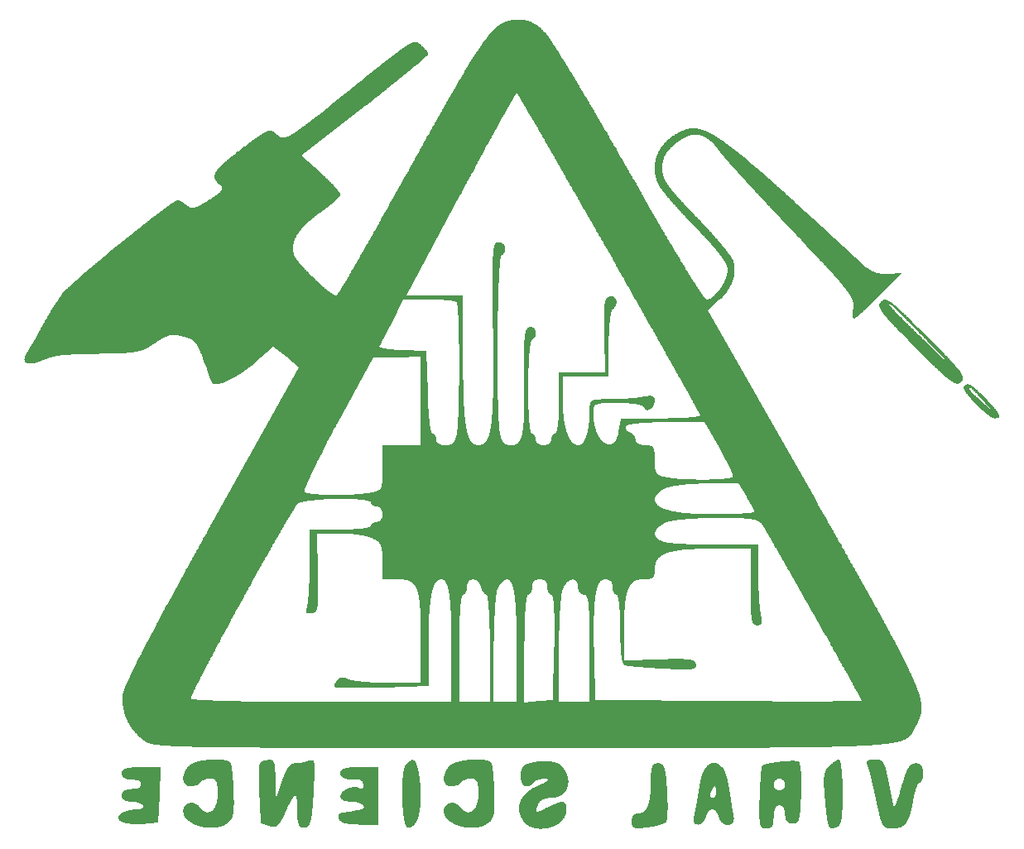
<source format=gbo>
G04 Layer: BottomSilkLayer*
G04 EasyEDA v6.1.52, Sat, 03 Aug 2019 15:20:47 GMT*
G04 0863e46d4acc4207ac88c0ed569749d1,99d799917bed4c779c6d3b41b195639e,10*
G04 Gerber Generator version 0.2*
G04 Scale: 100 percent, Rotated: No, Reflected: No *
G04 Dimensions in millimeters *
G04 leading zeros omitted , absolute positions ,3 integer and 3 decimal *
%FSLAX33Y33*%
%MOMM*%
G90*
G71D02*


%LPD*%

%LPD*%
G36*
G01X72008Y13105D02*
G01X71865Y13105D01*
G01X71793Y13104D01*
G01X71720Y13102D01*
G01X71648Y13099D01*
G01X71576Y13095D01*
G01X71503Y13091D01*
G01X71359Y13079D01*
G01X71287Y13072D01*
G01X71145Y13056D01*
G01X71005Y13036D01*
G01X70936Y13025D01*
G01X70800Y13001D01*
G01X70734Y12988D01*
G01X70669Y12973D01*
G01X70605Y12959D01*
G01X70542Y12943D01*
G01X70480Y12927D01*
G01X70420Y12909D01*
G01X70361Y12892D01*
G01X70304Y12873D01*
G01X70248Y12853D01*
G01X70194Y12833D01*
G01X70142Y12812D01*
G01X70092Y12790D01*
G01X70044Y12767D01*
G01X69997Y12744D01*
G01X69953Y12720D01*
G01X69911Y12695D01*
G01X69873Y12669D01*
G01X69837Y12640D01*
G01X69803Y12607D01*
G01X69770Y12571D01*
G01X69740Y12532D01*
G01X69712Y12491D01*
G01X69685Y12447D01*
G01X69661Y12400D01*
G01X69638Y12352D01*
G01X69617Y12301D01*
G01X69598Y12248D01*
G01X69580Y12194D01*
G01X69565Y12138D01*
G01X69551Y12080D01*
G01X69540Y12022D01*
G01X69529Y11962D01*
G01X69521Y11901D01*
G01X69515Y11840D01*
G01X69510Y11778D01*
G01X69507Y11717D01*
G01X69506Y11654D01*
G01X69506Y11592D01*
G01X69508Y11530D01*
G01X69512Y11468D01*
G01X69517Y11406D01*
G01X69524Y11346D01*
G01X69533Y11286D01*
G01X69543Y11227D01*
G01X69555Y11169D01*
G01X69569Y11113D01*
G01X69584Y11059D01*
G01X69600Y11005D01*
G01X69618Y10955D01*
G01X69638Y10905D01*
G01X69660Y10859D01*
G01X69682Y10814D01*
G01X69707Y10772D01*
G01X69733Y10733D01*
G01X69760Y10696D01*
G01X69789Y10663D01*
G01X69819Y10633D01*
G01X69851Y10607D01*
G01X69884Y10584D01*
G01X69919Y10565D01*
G01X69955Y10550D01*
G01X69992Y10539D01*
G01X70031Y10532D01*
G01X70071Y10530D01*
G01X70129Y10532D01*
G01X70189Y10538D01*
G01X70249Y10548D01*
G01X70309Y10561D01*
G01X70369Y10578D01*
G01X70428Y10597D01*
G01X70485Y10620D01*
G01X70541Y10645D01*
G01X70595Y10673D01*
G01X70646Y10703D01*
G01X70694Y10736D01*
G01X70740Y10770D01*
G01X70781Y10806D01*
G01X70818Y10843D01*
G01X70851Y10882D01*
G01X70878Y10922D01*
G01X70901Y10954D01*
G01X70928Y10986D01*
G01X70962Y11016D01*
G01X70999Y11045D01*
G01X71040Y11074D01*
G01X71085Y11101D01*
G01X71135Y11127D01*
G01X71188Y11152D01*
G01X71243Y11175D01*
G01X71302Y11196D01*
G01X71363Y11217D01*
G01X71426Y11235D01*
G01X71492Y11251D01*
G01X71558Y11265D01*
G01X71627Y11278D01*
G01X71697Y11288D01*
G01X71767Y11296D01*
G01X71838Y11302D01*
G01X71909Y11305D01*
G01X71980Y11306D01*
G01X72030Y11305D01*
G01X72076Y11303D01*
G01X72118Y11300D01*
G01X72157Y11296D01*
G01X72191Y11291D01*
G01X72222Y11286D01*
G01X72248Y11279D01*
G01X72271Y11271D01*
G01X72290Y11262D01*
G01X72305Y11252D01*
G01X72315Y11241D01*
G01X72322Y11229D01*
G01X72324Y11216D01*
G01X72323Y11201D01*
G01X72317Y11186D01*
G01X72308Y11169D01*
G01X72294Y11151D01*
G01X72276Y11132D01*
G01X72254Y11112D01*
G01X72227Y11090D01*
G01X72197Y11068D01*
G01X72162Y11043D01*
G01X72124Y11018D01*
G01X72081Y10992D01*
G01X72033Y10964D01*
G01X71982Y10934D01*
G01X71926Y10904D01*
G01X71865Y10872D01*
G01X71801Y10839D01*
G01X71732Y10804D01*
G01X71658Y10768D01*
G01X71581Y10730D01*
G01X71499Y10691D01*
G01X71413Y10650D01*
G01X71322Y10608D01*
G01X71226Y10565D01*
G01X71159Y10533D01*
G01X71093Y10502D01*
G01X71028Y10469D01*
G01X70964Y10437D01*
G01X70901Y10403D01*
G01X70839Y10370D01*
G01X70779Y10336D01*
G01X70661Y10266D01*
G01X70604Y10230D01*
G01X70549Y10194D01*
G01X70441Y10120D01*
G01X70390Y10083D01*
G01X70339Y10045D01*
G01X70289Y10007D01*
G01X70193Y9929D01*
G01X70103Y9849D01*
G01X70059Y9809D01*
G01X70017Y9768D01*
G01X69976Y9727D01*
G01X69936Y9686D01*
G01X69898Y9644D01*
G01X69861Y9602D01*
G01X69825Y9559D01*
G01X69790Y9516D01*
G01X69724Y9430D01*
G01X69693Y9386D01*
G01X69664Y9342D01*
G01X69635Y9297D01*
G01X69608Y9253D01*
G01X69582Y9208D01*
G01X69557Y9162D01*
G01X69534Y9117D01*
G01X69512Y9071D01*
G01X69491Y9025D01*
G01X69471Y8978D01*
G01X69453Y8932D01*
G01X69436Y8885D01*
G01X69420Y8838D01*
G01X69406Y8791D01*
G01X69393Y8744D01*
G01X69381Y8696D01*
G01X69371Y8648D01*
G01X69362Y8600D01*
G01X69354Y8552D01*
G01X69348Y8503D01*
G01X69342Y8455D01*
G01X69338Y8406D01*
G01X69336Y8358D01*
G01X69335Y8308D01*
G01X69335Y8259D01*
G01X69336Y8210D01*
G01X69339Y8161D01*
G01X69343Y8111D01*
G01X69349Y8061D01*
G01X69356Y8012D01*
G01X69364Y7962D01*
G01X69384Y7862D01*
G01X69396Y7812D01*
G01X69410Y7762D01*
G01X69425Y7712D01*
G01X69442Y7662D01*
G01X69459Y7611D01*
G01X69478Y7561D01*
G01X69498Y7511D01*
G01X69520Y7460D01*
G01X69544Y7410D01*
G01X69594Y7310D01*
G01X69622Y7259D01*
G01X69650Y7209D01*
G01X69681Y7159D01*
G01X69712Y7108D01*
G01X69745Y7058D01*
G01X69780Y7008D01*
G01X69809Y6967D01*
G01X69871Y6889D01*
G01X69903Y6852D01*
G01X69936Y6815D01*
G01X69970Y6780D01*
G01X70005Y6746D01*
G01X70041Y6713D01*
G01X70077Y6681D01*
G01X70115Y6650D01*
G01X70153Y6620D01*
G01X70191Y6591D01*
G01X70231Y6563D01*
G01X70271Y6536D01*
G01X70312Y6510D01*
G01X70353Y6486D01*
G01X70396Y6462D01*
G01X70439Y6439D01*
G01X70482Y6417D01*
G01X70526Y6396D01*
G01X70570Y6377D01*
G01X70616Y6358D01*
G01X70661Y6340D01*
G01X70707Y6324D01*
G01X70754Y6308D01*
G01X70801Y6293D01*
G01X70848Y6279D01*
G01X70896Y6266D01*
G01X70944Y6254D01*
G01X70993Y6243D01*
G01X71042Y6233D01*
G01X71091Y6224D01*
G01X71141Y6215D01*
G01X71191Y6208D01*
G01X71240Y6202D01*
G01X71291Y6197D01*
G01X71341Y6192D01*
G01X71392Y6188D01*
G01X71443Y6185D01*
G01X71494Y6183D01*
G01X71597Y6182D01*
G01X71648Y6183D01*
G01X71700Y6185D01*
G01X71751Y6187D01*
G01X71802Y6190D01*
G01X71854Y6195D01*
G01X71905Y6200D01*
G01X72009Y6212D01*
G01X72111Y6228D01*
G01X72162Y6237D01*
G01X72213Y6247D01*
G01X72264Y6258D01*
G01X72315Y6270D01*
G01X72365Y6282D01*
G01X72415Y6295D01*
G01X72515Y6324D01*
G01X72564Y6339D01*
G01X72614Y6356D01*
G01X72662Y6372D01*
G01X72711Y6390D01*
G01X72758Y6408D01*
G01X72806Y6428D01*
G01X72900Y6468D01*
G01X72992Y6512D01*
G01X73082Y6558D01*
G01X73127Y6583D01*
G01X73213Y6633D01*
G01X73256Y6659D01*
G01X73297Y6686D01*
G01X73379Y6742D01*
G01X73419Y6771D01*
G01X73458Y6801D01*
G01X73496Y6831D01*
G01X73534Y6862D01*
G01X73571Y6894D01*
G01X73607Y6926D01*
G01X73642Y6959D01*
G01X73676Y6992D01*
G01X73710Y7026D01*
G01X73774Y7096D01*
G01X73805Y7132D01*
G01X73835Y7168D01*
G01X73864Y7205D01*
G01X73892Y7243D01*
G01X73919Y7281D01*
G01X73969Y7359D01*
G01X73993Y7399D01*
G01X74016Y7439D01*
G01X74037Y7480D01*
G01X74077Y7564D01*
G01X74094Y7606D01*
G01X74111Y7649D01*
G01X74127Y7693D01*
G01X74141Y7737D01*
G01X74154Y7782D01*
G01X74166Y7827D01*
G01X74177Y7872D01*
G01X74186Y7919D01*
G01X74193Y7965D01*
G01X74200Y8012D01*
G01X74205Y8060D01*
G01X74209Y8108D01*
G01X74211Y8156D01*
G01X74212Y8205D01*
G01X74211Y8261D01*
G01X74209Y8314D01*
G01X74206Y8366D01*
G01X74202Y8415D01*
G01X74196Y8462D01*
G01X74189Y8506D01*
G01X74181Y8549D01*
G01X74171Y8588D01*
G01X74160Y8626D01*
G01X74147Y8662D01*
G01X74133Y8695D01*
G01X74117Y8726D01*
G01X74100Y8754D01*
G01X74081Y8781D01*
G01X74060Y8805D01*
G01X74038Y8828D01*
G01X74014Y8847D01*
G01X73988Y8865D01*
G01X73961Y8880D01*
G01X73931Y8893D01*
G01X73900Y8904D01*
G01X73867Y8912D01*
G01X73832Y8918D01*
G01X73795Y8923D01*
G01X73756Y8925D01*
G01X73715Y8925D01*
G01X73672Y8922D01*
G01X73626Y8917D01*
G01X73579Y8910D01*
G01X73530Y8901D01*
G01X73478Y8890D01*
G01X73424Y8876D01*
G01X73368Y8861D01*
G01X73309Y8843D01*
G01X73249Y8822D01*
G01X73186Y8800D01*
G01X73120Y8776D01*
G01X73052Y8749D01*
G01X72982Y8720D01*
G01X72909Y8689D01*
G01X72833Y8656D01*
G01X72755Y8621D01*
G01X72674Y8583D01*
G01X72591Y8544D01*
G01X72505Y8501D01*
G01X72417Y8458D01*
G01X72325Y8411D01*
G01X72232Y8363D01*
G01X72142Y8316D01*
G01X71974Y8232D01*
G01X71897Y8193D01*
G01X71824Y8156D01*
G01X71755Y8123D01*
G01X71690Y8092D01*
G01X71629Y8064D01*
G01X71571Y8039D01*
G01X71517Y8016D01*
G01X71467Y7995D01*
G01X71421Y7978D01*
G01X71378Y7964D01*
G01X71338Y7952D01*
G01X71302Y7944D01*
G01X71270Y7938D01*
G01X71240Y7934D01*
G01X71214Y7934D01*
G01X71191Y7938D01*
G01X71171Y7944D01*
G01X71154Y7952D01*
G01X71140Y7964D01*
G01X71129Y7980D01*
G01X71121Y7998D01*
G01X71114Y8019D01*
G01X71112Y8044D01*
G01X71111Y8071D01*
G01X71113Y8102D01*
G01X71118Y8136D01*
G01X71125Y8174D01*
G01X71134Y8214D01*
G01X71146Y8258D01*
G01X71160Y8306D01*
G01X71176Y8357D01*
G01X71194Y8410D01*
G01X71214Y8468D01*
G01X71236Y8529D01*
G01X71260Y8594D01*
G01X71285Y8661D01*
G01X71313Y8733D01*
G01X71329Y8772D01*
G01X71349Y8811D01*
G01X71372Y8848D01*
G01X71398Y8884D01*
G01X71427Y8919D01*
G01X71458Y8954D01*
G01X71492Y8986D01*
G01X71529Y9018D01*
G01X71569Y9049D01*
G01X71611Y9078D01*
G01X71655Y9106D01*
G01X71702Y9133D01*
G01X71750Y9158D01*
G01X71802Y9182D01*
G01X71855Y9204D01*
G01X71910Y9226D01*
G01X71967Y9246D01*
G01X72026Y9264D01*
G01X72086Y9280D01*
G01X72149Y9295D01*
G01X72212Y9309D01*
G01X72278Y9320D01*
G01X72345Y9330D01*
G01X72413Y9339D01*
G01X72482Y9345D01*
G01X72553Y9350D01*
G01X72625Y9352D01*
G01X72697Y9353D01*
G01X72753Y9354D01*
G01X72808Y9356D01*
G01X72862Y9360D01*
G01X72916Y9365D01*
G01X72968Y9371D01*
G01X73020Y9379D01*
G01X73070Y9387D01*
G01X73120Y9398D01*
G01X73169Y9409D01*
G01X73217Y9422D01*
G01X73264Y9436D01*
G01X73311Y9451D01*
G01X73356Y9467D01*
G01X73400Y9484D01*
G01X73444Y9503D01*
G01X73487Y9522D01*
G01X73528Y9543D01*
G01X73570Y9565D01*
G01X73609Y9588D01*
G01X73648Y9612D01*
G01X73686Y9637D01*
G01X73724Y9663D01*
G01X73760Y9690D01*
G01X73795Y9717D01*
G01X73829Y9746D01*
G01X73862Y9775D01*
G01X73895Y9806D01*
G01X73926Y9837D01*
G01X73957Y9869D01*
G01X73986Y9902D01*
G01X74014Y9936D01*
G01X74042Y9971D01*
G01X74068Y10006D01*
G01X74093Y10042D01*
G01X74118Y10079D01*
G01X74141Y10116D01*
G01X74163Y10154D01*
G01X74185Y10193D01*
G01X74205Y10232D01*
G01X74243Y10312D01*
G01X74260Y10353D01*
G01X74276Y10394D01*
G01X74291Y10436D01*
G01X74305Y10479D01*
G01X74318Y10522D01*
G01X74330Y10565D01*
G01X74341Y10609D01*
G01X74351Y10653D01*
G01X74360Y10698D01*
G01X74374Y10788D01*
G01X74379Y10834D01*
G01X74383Y10879D01*
G01X74386Y10926D01*
G01X74388Y10972D01*
G01X74389Y11019D01*
G01X74389Y11065D01*
G01X74388Y11113D01*
G01X74385Y11159D01*
G01X74382Y11207D01*
G01X74372Y11301D01*
G01X74365Y11349D01*
G01X74356Y11397D01*
G01X74347Y11444D01*
G01X74337Y11492D01*
G01X74325Y11540D01*
G01X74312Y11587D01*
G01X74298Y11635D01*
G01X74283Y11682D01*
G01X74266Y11730D01*
G01X74249Y11777D01*
G01X74229Y11824D01*
G01X74210Y11871D01*
G01X74188Y11918D01*
G01X74166Y11964D01*
G01X74142Y12011D01*
G01X74117Y12057D01*
G01X74091Y12103D01*
G01X74064Y12148D01*
G01X74035Y12193D01*
G01X74005Y12238D01*
G01X73974Y12282D01*
G01X73941Y12327D01*
G01X73908Y12370D01*
G01X73873Y12413D01*
G01X73837Y12456D01*
G01X73799Y12499D01*
G01X73760Y12540D01*
G01X73720Y12582D01*
G01X73679Y12623D01*
G01X73636Y12663D01*
G01X73592Y12703D01*
G01X73547Y12742D01*
G01X73500Y12780D01*
G01X73470Y12803D01*
G01X73436Y12825D01*
G01X73400Y12847D01*
G01X73363Y12868D01*
G01X73322Y12887D01*
G01X73280Y12906D01*
G01X73235Y12924D01*
G01X73188Y12941D01*
G01X73139Y12957D01*
G01X73088Y12973D01*
G01X73035Y12987D01*
G01X72981Y13001D01*
G01X72924Y13014D01*
G01X72867Y13026D01*
G01X72808Y13037D01*
G01X72747Y13047D01*
G01X72685Y13057D01*
G01X72557Y13073D01*
G01X72491Y13080D01*
G01X72425Y13086D01*
G01X72357Y13091D01*
G01X72288Y13096D01*
G01X72219Y13099D01*
G01X72149Y13102D01*
G01X72079Y13104D01*
G01X72008Y13105D01*
G37*

%LPD*%
G36*
G01X97406Y13132D02*
G01X97342Y13133D01*
G01X97276Y13132D01*
G01X97209Y13131D01*
G01X97139Y13130D01*
G01X97067Y13128D01*
G01X96993Y13125D01*
G01X96918Y13121D01*
G01X96842Y13117D01*
G01X96763Y13113D01*
G01X96685Y13107D01*
G01X96604Y13101D01*
G01X96524Y13095D01*
G01X96442Y13088D01*
G01X96359Y13081D01*
G01X96194Y13065D01*
G01X96111Y13056D01*
G01X96027Y13047D01*
G01X95944Y13037D01*
G01X95862Y13027D01*
G01X95779Y13016D01*
G01X95698Y13006D01*
G01X95617Y12995D01*
G01X95457Y12971D01*
G01X95379Y12959D01*
G01X95302Y12947D01*
G01X95227Y12934D01*
G01X95153Y12921D01*
G01X95081Y12908D01*
G01X95011Y12895D01*
G01X94942Y12881D01*
G01X94876Y12867D01*
G01X94812Y12853D01*
G01X94751Y12839D01*
G01X94692Y12824D01*
G01X94636Y12810D01*
G01X94582Y12796D01*
G01X94532Y12781D01*
G01X94485Y12766D01*
G01X94441Y12751D01*
G01X94401Y12737D01*
G01X94364Y12722D01*
G01X94331Y12707D01*
G01X94301Y12692D01*
G01X94276Y12677D01*
G01X94254Y12662D01*
G01X94238Y12647D01*
G01X94231Y12640D01*
G01X94224Y12628D01*
G01X94218Y12615D01*
G01X94212Y12598D01*
G01X94205Y12578D01*
G01X94199Y12556D01*
G01X94192Y12530D01*
G01X94186Y12502D01*
G01X94179Y12472D01*
G01X94173Y12439D01*
G01X94166Y12403D01*
G01X94159Y12365D01*
G01X94153Y12324D01*
G01X94147Y12280D01*
G01X94140Y12235D01*
G01X94133Y12187D01*
G01X94127Y12137D01*
G01X94121Y12084D01*
G01X94115Y12030D01*
G01X94108Y11973D01*
G01X94102Y11914D01*
G01X94095Y11854D01*
G01X94089Y11791D01*
G01X94083Y11726D01*
G01X94077Y11660D01*
G01X94071Y11591D01*
G01X94065Y11521D01*
G01X94059Y11449D01*
G01X94054Y11375D01*
G01X94048Y11300D01*
G01X94042Y11223D01*
G01X94037Y11145D01*
G01X94031Y11065D01*
G01X94021Y10901D01*
G01X94016Y10817D01*
G01X94011Y10732D01*
G01X94006Y10645D01*
G01X94001Y10557D01*
G01X93997Y10468D01*
G01X93992Y10378D01*
G01X93988Y10288D01*
G01X93984Y10196D01*
G01X93980Y10103D01*
G01X93975Y10009D01*
G01X93972Y9915D01*
G01X93968Y9819D01*
G01X93965Y9723D01*
G01X93961Y9626D01*
G01X93958Y9529D01*
G01X93955Y9431D01*
G01X93952Y9332D01*
G01X93949Y9191D01*
G01X93945Y9055D01*
G01X93942Y8924D01*
G01X93939Y8796D01*
G01X93936Y8672D01*
G01X93933Y8552D01*
G01X93931Y8436D01*
G01X93930Y8324D01*
G01X93928Y8216D01*
G01X93927Y8111D01*
G01X93926Y8010D01*
G01X93926Y7729D01*
G01X93927Y7642D01*
G01X93928Y7559D01*
G01X93930Y7479D01*
G01X93932Y7402D01*
G01X93935Y7328D01*
G01X93938Y7257D01*
G01X93942Y7189D01*
G01X93946Y7125D01*
G01X93951Y7063D01*
G01X93956Y7003D01*
G01X93962Y6947D01*
G01X93968Y6894D01*
G01X93975Y6843D01*
G01X93983Y6795D01*
G01X93991Y6748D01*
G01X94000Y6705D01*
G01X94009Y6664D01*
G01X94019Y6625D01*
G01X94030Y6589D01*
G01X94041Y6554D01*
G01X94054Y6522D01*
G01X94067Y6492D01*
G01X94081Y6464D01*
G01X94095Y6437D01*
G01X94110Y6413D01*
G01X94126Y6391D01*
G01X94143Y6369D01*
G01X94160Y6351D01*
G01X94178Y6333D01*
G01X94197Y6316D01*
G01X94217Y6302D01*
G01X94238Y6289D01*
G01X94260Y6277D01*
G01X94306Y6257D01*
G01X94331Y6249D01*
G01X94356Y6242D01*
G01X94382Y6236D01*
G01X94409Y6231D01*
G01X94437Y6227D01*
G01X94467Y6223D01*
G01X94497Y6220D01*
G01X94528Y6218D01*
G01X94560Y6217D01*
G01X94593Y6216D01*
G01X94628Y6216D01*
G01X94689Y6217D01*
G01X94747Y6220D01*
G01X94801Y6226D01*
G01X94853Y6234D01*
G01X94903Y6244D01*
G01X94949Y6258D01*
G01X94992Y6273D01*
G01X95034Y6292D01*
G01X95072Y6313D01*
G01X95108Y6337D01*
G01X95141Y6365D01*
G01X95172Y6395D01*
G01X95200Y6429D01*
G01X95227Y6466D01*
G01X95251Y6506D01*
G01X95272Y6551D01*
G01X95292Y6598D01*
G01X95310Y6650D01*
G01X95326Y6705D01*
G01X95339Y6765D01*
G01X95351Y6828D01*
G01X95361Y6896D01*
G01X95370Y6967D01*
G01X95377Y7043D01*
G01X95382Y7124D01*
G01X95385Y7209D01*
G01X95387Y7298D01*
G01X95388Y7393D01*
G01X95389Y7489D01*
G01X95392Y7580D01*
G01X95397Y7668D01*
G01X95404Y7752D01*
G01X95414Y7832D01*
G01X95425Y7908D01*
G01X95438Y7979D01*
G01X95453Y8046D01*
G01X95471Y8110D01*
G01X95490Y8169D01*
G01X95512Y8224D01*
G01X95535Y8275D01*
G01X95560Y8322D01*
G01X95588Y8365D01*
G01X95618Y8404D01*
G01X95649Y8438D01*
G01X95683Y8469D01*
G01X95719Y8496D01*
G01X95756Y8518D01*
G01X95797Y8536D01*
G01X95838Y8551D01*
G01X95882Y8561D01*
G01X95928Y8567D01*
G01X95976Y8569D01*
G01X96028Y8566D01*
G01X96078Y8558D01*
G01X96126Y8546D01*
G01X96173Y8527D01*
G01X96216Y8504D01*
G01X96258Y8476D01*
G01X96298Y8444D01*
G01X96335Y8408D01*
G01X96370Y8367D01*
G01X96402Y8322D01*
G01X96432Y8272D01*
G01X96459Y8219D01*
G01X96483Y8163D01*
G01X96504Y8102D01*
G01X96522Y8039D01*
G01X96537Y7971D01*
G01X96549Y7901D01*
G01X96558Y7828D01*
G01X96563Y7751D01*
G01X96565Y7672D01*
G01X96566Y7598D01*
G01X96570Y7527D01*
G01X96576Y7459D01*
G01X96585Y7394D01*
G01X96597Y7332D01*
G01X96611Y7274D01*
G01X96628Y7218D01*
G01X96647Y7165D01*
G01X96669Y7115D01*
G01X96694Y7068D01*
G01X96721Y7024D01*
G01X96751Y6983D01*
G01X96784Y6945D01*
G01X96819Y6910D01*
G01X96857Y6878D01*
G01X96898Y6848D01*
G01X96941Y6822D01*
G01X96987Y6799D01*
G01X97036Y6778D01*
G01X97087Y6760D01*
G01X97141Y6746D01*
G01X97198Y6734D01*
G01X97258Y6724D01*
G01X97320Y6718D01*
G01X97353Y6716D01*
G01X97386Y6715D01*
G01X97417Y6714D01*
G01X97477Y6714D01*
G01X97506Y6716D01*
G01X97534Y6719D01*
G01X97561Y6722D01*
G01X97587Y6727D01*
G01X97612Y6733D01*
G01X97637Y6740D01*
G01X97660Y6749D01*
G01X97684Y6758D01*
G01X97706Y6769D01*
G01X97728Y6782D01*
G01X97748Y6796D01*
G01X97768Y6811D01*
G01X97806Y6847D01*
G01X97824Y6868D01*
G01X97842Y6890D01*
G01X97859Y6914D01*
G01X97874Y6940D01*
G01X97890Y6968D01*
G01X97905Y6998D01*
G01X97920Y7030D01*
G01X97933Y7064D01*
G01X97947Y7101D01*
G01X97960Y7139D01*
G01X97972Y7180D01*
G01X97984Y7224D01*
G01X97996Y7269D01*
G01X98006Y7318D01*
G01X98017Y7369D01*
G01X98028Y7422D01*
G01X98037Y7478D01*
G01X98047Y7537D01*
G01X98056Y7598D01*
G01X98065Y7663D01*
G01X98073Y7730D01*
G01X98082Y7800D01*
G01X98089Y7873D01*
G01X98097Y7950D01*
G01X98104Y8029D01*
G01X98112Y8112D01*
G01X98118Y8198D01*
G01X98125Y8287D01*
G01X98131Y8379D01*
G01X98138Y8475D01*
G01X98144Y8575D01*
G01X98150Y8678D01*
G01X98156Y8784D01*
G01X98162Y8894D01*
G01X98168Y9008D01*
G01X98174Y9126D01*
G01X98180Y9248D01*
G01X98185Y9373D01*
G01X98191Y9502D01*
G01X98196Y9636D01*
G01X98202Y9773D01*
G01X98206Y9870D01*
G01X98210Y9966D01*
G01X98213Y10062D01*
G01X98215Y10156D01*
G01X98218Y10249D01*
G01X98220Y10342D01*
G01X98221Y10433D01*
G01X98223Y10523D01*
G01X98224Y10613D01*
G01X98225Y10701D01*
G01X98225Y10958D01*
G01X98224Y11041D01*
G01X98223Y11123D01*
G01X98222Y11204D01*
G01X98221Y11283D01*
G01X98219Y11361D01*
G01X98217Y11438D01*
G01X98214Y11513D01*
G01X98212Y11587D01*
G01X98208Y11660D01*
G01X98205Y11731D01*
G01X98201Y11800D01*
G01X98197Y11868D01*
G01X98193Y11935D01*
G01X98188Y11999D01*
G01X98184Y12063D01*
G01X98178Y12124D01*
G01X98173Y12184D01*
G01X98167Y12242D01*
G01X98161Y12299D01*
G01X98155Y12354D01*
G01X98148Y12407D01*
G01X98142Y12458D01*
G01X98134Y12507D01*
G01X98127Y12555D01*
G01X98119Y12600D01*
G01X98111Y12644D01*
G01X98103Y12686D01*
G01X98094Y12725D01*
G01X98086Y12763D01*
G01X98077Y12799D01*
G01X98067Y12833D01*
G01X98058Y12864D01*
G01X98048Y12894D01*
G01X98038Y12921D01*
G01X98028Y12946D01*
G01X98018Y12969D01*
G01X98006Y12990D01*
G01X97996Y13008D01*
G01X97985Y13025D01*
G01X97973Y13039D01*
G01X97961Y13051D01*
G01X97949Y13060D01*
G01X97937Y13066D01*
G01X97912Y13076D01*
G01X97883Y13086D01*
G01X97851Y13094D01*
G01X97814Y13101D01*
G01X97774Y13108D01*
G01X97731Y13114D01*
G01X97684Y13119D01*
G01X97634Y13123D01*
G01X97581Y13127D01*
G01X97525Y13129D01*
G01X97467Y13131D01*
G01X97406Y13132D01*
G37*

%LPC*%
G36*
G01X96036Y11311D02*
G01X95976Y11314D01*
G01X95917Y11311D01*
G01X95858Y11303D01*
G01X95802Y11288D01*
G01X95748Y11268D01*
G01X95697Y11243D01*
G01X95648Y11214D01*
G01X95603Y11180D01*
G01X95561Y11141D01*
G01X95523Y11100D01*
G01X95489Y11054D01*
G01X95459Y11006D01*
G01X95434Y10955D01*
G01X95415Y10901D01*
G01X95400Y10844D01*
G01X95391Y10786D01*
G01X95388Y10726D01*
G01X95391Y10666D01*
G01X95400Y10608D01*
G01X95415Y10552D01*
G01X95434Y10498D01*
G01X95459Y10446D01*
G01X95489Y10398D01*
G01X95523Y10353D01*
G01X95561Y10310D01*
G01X95603Y10273D01*
G01X95648Y10239D01*
G01X95697Y10209D01*
G01X95748Y10184D01*
G01X95802Y10165D01*
G01X95858Y10150D01*
G01X95917Y10141D01*
G01X95976Y10138D01*
G01X96036Y10141D01*
G01X96094Y10150D01*
G01X96151Y10165D01*
G01X96205Y10184D01*
G01X96256Y10209D01*
G01X96305Y10239D01*
G01X96350Y10273D01*
G01X96391Y10310D01*
G01X96430Y10353D01*
G01X96464Y10398D01*
G01X96493Y10446D01*
G01X96518Y10498D01*
G01X96538Y10552D01*
G01X96553Y10608D01*
G01X96562Y10666D01*
G01X96565Y10726D01*
G01X96562Y10786D01*
G01X96553Y10844D01*
G01X96538Y10901D01*
G01X96518Y10955D01*
G01X96493Y11006D01*
G01X96464Y11054D01*
G01X96430Y11100D01*
G01X96391Y11141D01*
G01X96350Y11180D01*
G01X96305Y11214D01*
G01X96256Y11243D01*
G01X96205Y11268D01*
G01X96151Y11288D01*
G01X96094Y11303D01*
G01X96036Y11311D01*
G37*

%LPD*%
G36*
G01X105762Y13275D02*
G01X105614Y13275D01*
G01X105525Y13272D01*
G01X105442Y13268D01*
G01X105366Y13262D01*
G01X105296Y13255D01*
G01X105232Y13245D01*
G01X105174Y13233D01*
G01X105122Y13219D01*
G01X105076Y13203D01*
G01X105036Y13184D01*
G01X105002Y13162D01*
G01X104973Y13138D01*
G01X104949Y13111D01*
G01X104930Y13081D01*
G01X104917Y13047D01*
G01X104909Y13011D01*
G01X104905Y12971D01*
G01X104906Y12928D01*
G01X104912Y12881D01*
G01X104922Y12831D01*
G01X104937Y12776D01*
G01X104956Y12718D01*
G01X104979Y12655D01*
G01X105015Y12567D01*
G01X105024Y12544D01*
G01X105034Y12518D01*
G01X105044Y12490D01*
G01X105065Y12427D01*
G01X105077Y12393D01*
G01X105088Y12357D01*
G01X105100Y12318D01*
G01X105113Y12278D01*
G01X105126Y12236D01*
G01X105138Y12192D01*
G01X105152Y12146D01*
G01X105166Y12098D01*
G01X105179Y12049D01*
G01X105194Y11997D01*
G01X105208Y11945D01*
G01X105223Y11891D01*
G01X105238Y11835D01*
G01X105254Y11777D01*
G01X105269Y11719D01*
G01X105301Y11597D01*
G01X105318Y11534D01*
G01X105334Y11469D01*
G01X105351Y11404D01*
G01X105367Y11337D01*
G01X105385Y11269D01*
G01X105402Y11200D01*
G01X105419Y11130D01*
G01X105436Y11058D01*
G01X105454Y10986D01*
G01X105472Y10913D01*
G01X105490Y10839D01*
G01X105508Y10764D01*
G01X105525Y10688D01*
G01X105544Y10611D01*
G01X105562Y10534D01*
G01X105580Y10456D01*
G01X105616Y10298D01*
G01X105635Y10217D01*
G01X105671Y10056D01*
G01X105708Y9892D01*
G01X105726Y9810D01*
G01X105780Y9561D01*
G01X105816Y9394D01*
G01X105869Y9143D01*
G01X105887Y9059D01*
G01X105913Y8934D01*
G01X105938Y8812D01*
G01X105963Y8694D01*
G01X105987Y8579D01*
G01X106010Y8468D01*
G01X106034Y8361D01*
G01X106056Y8257D01*
G01X106078Y8156D01*
G01X106100Y8059D01*
G01X106121Y7965D01*
G01X106142Y7875D01*
G01X106162Y7787D01*
G01X106182Y7703D01*
G01X106202Y7622D01*
G01X106222Y7543D01*
G01X106241Y7468D01*
G01X106260Y7395D01*
G01X106279Y7326D01*
G01X106299Y7259D01*
G01X106317Y7195D01*
G01X106336Y7133D01*
G01X106355Y7074D01*
G01X106374Y7019D01*
G01X106392Y6965D01*
G01X106412Y6913D01*
G01X106431Y6865D01*
G01X106450Y6818D01*
G01X106470Y6774D01*
G01X106489Y6732D01*
G01X106509Y6691D01*
G01X106530Y6654D01*
G01X106550Y6618D01*
G01X106571Y6584D01*
G01X106592Y6552D01*
G01X106614Y6522D01*
G01X106636Y6494D01*
G01X106659Y6468D01*
G01X106683Y6443D01*
G01X106706Y6420D01*
G01X106731Y6399D01*
G01X106756Y6379D01*
G01X106808Y6343D01*
G01X106835Y6328D01*
G01X106863Y6313D01*
G01X106921Y6289D01*
G01X106952Y6278D01*
G01X106983Y6268D01*
G01X107049Y6252D01*
G01X107083Y6245D01*
G01X107118Y6240D01*
G01X107155Y6235D01*
G01X107231Y6227D01*
G01X107271Y6224D01*
G01X107312Y6221D01*
G01X107354Y6219D01*
G01X107398Y6218D01*
G01X107443Y6217D01*
G01X107489Y6217D01*
G01X107536Y6216D01*
G01X107638Y6216D01*
G01X107689Y6218D01*
G01X107740Y6219D01*
G01X107789Y6223D01*
G01X107838Y6226D01*
G01X107886Y6230D01*
G01X107933Y6235D01*
G01X107979Y6241D01*
G01X108024Y6248D01*
G01X108112Y6264D01*
G01X108155Y6274D01*
G01X108196Y6284D01*
G01X108238Y6296D01*
G01X108278Y6308D01*
G01X108317Y6322D01*
G01X108356Y6337D01*
G01X108394Y6352D01*
G01X108431Y6369D01*
G01X108468Y6387D01*
G01X108504Y6405D01*
G01X108539Y6425D01*
G01X108573Y6447D01*
G01X108607Y6468D01*
G01X108640Y6492D01*
G01X108672Y6517D01*
G01X108704Y6543D01*
G01X108735Y6569D01*
G01X108766Y6598D01*
G01X108796Y6627D01*
G01X108826Y6658D01*
G01X108855Y6690D01*
G01X108911Y6758D01*
G01X108938Y6795D01*
G01X108964Y6832D01*
G01X108991Y6871D01*
G01X109017Y6911D01*
G01X109042Y6953D01*
G01X109067Y6996D01*
G01X109091Y7041D01*
G01X109115Y7087D01*
G01X109138Y7135D01*
G01X109162Y7184D01*
G01X109184Y7235D01*
G01X109206Y7287D01*
G01X109228Y7341D01*
G01X109249Y7396D01*
G01X109271Y7453D01*
G01X109292Y7512D01*
G01X109312Y7573D01*
G01X109332Y7635D01*
G01X109352Y7698D01*
G01X109372Y7764D01*
G01X109391Y7831D01*
G01X109411Y7900D01*
G01X109429Y7971D01*
G01X109448Y8043D01*
G01X109466Y8117D01*
G01X109502Y8271D01*
G01X109520Y8351D01*
G01X109538Y8433D01*
G01X109555Y8517D01*
G01X109573Y8602D01*
G01X109590Y8689D01*
G01X109607Y8779D01*
G01X109624Y8870D01*
G01X109641Y8963D01*
G01X109657Y9059D01*
G01X109674Y9156D01*
G01X109691Y9255D01*
G01X109705Y9341D01*
G01X109721Y9425D01*
G01X109737Y9508D01*
G01X109753Y9590D01*
G01X109771Y9671D01*
G01X109788Y9750D01*
G01X109807Y9827D01*
G01X109826Y9902D01*
G01X109845Y9976D01*
G01X109865Y10048D01*
G01X109885Y10118D01*
G01X109906Y10185D01*
G01X109927Y10251D01*
G01X109948Y10314D01*
G01X109969Y10374D01*
G01X109991Y10432D01*
G01X110012Y10488D01*
G01X110034Y10541D01*
G01X110056Y10590D01*
G01X110078Y10637D01*
G01X110099Y10680D01*
G01X110121Y10720D01*
G01X110143Y10757D01*
G01X110164Y10790D01*
G01X110185Y10820D01*
G01X110206Y10847D01*
G01X110226Y10869D01*
G01X110247Y10888D01*
G01X110267Y10903D01*
G01X110287Y10913D01*
G01X110306Y10920D01*
G01X110324Y10922D01*
G01X110354Y10926D01*
G01X110382Y10935D01*
G01X110410Y10951D01*
G01X110437Y10972D01*
G01X110463Y10999D01*
G01X110488Y11032D01*
G01X110512Y11069D01*
G01X110535Y11112D01*
G01X110557Y11159D01*
G01X110577Y11210D01*
G01X110596Y11265D01*
G01X110613Y11324D01*
G01X110628Y11387D01*
G01X110642Y11453D01*
G01X110654Y11522D01*
G01X110664Y11594D01*
G01X110672Y11668D01*
G01X110677Y11744D01*
G01X110681Y11822D01*
G01X110682Y11902D01*
G01X110681Y11990D01*
G01X110677Y12073D01*
G01X110672Y12151D01*
G01X110664Y12225D01*
G01X110654Y12294D01*
G01X110640Y12359D01*
G01X110625Y12420D01*
G01X110607Y12476D01*
G01X110586Y12528D01*
G01X110562Y12577D01*
G01X110535Y12621D01*
G01X110506Y12662D01*
G01X110473Y12699D01*
G01X110438Y12733D01*
G01X110399Y12762D01*
G01X110357Y12788D01*
G01X110312Y12811D01*
G01X110263Y12831D01*
G01X110212Y12847D01*
G01X110157Y12860D01*
G01X110098Y12870D01*
G01X110035Y12877D01*
G01X109969Y12881D01*
G01X109900Y12883D01*
G01X109864Y12882D01*
G01X109829Y12881D01*
G01X109795Y12878D01*
G01X109761Y12874D01*
G01X109728Y12869D01*
G01X109695Y12862D01*
G01X109664Y12854D01*
G01X109633Y12845D01*
G01X109602Y12834D01*
G01X109572Y12822D01*
G01X109542Y12809D01*
G01X109484Y12777D01*
G01X109428Y12739D01*
G01X109400Y12717D01*
G01X109373Y12694D01*
G01X109346Y12669D01*
G01X109320Y12642D01*
G01X109293Y12613D01*
G01X109267Y12582D01*
G01X109241Y12550D01*
G01X109215Y12515D01*
G01X109190Y12479D01*
G01X109165Y12440D01*
G01X109140Y12399D01*
G01X109114Y12357D01*
G01X109089Y12311D01*
G01X109065Y12264D01*
G01X109039Y12215D01*
G01X109014Y12163D01*
G01X108989Y12109D01*
G01X108964Y12052D01*
G01X108939Y11994D01*
G01X108914Y11932D01*
G01X108889Y11868D01*
G01X108863Y11802D01*
G01X108837Y11733D01*
G01X108812Y11662D01*
G01X108786Y11587D01*
G01X108759Y11510D01*
G01X108733Y11431D01*
G01X108706Y11348D01*
G01X108679Y11263D01*
G01X108652Y11175D01*
G01X108624Y11084D01*
G01X108595Y10990D01*
G01X108567Y10893D01*
G01X108537Y10793D01*
G01X108508Y10690D01*
G01X108478Y10584D01*
G01X108447Y10475D01*
G01X108420Y10376D01*
G01X108392Y10279D01*
G01X108365Y10184D01*
G01X108338Y10090D01*
G01X108311Y9998D01*
G01X108284Y9908D01*
G01X108258Y9820D01*
G01X108231Y9734D01*
G01X108206Y9649D01*
G01X108180Y9567D01*
G01X108155Y9487D01*
G01X108130Y9410D01*
G01X108105Y9334D01*
G01X108082Y9261D01*
G01X108058Y9191D01*
G01X108035Y9123D01*
G01X108012Y9057D01*
G01X107990Y8994D01*
G01X107968Y8934D01*
G01X107947Y8877D01*
G01X107927Y8822D01*
G01X107907Y8771D01*
G01X107888Y8722D01*
G01X107870Y8676D01*
G01X107852Y8633D01*
G01X107835Y8594D01*
G01X107819Y8558D01*
G01X107775Y8470D01*
G01X107762Y8448D01*
G01X107749Y8429D01*
G01X107738Y8414D01*
G01X107728Y8402D01*
G01X107718Y8395D01*
G01X107710Y8391D01*
G01X107702Y8391D01*
G01X107696Y8395D01*
G01X107690Y8403D01*
G01X107686Y8416D01*
G01X107677Y8452D01*
G01X107672Y8475D01*
G01X107666Y8502D01*
G01X107659Y8532D01*
G01X107651Y8565D01*
G01X107643Y8602D01*
G01X107635Y8642D01*
G01X107625Y8684D01*
G01X107616Y8729D01*
G01X107605Y8778D01*
G01X107594Y8829D01*
G01X107583Y8882D01*
G01X107571Y8939D01*
G01X107559Y8997D01*
G01X107546Y9059D01*
G01X107533Y9122D01*
G01X107519Y9188D01*
G01X107505Y9255D01*
G01X107491Y9325D01*
G01X107476Y9397D01*
G01X107461Y9471D01*
G01X107446Y9546D01*
G01X107430Y9623D01*
G01X107414Y9702D01*
G01X107397Y9782D01*
G01X107381Y9864D01*
G01X107364Y9947D01*
G01X107347Y10031D01*
G01X107330Y10117D01*
G01X107312Y10204D01*
G01X107295Y10292D01*
G01X107277Y10380D01*
G01X107241Y10560D01*
G01X107223Y10651D01*
G01X107205Y10743D01*
G01X107186Y10835D01*
G01X107168Y10927D01*
G01X107150Y11020D01*
G01X107127Y11135D01*
G01X107105Y11247D01*
G01X107083Y11355D01*
G01X107062Y11458D01*
G01X107040Y11559D01*
G01X107020Y11655D01*
G01X107000Y11748D01*
G01X106979Y11836D01*
G01X106959Y11922D01*
G01X106940Y12005D01*
G01X106920Y12083D01*
G01X106901Y12159D01*
G01X106882Y12231D01*
G01X106862Y12300D01*
G01X106843Y12367D01*
G01X106824Y12430D01*
G01X106785Y12547D01*
G01X106765Y12602D01*
G01X106745Y12654D01*
G01X106724Y12703D01*
G01X106703Y12749D01*
G01X106682Y12793D01*
G01X106661Y12835D01*
G01X106639Y12874D01*
G01X106616Y12911D01*
G01X106593Y12945D01*
G01X106569Y12978D01*
G01X106545Y13008D01*
G01X106520Y13036D01*
G01X106495Y13063D01*
G01X106468Y13087D01*
G01X106441Y13109D01*
G01X106413Y13130D01*
G01X106383Y13149D01*
G01X106353Y13166D01*
G01X106323Y13182D01*
G01X106291Y13196D01*
G01X106257Y13209D01*
G01X106223Y13220D01*
G01X106188Y13230D01*
G01X106152Y13240D01*
G01X106114Y13247D01*
G01X106074Y13254D01*
G01X106034Y13259D01*
G01X105993Y13264D01*
G01X105950Y13267D01*
G01X105905Y13270D01*
G01X105859Y13273D01*
G01X105811Y13274D01*
G01X105762Y13275D01*
G37*

%LPD*%
G36*
G01X102093Y13274D02*
G01X102083Y13275D01*
G01X102051Y13273D01*
G01X102015Y13266D01*
G01X101976Y13256D01*
G01X101934Y13241D01*
G01X101889Y13223D01*
G01X101841Y13200D01*
G01X101791Y13175D01*
G01X101739Y13146D01*
G01X101685Y13115D01*
G01X101630Y13079D01*
G01X101574Y13042D01*
G01X101516Y13002D01*
G01X101458Y12960D01*
G01X101399Y12915D01*
G01X101340Y12868D01*
G01X101281Y12819D01*
G01X101223Y12769D01*
G01X101166Y12717D01*
G01X101109Y12664D01*
G01X101053Y12610D01*
G01X100995Y12550D01*
G01X100968Y12520D01*
G01X100916Y12460D01*
G01X100891Y12429D01*
G01X100867Y12398D01*
G01X100801Y12302D01*
G01X100781Y12268D01*
G01X100762Y12235D01*
G01X100743Y12200D01*
G01X100725Y12165D01*
G01X100708Y12129D01*
G01X100692Y12091D01*
G01X100677Y12053D01*
G01X100662Y12014D01*
G01X100649Y11974D01*
G01X100636Y11932D01*
G01X100624Y11890D01*
G01X100612Y11846D01*
G01X100602Y11801D01*
G01X100592Y11755D01*
G01X100583Y11707D01*
G01X100575Y11658D01*
G01X100567Y11607D01*
G01X100561Y11554D01*
G01X100555Y11500D01*
G01X100549Y11444D01*
G01X100544Y11387D01*
G01X100541Y11327D01*
G01X100537Y11266D01*
G01X100535Y11203D01*
G01X100533Y11137D01*
G01X100532Y11070D01*
G01X100532Y10929D01*
G01X100533Y10855D01*
G01X100534Y10779D01*
G01X100536Y10701D01*
G01X100539Y10620D01*
G01X100543Y10536D01*
G01X100547Y10451D01*
G01X100551Y10362D01*
G01X100557Y10271D01*
G01X100563Y10177D01*
G01X100569Y10080D01*
G01X100577Y9981D01*
G01X100585Y9879D01*
G01X100593Y9773D01*
G01X100602Y9665D01*
G01X100611Y9554D01*
G01X100621Y9440D01*
G01X100632Y9322D01*
G01X100643Y9201D01*
G01X100656Y9060D01*
G01X100669Y8924D01*
G01X100681Y8791D01*
G01X100693Y8663D01*
G01X100705Y8538D01*
G01X100717Y8418D01*
G01X100729Y8302D01*
G01X100740Y8189D01*
G01X100752Y8081D01*
G01X100763Y7976D01*
G01X100774Y7875D01*
G01X100785Y7777D01*
G01X100796Y7684D01*
G01X100807Y7593D01*
G01X100818Y7506D01*
G01X100828Y7423D01*
G01X100840Y7343D01*
G01X100851Y7266D01*
G01X100862Y7192D01*
G01X100873Y7122D01*
G01X100884Y7055D01*
G01X100896Y6991D01*
G01X100908Y6930D01*
G01X100920Y6872D01*
G01X100932Y6817D01*
G01X100944Y6765D01*
G01X100957Y6715D01*
G01X100970Y6669D01*
G01X100983Y6625D01*
G01X100997Y6584D01*
G01X101011Y6545D01*
G01X101025Y6509D01*
G01X101041Y6475D01*
G01X101056Y6443D01*
G01X101072Y6415D01*
G01X101088Y6388D01*
G01X101105Y6364D01*
G01X101122Y6342D01*
G01X101140Y6322D01*
G01X101159Y6304D01*
G01X101178Y6288D01*
G01X101198Y6274D01*
G01X101218Y6262D01*
G01X101239Y6252D01*
G01X101261Y6243D01*
G01X101284Y6237D01*
G01X101307Y6232D01*
G01X101331Y6229D01*
G01X101356Y6227D01*
G01X101382Y6227D01*
G01X101408Y6228D01*
G01X101435Y6231D01*
G01X101464Y6235D01*
G01X101493Y6240D01*
G01X101523Y6246D01*
G01X101555Y6254D01*
G01X101587Y6263D01*
G01X101620Y6273D01*
G01X101654Y6284D01*
G01X101689Y6296D01*
G01X101726Y6308D01*
G01X101763Y6322D01*
G01X101802Y6336D01*
G01X101842Y6352D01*
G01X101865Y6361D01*
G01X101889Y6372D01*
G01X101933Y6396D01*
G01X101955Y6410D01*
G01X101975Y6425D01*
G01X101996Y6441D01*
G01X102016Y6458D01*
G01X102034Y6477D01*
G01X102053Y6496D01*
G01X102071Y6517D01*
G01X102089Y6539D01*
G01X102106Y6563D01*
G01X102123Y6588D01*
G01X102139Y6615D01*
G01X102154Y6643D01*
G01X102169Y6673D01*
G01X102184Y6704D01*
G01X102198Y6737D01*
G01X102212Y6771D01*
G01X102225Y6807D01*
G01X102238Y6845D01*
G01X102250Y6885D01*
G01X102262Y6926D01*
G01X102274Y6969D01*
G01X102284Y7014D01*
G01X102295Y7062D01*
G01X102305Y7110D01*
G01X102315Y7161D01*
G01X102333Y7269D01*
G01X102342Y7326D01*
G01X102350Y7386D01*
G01X102357Y7447D01*
G01X102365Y7511D01*
G01X102372Y7577D01*
G01X102379Y7645D01*
G01X102385Y7716D01*
G01X102391Y7788D01*
G01X102397Y7863D01*
G01X102402Y7941D01*
G01X102407Y8021D01*
G01X102411Y8104D01*
G01X102416Y8189D01*
G01X102420Y8277D01*
G01X102423Y8367D01*
G01X102427Y8460D01*
G01X102430Y8556D01*
G01X102433Y8654D01*
G01X102435Y8756D01*
G01X102438Y8860D01*
G01X102440Y8967D01*
G01X102441Y9076D01*
G01X102443Y9189D01*
G01X102444Y9305D01*
G01X102445Y9424D01*
G01X102446Y9545D01*
G01X102446Y9670D01*
G01X102447Y9798D01*
G01X102447Y10027D01*
G01X102446Y10125D01*
G01X102445Y10222D01*
G01X102443Y10414D01*
G01X102441Y10508D01*
G01X102437Y10694D01*
G01X102435Y10786D01*
G01X102429Y10966D01*
G01X102426Y11055D01*
G01X102422Y11142D01*
G01X102414Y11314D01*
G01X102410Y11397D01*
G01X102405Y11480D01*
G01X102400Y11561D01*
G01X102395Y11641D01*
G01X102390Y11720D01*
G01X102384Y11797D01*
G01X102379Y11872D01*
G01X102373Y11946D01*
G01X102367Y12019D01*
G01X102360Y12089D01*
G01X102354Y12159D01*
G01X102347Y12227D01*
G01X102340Y12292D01*
G01X102333Y12356D01*
G01X102325Y12419D01*
G01X102318Y12479D01*
G01X102310Y12537D01*
G01X102302Y12594D01*
G01X102294Y12649D01*
G01X102286Y12702D01*
G01X102278Y12752D01*
G01X102269Y12801D01*
G01X102260Y12847D01*
G01X102251Y12892D01*
G01X102243Y12934D01*
G01X102233Y12973D01*
G01X102224Y13011D01*
G01X102215Y13046D01*
G01X102205Y13079D01*
G01X102195Y13109D01*
G01X102186Y13138D01*
G01X102176Y13163D01*
G01X102166Y13186D01*
G01X102156Y13207D01*
G01X102146Y13225D01*
G01X102135Y13240D01*
G01X102125Y13252D01*
G01X102115Y13262D01*
G01X102104Y13269D01*
G01X102093Y13274D01*
G37*

%LPD*%
G36*
G01X83613Y12882D02*
G01X83579Y12883D01*
G01X83529Y12882D01*
G01X83482Y12880D01*
G01X83436Y12876D01*
G01X83393Y12871D01*
G01X83352Y12864D01*
G01X83313Y12854D01*
G01X83275Y12844D01*
G01X83240Y12831D01*
G01X83206Y12815D01*
G01X83175Y12798D01*
G01X83145Y12778D01*
G01X83116Y12755D01*
G01X83090Y12730D01*
G01X83065Y12703D01*
G01X83041Y12672D01*
G01X83019Y12639D01*
G01X82999Y12602D01*
G01X82980Y12563D01*
G01X82963Y12521D01*
G01X82946Y12475D01*
G01X82931Y12426D01*
G01X82917Y12373D01*
G01X82905Y12317D01*
G01X82893Y12257D01*
G01X82884Y12194D01*
G01X82875Y12126D01*
G01X82866Y12055D01*
G01X82859Y11979D01*
G01X82853Y11899D01*
G01X82848Y11816D01*
G01X82844Y11727D01*
G01X82841Y11634D01*
G01X82838Y11537D01*
G01X82836Y11435D01*
G01X82834Y11328D01*
G01X82833Y11216D01*
G01X82833Y11110D01*
G01X82832Y11006D01*
G01X82830Y10904D01*
G01X82828Y10804D01*
G01X82826Y10705D01*
G01X82823Y10608D01*
G01X82820Y10513D01*
G01X82816Y10420D01*
G01X82812Y10328D01*
G01X82807Y10238D01*
G01X82802Y10150D01*
G01X82796Y10064D01*
G01X82790Y9979D01*
G01X82783Y9896D01*
G01X82776Y9816D01*
G01X82768Y9736D01*
G01X82760Y9659D01*
G01X82751Y9582D01*
G01X82742Y9508D01*
G01X82722Y9364D01*
G01X82711Y9295D01*
G01X82700Y9228D01*
G01X82688Y9162D01*
G01X82676Y9098D01*
G01X82663Y9035D01*
G01X82650Y8974D01*
G01X82636Y8915D01*
G01X82622Y8857D01*
G01X82606Y8801D01*
G01X82591Y8746D01*
G01X82575Y8693D01*
G01X82559Y8642D01*
G01X82541Y8592D01*
G01X82524Y8544D01*
G01X82506Y8497D01*
G01X82468Y8409D01*
G01X82448Y8367D01*
G01X82427Y8327D01*
G01X82406Y8288D01*
G01X82385Y8250D01*
G01X82363Y8214D01*
G01X82340Y8180D01*
G01X82317Y8147D01*
G01X82293Y8115D01*
G01X82269Y8085D01*
G01X82243Y8057D01*
G01X82218Y8030D01*
G01X82192Y8005D01*
G01X82165Y7981D01*
G01X82138Y7958D01*
G01X82110Y7936D01*
G01X82052Y7898D01*
G01X81992Y7866D01*
G01X81961Y7852D01*
G01X81929Y7839D01*
G01X81897Y7827D01*
G01X81864Y7818D01*
G01X81831Y7808D01*
G01X81797Y7801D01*
G01X81762Y7795D01*
G01X81727Y7791D01*
G01X81690Y7788D01*
G01X81654Y7786D01*
G01X81617Y7785D01*
G01X81556Y7784D01*
G01X81499Y7779D01*
G01X81444Y7772D01*
G01X81391Y7762D01*
G01X81341Y7749D01*
G01X81294Y7733D01*
G01X81249Y7713D01*
G01X81206Y7692D01*
G01X81167Y7667D01*
G01X81130Y7640D01*
G01X81095Y7609D01*
G01X81063Y7576D01*
G01X81034Y7540D01*
G01X81006Y7501D01*
G01X80982Y7458D01*
G01X80960Y7413D01*
G01X80941Y7366D01*
G01X80924Y7315D01*
G01X80910Y7261D01*
G01X80899Y7204D01*
G01X80890Y7145D01*
G01X80883Y7083D01*
G01X80880Y7017D01*
G01X80878Y6949D01*
G01X80879Y6888D01*
G01X80880Y6830D01*
G01X80882Y6775D01*
G01X80886Y6723D01*
G01X80890Y6674D01*
G01X80897Y6628D01*
G01X80905Y6585D01*
G01X80914Y6545D01*
G01X80926Y6507D01*
G01X80940Y6472D01*
G01X80955Y6440D01*
G01X80974Y6410D01*
G01X80995Y6383D01*
G01X81018Y6359D01*
G01X81044Y6336D01*
G01X81073Y6316D01*
G01X81105Y6299D01*
G01X81140Y6284D01*
G01X81179Y6271D01*
G01X81221Y6260D01*
G01X81267Y6251D01*
G01X81317Y6244D01*
G01X81370Y6239D01*
G01X81428Y6236D01*
G01X81490Y6235D01*
G01X81557Y6236D01*
G01X81627Y6238D01*
G01X81703Y6242D01*
G01X81784Y6248D01*
G01X81869Y6256D01*
G01X81960Y6264D01*
G01X82056Y6275D01*
G01X82157Y6287D01*
G01X82263Y6300D01*
G01X82376Y6314D01*
G01X82494Y6330D01*
G01X82577Y6341D01*
G01X82660Y6354D01*
G01X82743Y6366D01*
G01X82825Y6380D01*
G01X82906Y6394D01*
G01X82986Y6408D01*
G01X83066Y6424D01*
G01X83144Y6439D01*
G01X83222Y6456D01*
G01X83298Y6472D01*
G01X83372Y6489D01*
G01X83445Y6506D01*
G01X83517Y6524D01*
G01X83586Y6542D01*
G01X83654Y6560D01*
G01X83719Y6578D01*
G01X83783Y6597D01*
G01X83844Y6615D01*
G01X83903Y6634D01*
G01X83959Y6653D01*
G01X84013Y6672D01*
G01X84064Y6691D01*
G01X84112Y6710D01*
G01X84157Y6728D01*
G01X84199Y6747D01*
G01X84238Y6766D01*
G01X84273Y6784D01*
G01X84305Y6802D01*
G01X84334Y6820D01*
G01X84358Y6837D01*
G01X84379Y6854D01*
G01X84396Y6872D01*
G01X84404Y6883D01*
G01X84413Y6898D01*
G01X84421Y6915D01*
G01X84430Y6934D01*
G01X84438Y6957D01*
G01X84445Y6981D01*
G01X84453Y7009D01*
G01X84460Y7038D01*
G01X84467Y7071D01*
G01X84473Y7105D01*
G01X84480Y7142D01*
G01X84486Y7181D01*
G01X84492Y7222D01*
G01X84498Y7265D01*
G01X84503Y7311D01*
G01X84508Y7358D01*
G01X84513Y7408D01*
G01X84517Y7459D01*
G01X84522Y7513D01*
G01X84526Y7568D01*
G01X84529Y7625D01*
G01X84533Y7684D01*
G01X84536Y7744D01*
G01X84539Y7807D01*
G01X84541Y7871D01*
G01X84544Y7936D01*
G01X84546Y8004D01*
G01X84547Y8072D01*
G01X84549Y8142D01*
G01X84550Y8213D01*
G01X84551Y8286D01*
G01X84552Y8360D01*
G01X84552Y8589D01*
G01X84551Y8668D01*
G01X84550Y8748D01*
G01X84549Y8829D01*
G01X84547Y8910D01*
G01X84546Y8993D01*
G01X84543Y9076D01*
G01X84541Y9161D01*
G01X84538Y9246D01*
G01X84532Y9418D01*
G01X84529Y9506D01*
G01X84525Y9594D01*
G01X84520Y9682D01*
G01X84511Y9860D01*
G01X84500Y10040D01*
G01X84492Y10170D01*
G01X84483Y10296D01*
G01X84475Y10418D01*
G01X84467Y10536D01*
G01X84459Y10651D01*
G01X84450Y10761D01*
G01X84442Y10869D01*
G01X84433Y10972D01*
G01X84425Y11072D01*
G01X84416Y11169D01*
G01X84407Y11262D01*
G01X84399Y11352D01*
G01X84389Y11439D01*
G01X84380Y11522D01*
G01X84371Y11603D01*
G01X84361Y11680D01*
G01X84351Y11754D01*
G01X84341Y11825D01*
G01X84331Y11893D01*
G01X84320Y11958D01*
G01X84309Y12021D01*
G01X84298Y12081D01*
G01X84285Y12138D01*
G01X84274Y12192D01*
G01X84261Y12244D01*
G01X84248Y12293D01*
G01X84235Y12340D01*
G01X84221Y12384D01*
G01X84207Y12426D01*
G01X84192Y12466D01*
G01X84177Y12503D01*
G01X84161Y12539D01*
G01X84145Y12572D01*
G01X84128Y12603D01*
G01X84111Y12632D01*
G01X84093Y12659D01*
G01X84074Y12685D01*
G01X84055Y12708D01*
G01X84035Y12730D01*
G01X84015Y12750D01*
G01X83993Y12768D01*
G01X83971Y12785D01*
G01X83949Y12800D01*
G01X83925Y12814D01*
G01X83901Y12826D01*
G01X83876Y12837D01*
G01X83850Y12846D01*
G01X83824Y12854D01*
G01X83796Y12862D01*
G01X83768Y12868D01*
G01X83739Y12873D01*
G01X83709Y12876D01*
G01X83678Y12879D01*
G01X83646Y12881D01*
G01X83613Y12882D01*
G37*

%LPD*%
G36*
G01X43901Y13233D02*
G01X43861Y13234D01*
G01X43820Y13233D01*
G01X43776Y13231D01*
G01X43730Y13228D01*
G01X43682Y13224D01*
G01X43632Y13218D01*
G01X43580Y13212D01*
G01X43525Y13204D01*
G01X43486Y13199D01*
G01X43448Y13193D01*
G01X43376Y13181D01*
G01X43342Y13174D01*
G01X43309Y13168D01*
G01X43277Y13160D01*
G01X43246Y13153D01*
G01X43216Y13145D01*
G01X43187Y13136D01*
G01X43159Y13126D01*
G01X43132Y13116D01*
G01X43106Y13105D01*
G01X43081Y13093D01*
G01X43057Y13080D01*
G01X43034Y13066D01*
G01X43012Y13052D01*
G01X42991Y13035D01*
G01X42971Y13018D01*
G01X42952Y12999D01*
G01X42934Y12979D01*
G01X42916Y12958D01*
G01X42900Y12936D01*
G01X42884Y12911D01*
G01X42869Y12885D01*
G01X42855Y12858D01*
G01X42842Y12829D01*
G01X42829Y12798D01*
G01X42817Y12765D01*
G01X42807Y12730D01*
G01X42796Y12693D01*
G01X42787Y12654D01*
G01X42778Y12614D01*
G01X42770Y12570D01*
G01X42763Y12525D01*
G01X42756Y12478D01*
G01X42750Y12427D01*
G01X42745Y12375D01*
G01X42740Y12320D01*
G01X42736Y12262D01*
G01X42732Y12202D01*
G01X42729Y12139D01*
G01X42727Y12074D01*
G01X42725Y12005D01*
G01X42724Y11934D01*
G01X42723Y11860D01*
G01X42723Y11702D01*
G01X42724Y11618D01*
G01X42725Y11532D01*
G01X42727Y11441D01*
G01X42729Y11348D01*
G01X42731Y11251D01*
G01X42734Y11151D01*
G01X42738Y11047D01*
G01X42741Y10939D01*
G01X42745Y10828D01*
G01X42750Y10713D01*
G01X42754Y10594D01*
G01X42759Y10472D01*
G01X42764Y10345D01*
G01X42770Y10215D01*
G01X42776Y10080D01*
G01X42782Y9942D01*
G01X42787Y9843D01*
G01X42791Y9744D01*
G01X42795Y9646D01*
G01X42800Y9549D01*
G01X42805Y9453D01*
G01X42809Y9358D01*
G01X42814Y9263D01*
G01X42818Y9170D01*
G01X42823Y9078D01*
G01X42827Y8987D01*
G01X42832Y8897D01*
G01X42836Y8807D01*
G01X42841Y8720D01*
G01X42845Y8633D01*
G01X42850Y8548D01*
G01X42854Y8464D01*
G01X42859Y8382D01*
G01X42863Y8301D01*
G01X42868Y8221D01*
G01X42872Y8144D01*
G01X42876Y8068D01*
G01X42881Y7993D01*
G01X42885Y7920D01*
G01X42889Y7849D01*
G01X42893Y7779D01*
G01X42898Y7711D01*
G01X42902Y7646D01*
G01X42905Y7582D01*
G01X42909Y7520D01*
G01X42913Y7460D01*
G01X42917Y7403D01*
G01X42921Y7347D01*
G01X42924Y7294D01*
G01X42928Y7243D01*
G01X42932Y7194D01*
G01X42935Y7147D01*
G01X42939Y7103D01*
G01X42942Y7061D01*
G01X42945Y7022D01*
G01X42948Y6985D01*
G01X42951Y6950D01*
G01X42954Y6919D01*
G01X42958Y6890D01*
G01X42960Y6864D01*
G01X42963Y6840D01*
G01X42965Y6819D01*
G01X42968Y6801D01*
G01X42972Y6774D01*
G01X42974Y6765D01*
G01X42976Y6758D01*
G01X42978Y6755D01*
G01X42988Y6749D01*
G01X43006Y6740D01*
G01X43032Y6729D01*
G01X43105Y6701D01*
G01X43151Y6685D01*
G01X43202Y6666D01*
G01X43259Y6647D01*
G01X43321Y6625D01*
G01X43388Y6603D01*
G01X43458Y6580D01*
G01X43532Y6556D01*
G01X43609Y6531D01*
G01X43689Y6506D01*
G01X43771Y6480D01*
G01X43855Y6455D01*
G01X43905Y6440D01*
G01X43954Y6427D01*
G01X44001Y6416D01*
G01X44047Y6406D01*
G01X44091Y6398D01*
G01X44135Y6393D01*
G01X44177Y6389D01*
G01X44218Y6388D01*
G01X44258Y6388D01*
G01X44298Y6391D01*
G01X44336Y6396D01*
G01X44374Y6404D01*
G01X44411Y6414D01*
G01X44447Y6426D01*
G01X44483Y6440D01*
G01X44518Y6458D01*
G01X44553Y6478D01*
G01X44588Y6500D01*
G01X44622Y6525D01*
G01X44656Y6554D01*
G01X44689Y6585D01*
G01X44723Y6618D01*
G01X44757Y6655D01*
G01X44790Y6695D01*
G01X44824Y6738D01*
G01X44858Y6784D01*
G01X44892Y6834D01*
G01X44927Y6886D01*
G01X44962Y6942D01*
G01X44998Y7002D01*
G01X45034Y7065D01*
G01X45070Y7131D01*
G01X45108Y7201D01*
G01X45146Y7275D01*
G01X45185Y7352D01*
G01X45224Y7434D01*
G01X45265Y7518D01*
G01X45307Y7607D01*
G01X45350Y7700D01*
G01X45393Y7797D01*
G01X45437Y7892D01*
G01X45479Y7985D01*
G01X45521Y8075D01*
G01X45562Y8162D01*
G01X45602Y8246D01*
G01X45641Y8329D01*
G01X45679Y8408D01*
G01X45717Y8485D01*
G01X45755Y8558D01*
G01X45791Y8630D01*
G01X45826Y8698D01*
G01X45861Y8765D01*
G01X45895Y8828D01*
G01X45928Y8889D01*
G01X45961Y8947D01*
G01X45992Y9003D01*
G01X46023Y9056D01*
G01X46053Y9105D01*
G01X46083Y9153D01*
G01X46112Y9198D01*
G01X46140Y9241D01*
G01X46167Y9280D01*
G01X46193Y9317D01*
G01X46218Y9351D01*
G01X46243Y9383D01*
G01X46267Y9412D01*
G01X46290Y9438D01*
G01X46313Y9462D01*
G01X46334Y9482D01*
G01X46355Y9501D01*
G01X46375Y9516D01*
G01X46395Y9530D01*
G01X46413Y9540D01*
G01X46431Y9547D01*
G01X46448Y9552D01*
G01X46464Y9554D01*
G01X46479Y9554D01*
G01X46494Y9551D01*
G01X46508Y9546D01*
G01X46521Y9537D01*
G01X46533Y9526D01*
G01X46544Y9513D01*
G01X46555Y9496D01*
G01X46565Y9477D01*
G01X46574Y9455D01*
G01X46583Y9431D01*
G01X46590Y9404D01*
G01X46597Y9374D01*
G01X46602Y9342D01*
G01X46607Y9307D01*
G01X46612Y9269D01*
G01X46616Y9228D01*
G01X46618Y9185D01*
G01X46620Y9139D01*
G01X46621Y9091D01*
G01X46622Y9040D01*
G01X46622Y8796D01*
G01X46623Y8679D01*
G01X46624Y8565D01*
G01X46625Y8455D01*
G01X46627Y8348D01*
G01X46629Y8244D01*
G01X46631Y8144D01*
G01X46634Y8046D01*
G01X46637Y7952D01*
G01X46642Y7861D01*
G01X46646Y7772D01*
G01X46650Y7687D01*
G01X46655Y7605D01*
G01X46661Y7525D01*
G01X46667Y7449D01*
G01X46674Y7375D01*
G01X46681Y7304D01*
G01X46688Y7235D01*
G01X46696Y7170D01*
G01X46706Y7107D01*
G01X46715Y7047D01*
G01X46724Y6990D01*
G01X46735Y6935D01*
G01X46746Y6882D01*
G01X46758Y6832D01*
G01X46770Y6784D01*
G01X46783Y6739D01*
G01X46796Y6696D01*
G01X46811Y6656D01*
G01X46825Y6617D01*
G01X46841Y6582D01*
G01X46857Y6548D01*
G01X46874Y6516D01*
G01X46891Y6487D01*
G01X46910Y6459D01*
G01X46929Y6434D01*
G01X46949Y6410D01*
G01X46970Y6389D01*
G01X46991Y6369D01*
G01X47013Y6352D01*
G01X47036Y6336D01*
G01X47084Y6310D01*
G01X47109Y6300D01*
G01X47136Y6291D01*
G01X47163Y6284D01*
G01X47191Y6279D01*
G01X47220Y6275D01*
G01X47249Y6273D01*
G01X47280Y6272D01*
G01X47312Y6273D01*
G01X47344Y6275D01*
G01X47377Y6278D01*
G01X47412Y6283D01*
G01X47447Y6289D01*
G01X47475Y6295D01*
G01X47503Y6302D01*
G01X47529Y6309D01*
G01X47555Y6317D01*
G01X47580Y6327D01*
G01X47630Y6349D01*
G01X47676Y6375D01*
G01X47720Y6407D01*
G01X47741Y6424D01*
G01X47762Y6443D01*
G01X47782Y6463D01*
G01X47802Y6485D01*
G01X47821Y6509D01*
G01X47839Y6533D01*
G01X47858Y6559D01*
G01X47875Y6587D01*
G01X47892Y6617D01*
G01X47909Y6648D01*
G01X47925Y6681D01*
G01X47941Y6716D01*
G01X47956Y6752D01*
G01X47971Y6791D01*
G01X47986Y6831D01*
G01X48000Y6874D01*
G01X48014Y6918D01*
G01X48027Y6965D01*
G01X48041Y7013D01*
G01X48053Y7064D01*
G01X48065Y7117D01*
G01X48078Y7172D01*
G01X48089Y7230D01*
G01X48101Y7290D01*
G01X48112Y7352D01*
G01X48123Y7417D01*
G01X48134Y7484D01*
G01X48144Y7554D01*
G01X48154Y7627D01*
G01X48165Y7702D01*
G01X48175Y7779D01*
G01X48184Y7860D01*
G01X48193Y7943D01*
G01X48203Y8028D01*
G01X48212Y8117D01*
G01X48221Y8209D01*
G01X48230Y8304D01*
G01X48238Y8401D01*
G01X48247Y8502D01*
G01X48255Y8606D01*
G01X48264Y8713D01*
G01X48272Y8822D01*
G01X48280Y8936D01*
G01X48288Y9053D01*
G01X48297Y9172D01*
G01X48305Y9295D01*
G01X48313Y9422D01*
G01X48321Y9552D01*
G01X48329Y9686D01*
G01X48335Y9782D01*
G01X48340Y9877D01*
G01X48346Y9972D01*
G01X48356Y10160D01*
G01X48361Y10253D01*
G01X48365Y10345D01*
G01X48373Y10527D01*
G01X48377Y10617D01*
G01X48381Y10706D01*
G01X48385Y10794D01*
G01X48388Y10881D01*
G01X48392Y10967D01*
G01X48395Y11052D01*
G01X48397Y11136D01*
G01X48400Y11219D01*
G01X48402Y11300D01*
G01X48405Y11381D01*
G01X48407Y11460D01*
G01X48408Y11538D01*
G01X48412Y11690D01*
G01X48413Y11763D01*
G01X48414Y11835D01*
G01X48415Y11906D01*
G01X48415Y11976D01*
G01X48416Y12043D01*
G01X48416Y12297D01*
G01X48415Y12356D01*
G01X48415Y12413D01*
G01X48414Y12468D01*
G01X48413Y12522D01*
G01X48412Y12574D01*
G01X48410Y12623D01*
G01X48408Y12670D01*
G01X48407Y12716D01*
G01X48405Y12759D01*
G01X48402Y12800D01*
G01X48400Y12839D01*
G01X48397Y12875D01*
G01X48395Y12910D01*
G01X48392Y12942D01*
G01X48388Y12972D01*
G01X48384Y12999D01*
G01X48381Y13024D01*
G01X48377Y13046D01*
G01X48373Y13066D01*
G01X48369Y13083D01*
G01X48364Y13098D01*
G01X48360Y13109D01*
G01X48354Y13119D01*
G01X48350Y13125D01*
G01X48321Y13147D01*
G01X48284Y13164D01*
G01X48239Y13177D01*
G01X48187Y13185D01*
G01X48129Y13188D01*
G01X48066Y13187D01*
G01X47999Y13182D01*
G01X47929Y13172D01*
G01X47856Y13158D01*
G01X47781Y13140D01*
G01X47706Y13118D01*
G01X47631Y13091D01*
G01X47585Y13074D01*
G01X47535Y13058D01*
G01X47481Y13041D01*
G01X47425Y13026D01*
G01X47366Y13010D01*
G01X47304Y12996D01*
G01X47241Y12981D01*
G01X47177Y12968D01*
G01X47111Y12956D01*
G01X47044Y12944D01*
G01X46976Y12933D01*
G01X46908Y12923D01*
G01X46841Y12914D01*
G01X46773Y12906D01*
G01X46706Y12899D01*
G01X46576Y12889D01*
G01X46513Y12885D01*
G01X46452Y12883D01*
G01X46394Y12883D01*
G01X46358Y12882D01*
G01X46322Y12878D01*
G01X46286Y12873D01*
G01X46251Y12866D01*
G01X46216Y12855D01*
G01X46182Y12844D01*
G01X46147Y12830D01*
G01X46113Y12813D01*
G01X46079Y12794D01*
G01X46046Y12773D01*
G01X46012Y12750D01*
G01X45979Y12724D01*
G01X45945Y12696D01*
G01X45912Y12666D01*
G01X45879Y12633D01*
G01X45846Y12598D01*
G01X45813Y12561D01*
G01X45781Y12521D01*
G01X45748Y12479D01*
G01X45716Y12434D01*
G01X45684Y12388D01*
G01X45652Y12338D01*
G01X45619Y12286D01*
G01X45587Y12232D01*
G01X45556Y12176D01*
G01X45524Y12116D01*
G01X45492Y12055D01*
G01X45460Y11990D01*
G01X45428Y11924D01*
G01X45396Y11855D01*
G01X45365Y11783D01*
G01X45333Y11708D01*
G01X45301Y11632D01*
G01X45269Y11552D01*
G01X45237Y11470D01*
G01X45205Y11385D01*
G01X45173Y11298D01*
G01X45141Y11208D01*
G01X45109Y11116D01*
G01X44456Y9157D01*
G01X44432Y11244D01*
G01X44430Y11373D01*
G01X44429Y11496D01*
G01X44427Y11614D01*
G01X44424Y11728D01*
G01X44422Y11835D01*
G01X44419Y11939D01*
G01X44415Y12037D01*
G01X44411Y12130D01*
G01X44406Y12218D01*
G01X44401Y12302D01*
G01X44396Y12382D01*
G01X44390Y12457D01*
G01X44382Y12528D01*
G01X44374Y12595D01*
G01X44366Y12657D01*
G01X44356Y12716D01*
G01X44345Y12771D01*
G01X44334Y12822D01*
G01X44321Y12870D01*
G01X44308Y12914D01*
G01X44293Y12955D01*
G01X44277Y12993D01*
G01X44260Y13027D01*
G01X44241Y13058D01*
G01X44221Y13086D01*
G01X44200Y13111D01*
G01X44177Y13134D01*
G01X44153Y13154D01*
G01X44127Y13172D01*
G01X44101Y13187D01*
G01X44072Y13200D01*
G01X44041Y13211D01*
G01X44009Y13219D01*
G01X43975Y13225D01*
G01X43939Y13230D01*
G01X43901Y13233D01*
G37*

%LPD*%
G36*
G01X58487Y13232D02*
G01X58457Y13234D01*
G01X58425Y13232D01*
G01X58393Y13227D01*
G01X58360Y13218D01*
G01X58326Y13206D01*
G01X58291Y13191D01*
G01X58255Y13172D01*
G01X58218Y13150D01*
G01X58181Y13125D01*
G01X58142Y13096D01*
G01X58102Y13064D01*
G01X58061Y13029D01*
G01X58020Y12991D01*
G01X57977Y12948D01*
G01X57932Y12904D01*
G01X57887Y12855D01*
G01X57841Y12804D01*
G01X57793Y12749D01*
G01X57744Y12691D01*
G01X57730Y12672D01*
G01X57716Y12651D01*
G01X57702Y12627D01*
G01X57688Y12602D01*
G01X57675Y12574D01*
G01X57662Y12545D01*
G01X57649Y12513D01*
G01X57637Y12479D01*
G01X57625Y12442D01*
G01X57614Y12405D01*
G01X57602Y12365D01*
G01X57591Y12323D01*
G01X57581Y12280D01*
G01X57570Y12235D01*
G01X57560Y12188D01*
G01X57551Y12139D01*
G01X57541Y12089D01*
G01X57532Y12037D01*
G01X57523Y11984D01*
G01X57515Y11929D01*
G01X57507Y11873D01*
G01X57499Y11815D01*
G01X57491Y11756D01*
G01X57484Y11696D01*
G01X57477Y11634D01*
G01X57471Y11571D01*
G01X57464Y11507D01*
G01X57458Y11442D01*
G01X57453Y11375D01*
G01X57447Y11308D01*
G01X57442Y11240D01*
G01X57438Y11170D01*
G01X57433Y11099D01*
G01X57429Y11028D01*
G01X57425Y10956D01*
G01X57421Y10883D01*
G01X57418Y10810D01*
G01X57412Y10660D01*
G01X57408Y10508D01*
G01X57406Y10431D01*
G01X57405Y10354D01*
G01X57403Y10276D01*
G01X57402Y10198D01*
G01X57401Y10119D01*
G01X57401Y9961D01*
G01X57402Y9722D01*
G01X57404Y9642D01*
G01X57405Y9563D01*
G01X57407Y9482D01*
G01X57408Y9403D01*
G01X57416Y9163D01*
G01X57425Y8926D01*
G01X57438Y8691D01*
G01X57442Y8614D01*
G01X57447Y8537D01*
G01X57452Y8461D01*
G01X57458Y8385D01*
G01X57463Y8310D01*
G01X57470Y8235D01*
G01X57482Y8089D01*
G01X57496Y7945D01*
G01X57503Y7875D01*
G01X57511Y7805D01*
G01X57518Y7737D01*
G01X57526Y7669D01*
G01X57535Y7603D01*
G01X57543Y7538D01*
G01X57552Y7474D01*
G01X57561Y7411D01*
G01X57571Y7349D01*
G01X57580Y7289D01*
G01X57590Y7229D01*
G01X57600Y7172D01*
G01X57610Y7116D01*
G01X57621Y7061D01*
G01X57632Y7007D01*
G01X57654Y6905D01*
G01X57666Y6856D01*
G01X57677Y6810D01*
G01X57690Y6765D01*
G01X57702Y6721D01*
G01X57714Y6679D01*
G01X57740Y6601D01*
G01X57753Y6565D01*
G01X57767Y6531D01*
G01X57780Y6499D01*
G01X57794Y6470D01*
G01X57808Y6442D01*
G01X57823Y6416D01*
G01X57837Y6393D01*
G01X57852Y6371D01*
G01X57867Y6353D01*
G01X57883Y6336D01*
G01X57910Y6313D01*
G01X57941Y6295D01*
G01X57974Y6283D01*
G01X58011Y6276D01*
G01X58049Y6274D01*
G01X58089Y6277D01*
G01X58131Y6285D01*
G01X58176Y6298D01*
G01X58221Y6315D01*
G01X58268Y6337D01*
G01X58316Y6364D01*
G01X58365Y6394D01*
G01X58414Y6429D01*
G01X58463Y6468D01*
G01X58512Y6512D01*
G01X58562Y6558D01*
G01X58611Y6609D01*
G01X58659Y6663D01*
G01X58707Y6721D01*
G01X58753Y6782D01*
G01X58773Y6810D01*
G01X58792Y6839D01*
G01X58812Y6869D01*
G01X58830Y6901D01*
G01X58849Y6933D01*
G01X58867Y6967D01*
G01X58884Y7002D01*
G01X58902Y7038D01*
G01X58918Y7075D01*
G01X58935Y7114D01*
G01X58951Y7153D01*
G01X58967Y7193D01*
G01X58983Y7234D01*
G01X59013Y7320D01*
G01X59028Y7364D01*
G01X59041Y7410D01*
G01X59056Y7456D01*
G01X59069Y7504D01*
G01X59082Y7551D01*
G01X59094Y7601D01*
G01X59107Y7650D01*
G01X59119Y7701D01*
G01X59141Y7805D01*
G01X59163Y7913D01*
G01X59183Y8023D01*
G01X59201Y8137D01*
G01X59209Y8195D01*
G01X59226Y8312D01*
G01X59233Y8372D01*
G01X59247Y8494D01*
G01X59259Y8618D01*
G01X59265Y8681D01*
G01X59280Y8873D01*
G01X59284Y8938D01*
G01X59293Y9136D01*
G01X59296Y9203D01*
G01X59298Y9271D01*
G01X59301Y9407D01*
G01X59302Y9475D01*
G01X59302Y9683D01*
G01X59300Y9823D01*
G01X59297Y9964D01*
G01X59292Y10106D01*
G01X59289Y10177D01*
G01X59282Y10321D01*
G01X59278Y10393D01*
G01X59273Y10464D01*
G01X59268Y10536D01*
G01X59262Y10609D01*
G01X59256Y10681D01*
G01X59250Y10754D01*
G01X59243Y10826D01*
G01X59236Y10899D01*
G01X59229Y10971D01*
G01X59221Y11043D01*
G01X59203Y11189D01*
G01X59185Y11333D01*
G01X59174Y11406D01*
G01X59153Y11550D01*
G01X59141Y11622D01*
G01X59130Y11694D01*
G01X59117Y11765D01*
G01X59105Y11836D01*
G01X59092Y11908D01*
G01X59078Y11979D01*
G01X59065Y12050D01*
G01X59046Y12140D01*
G01X59027Y12227D01*
G01X59008Y12310D01*
G01X58989Y12390D01*
G01X58969Y12466D01*
G01X58950Y12538D01*
G01X58930Y12607D01*
G01X58909Y12672D01*
G01X58888Y12734D01*
G01X58867Y12791D01*
G01X58846Y12845D01*
G01X58824Y12896D01*
G01X58801Y12943D01*
G01X58778Y12987D01*
G01X58755Y13026D01*
G01X58731Y13063D01*
G01X58707Y13095D01*
G01X58681Y13125D01*
G01X58656Y13151D01*
G01X58629Y13173D01*
G01X58602Y13192D01*
G01X58574Y13207D01*
G01X58546Y13219D01*
G01X58517Y13227D01*
G01X58487Y13232D01*
G37*

%LPD*%
G36*
G01X38424Y13286D02*
G01X38354Y13286D01*
G01X38282Y13285D01*
G01X38211Y13283D01*
G01X38065Y13279D01*
G01X37992Y13275D01*
G01X37919Y13272D01*
G01X37771Y13261D01*
G01X37623Y13249D01*
G01X37549Y13242D01*
G01X37476Y13234D01*
G01X37402Y13225D01*
G01X37329Y13216D01*
G01X37256Y13206D01*
G01X37112Y13186D01*
G01X37040Y13174D01*
G01X36970Y13162D01*
G01X36900Y13149D01*
G01X36831Y13136D01*
G01X36695Y13108D01*
G01X36629Y13093D01*
G01X36564Y13077D01*
G01X36500Y13062D01*
G01X36438Y13045D01*
G01X36377Y13028D01*
G01X36317Y13010D01*
G01X36259Y12992D01*
G01X36202Y12973D01*
G01X36146Y12954D01*
G01X36093Y12934D01*
G01X36041Y12914D01*
G01X35991Y12893D01*
G01X35944Y12872D01*
G01X35898Y12850D01*
G01X35854Y12828D01*
G01X35812Y12805D01*
G01X35773Y12782D01*
G01X35736Y12758D01*
G01X35701Y12734D01*
G01X35669Y12710D01*
G01X35639Y12684D01*
G01X35612Y12659D01*
G01X35566Y12612D01*
G01X35522Y12563D01*
G01X35479Y12515D01*
G01X35439Y12465D01*
G01X35400Y12416D01*
G01X35363Y12366D01*
G01X35328Y12315D01*
G01X35294Y12264D01*
G01X35263Y12213D01*
G01X35233Y12162D01*
G01X35205Y12110D01*
G01X35179Y12059D01*
G01X35155Y12007D01*
G01X35132Y11956D01*
G01X35111Y11904D01*
G01X35093Y11853D01*
G01X35075Y11801D01*
G01X35060Y11751D01*
G01X35046Y11700D01*
G01X35035Y11649D01*
G01X35025Y11599D01*
G01X35016Y11550D01*
G01X35010Y11501D01*
G01X35005Y11452D01*
G01X35002Y11404D01*
G01X35001Y11357D01*
G01X35001Y11311D01*
G01X35003Y11265D01*
G01X35007Y11220D01*
G01X35013Y11176D01*
G01X35021Y11133D01*
G01X35030Y11091D01*
G01X35040Y11051D01*
G01X35053Y11010D01*
G01X35067Y10972D01*
G01X35084Y10935D01*
G01X35101Y10899D01*
G01X35121Y10864D01*
G01X35141Y10830D01*
G01X35164Y10799D01*
G01X35189Y10768D01*
G01X35215Y10739D01*
G01X35243Y10712D01*
G01X35272Y10686D01*
G01X35304Y10662D01*
G01X35336Y10641D01*
G01X35371Y10620D01*
G01X35408Y10602D01*
G01X35445Y10585D01*
G01X35485Y10571D01*
G01X35526Y10559D01*
G01X35569Y10549D01*
G01X35614Y10541D01*
G01X35660Y10535D01*
G01X35708Y10531D01*
G01X35757Y10530D01*
G01X35820Y10531D01*
G01X35883Y10535D01*
G01X35947Y10542D01*
G01X36010Y10550D01*
G01X36072Y10561D01*
G01X36133Y10574D01*
G01X36193Y10589D01*
G01X36253Y10606D01*
G01X36310Y10625D01*
G01X36366Y10645D01*
G01X36419Y10668D01*
G01X36470Y10691D01*
G01X36519Y10716D01*
G01X36564Y10742D01*
G01X36606Y10770D01*
G01X36645Y10799D01*
G01X36680Y10828D01*
G01X36711Y10859D01*
G01X36738Y10890D01*
G01X36783Y10954D01*
G01X36810Y10986D01*
G01X36841Y11016D01*
G01X36876Y11046D01*
G01X36915Y11074D01*
G01X36957Y11102D01*
G01X37002Y11128D01*
G01X37051Y11153D01*
G01X37102Y11177D01*
G01X37155Y11199D01*
G01X37211Y11220D01*
G01X37268Y11238D01*
G01X37327Y11255D01*
G01X37388Y11270D01*
G01X37449Y11283D01*
G01X37512Y11294D01*
G01X37575Y11303D01*
G01X37638Y11309D01*
G01X37701Y11313D01*
G01X37764Y11314D01*
G01X37815Y11314D01*
G01X37863Y11312D01*
G01X37910Y11308D01*
G01X37954Y11303D01*
G01X37996Y11296D01*
G01X38037Y11288D01*
G01X38075Y11278D01*
G01X38112Y11265D01*
G01X38146Y11252D01*
G01X38179Y11235D01*
G01X38209Y11217D01*
G01X38238Y11196D01*
G01X38266Y11173D01*
G01X38292Y11148D01*
G01X38315Y11120D01*
G01X38338Y11089D01*
G01X38359Y11056D01*
G01X38378Y11020D01*
G01X38396Y10980D01*
G01X38413Y10939D01*
G01X38428Y10894D01*
G01X38442Y10845D01*
G01X38455Y10793D01*
G01X38466Y10739D01*
G01X38477Y10681D01*
G01X38486Y10619D01*
G01X38494Y10553D01*
G01X38501Y10484D01*
G01X38507Y10411D01*
G01X38512Y10335D01*
G01X38517Y10254D01*
G01X38520Y10169D01*
G01X38522Y10080D01*
G01X38524Y9987D01*
G01X38525Y9890D01*
G01X38525Y9711D01*
G01X38523Y9636D01*
G01X38520Y9562D01*
G01X38515Y9489D01*
G01X38509Y9418D01*
G01X38502Y9348D01*
G01X38495Y9279D01*
G01X38485Y9212D01*
G01X38475Y9147D01*
G01X38464Y9082D01*
G01X38451Y9020D01*
G01X38437Y8958D01*
G01X38423Y8898D01*
G01X38407Y8840D01*
G01X38391Y8783D01*
G01X38373Y8728D01*
G01X38355Y8674D01*
G01X38335Y8622D01*
G01X38315Y8571D01*
G01X38294Y8522D01*
G01X38272Y8475D01*
G01X38249Y8429D01*
G01X38225Y8385D01*
G01X38201Y8343D01*
G01X38175Y8302D01*
G01X38149Y8263D01*
G01X38123Y8226D01*
G01X38095Y8190D01*
G01X38067Y8157D01*
G01X38039Y8125D01*
G01X38009Y8094D01*
G01X37949Y8040D01*
G01X37918Y8015D01*
G01X37886Y7992D01*
G01X37854Y7972D01*
G01X37821Y7953D01*
G01X37788Y7935D01*
G01X37755Y7920D01*
G01X37721Y7907D01*
G01X37686Y7896D01*
G01X37651Y7887D01*
G01X37616Y7880D01*
G01X37581Y7875D01*
G01X37545Y7871D01*
G01X37509Y7870D01*
G01X37473Y7871D01*
G01X37437Y7874D01*
G01X37400Y7879D01*
G01X37363Y7887D01*
G01X37326Y7896D01*
G01X37289Y7908D01*
G01X37251Y7921D01*
G01X37214Y7938D01*
G01X37176Y7955D01*
G01X37139Y7976D01*
G01X37101Y7998D01*
G01X37064Y8023D01*
G01X37026Y8051D01*
G01X36989Y8080D01*
G01X36951Y8112D01*
G01X36913Y8146D01*
G01X36876Y8182D01*
G01X36839Y8221D01*
G01X36802Y8263D01*
G01X36765Y8306D01*
G01X36728Y8353D01*
G01X36692Y8401D01*
G01X36657Y8447D01*
G01X36620Y8490D01*
G01X36582Y8530D01*
G01X36543Y8568D01*
G01X36503Y8603D01*
G01X36461Y8636D01*
G01X36419Y8666D01*
G01X36375Y8694D01*
G01X36331Y8719D01*
G01X36286Y8742D01*
G01X36241Y8763D01*
G01X36195Y8781D01*
G01X36149Y8796D01*
G01X36102Y8810D01*
G01X36055Y8820D01*
G01X36008Y8829D01*
G01X35961Y8836D01*
G01X35914Y8840D01*
G01X35867Y8842D01*
G01X35820Y8841D01*
G01X35774Y8839D01*
G01X35728Y8834D01*
G01X35682Y8827D01*
G01X35638Y8818D01*
G01X35594Y8807D01*
G01X35551Y8793D01*
G01X35508Y8778D01*
G01X35467Y8761D01*
G01X35427Y8742D01*
G01X35388Y8720D01*
G01X35350Y8697D01*
G01X35314Y8672D01*
G01X35279Y8644D01*
G01X35245Y8615D01*
G01X35214Y8584D01*
G01X35184Y8551D01*
G01X35156Y8516D01*
G01X35129Y8479D01*
G01X35105Y8440D01*
G01X35084Y8400D01*
G01X35064Y8358D01*
G01X35046Y8314D01*
G01X35031Y8269D01*
G01X35019Y8221D01*
G01X35009Y8172D01*
G01X35002Y8122D01*
G01X34997Y8070D01*
G01X34996Y8015D01*
G01X34997Y7972D01*
G01X35000Y7928D01*
G01X35004Y7885D01*
G01X35010Y7842D01*
G01X35018Y7799D01*
G01X35028Y7758D01*
G01X35039Y7716D01*
G01X35052Y7675D01*
G01X35067Y7634D01*
G01X35083Y7594D01*
G01X35101Y7554D01*
G01X35120Y7515D01*
G01X35141Y7476D01*
G01X35163Y7438D01*
G01X35187Y7400D01*
G01X35212Y7362D01*
G01X35238Y7325D01*
G01X35266Y7289D01*
G01X35295Y7253D01*
G01X35357Y7183D01*
G01X35390Y7149D01*
G01X35424Y7115D01*
G01X35460Y7082D01*
G01X35497Y7049D01*
G01X35534Y7017D01*
G01X35573Y6985D01*
G01X35613Y6954D01*
G01X35654Y6924D01*
G01X35696Y6894D01*
G01X35739Y6865D01*
G01X35783Y6836D01*
G01X35828Y6808D01*
G01X35873Y6781D01*
G01X35920Y6754D01*
G01X35967Y6728D01*
G01X36016Y6703D01*
G01X36065Y6679D01*
G01X36115Y6654D01*
G01X36166Y6631D01*
G01X36269Y6586D01*
G01X36322Y6565D01*
G01X36375Y6545D01*
G01X36429Y6525D01*
G01X36484Y6505D01*
G01X36539Y6487D01*
G01X36595Y6469D01*
G01X36651Y6453D01*
G01X36708Y6436D01*
G01X36764Y6421D01*
G01X36822Y6406D01*
G01X36880Y6393D01*
G01X36938Y6379D01*
G01X36996Y6367D01*
G01X37114Y6345D01*
G01X37173Y6335D01*
G01X37233Y6326D01*
G01X37293Y6318D01*
G01X37413Y6304D01*
G01X37533Y6294D01*
G01X37593Y6290D01*
G01X37653Y6287D01*
G01X37713Y6285D01*
G01X37774Y6283D01*
G01X37894Y6283D01*
G01X37954Y6285D01*
G01X38014Y6288D01*
G01X38073Y6291D01*
G01X38133Y6295D01*
G01X38192Y6300D01*
G01X38251Y6306D01*
G01X38309Y6313D01*
G01X38368Y6322D01*
G01X38426Y6331D01*
G01X38483Y6341D01*
G01X38540Y6352D01*
G01X38597Y6364D01*
G01X38653Y6377D01*
G01X38709Y6391D01*
G01X38764Y6406D01*
G01X38819Y6423D01*
G01X38873Y6439D01*
G01X38927Y6458D01*
G01X38980Y6477D01*
G01X39032Y6497D01*
G01X39083Y6519D01*
G01X39185Y6565D01*
G01X39234Y6590D01*
G01X39283Y6616D01*
G01X39330Y6643D01*
G01X39378Y6671D01*
G01X39423Y6700D01*
G01X39469Y6730D01*
G01X39513Y6761D01*
G01X39546Y6786D01*
G01X39578Y6811D01*
G01X39609Y6836D01*
G01X39639Y6861D01*
G01X39668Y6886D01*
G01X39696Y6912D01*
G01X39724Y6939D01*
G01X39750Y6966D01*
G01X39775Y6993D01*
G01X39800Y7021D01*
G01X39824Y7050D01*
G01X39847Y7079D01*
G01X39889Y7141D01*
G01X39910Y7173D01*
G01X39929Y7206D01*
G01X39948Y7240D01*
G01X39965Y7276D01*
G01X39983Y7312D01*
G01X39999Y7349D01*
G01X40029Y7427D01*
G01X40043Y7469D01*
G01X40056Y7512D01*
G01X40069Y7556D01*
G01X40080Y7602D01*
G01X40091Y7649D01*
G01X40102Y7698D01*
G01X40112Y7749D01*
G01X40121Y7801D01*
G01X40129Y7855D01*
G01X40137Y7911D01*
G01X40144Y7969D01*
G01X40150Y8029D01*
G01X40156Y8091D01*
G01X40162Y8155D01*
G01X40167Y8221D01*
G01X40171Y8290D01*
G01X40174Y8361D01*
G01X40177Y8433D01*
G01X40180Y8509D01*
G01X40182Y8587D01*
G01X40183Y8667D01*
G01X40184Y8750D01*
G01X40185Y8835D01*
G01X40185Y8923D01*
G01X40184Y9014D01*
G01X40183Y9107D01*
G01X40182Y9203D01*
G01X40180Y9303D01*
G01X40178Y9405D01*
G01X40175Y9510D01*
G01X40172Y9618D01*
G01X40169Y9729D01*
G01X40165Y9844D01*
G01X40160Y9961D01*
G01X40157Y10053D01*
G01X40153Y10143D01*
G01X40149Y10234D01*
G01X40145Y10324D01*
G01X40141Y10413D01*
G01X40132Y10590D01*
G01X40122Y10764D01*
G01X40117Y10849D01*
G01X40112Y10935D01*
G01X40106Y11019D01*
G01X40101Y11101D01*
G01X40095Y11184D01*
G01X40083Y11344D01*
G01X40071Y11500D01*
G01X40064Y11576D01*
G01X40058Y11650D01*
G01X40052Y11723D01*
G01X40045Y11795D01*
G01X40038Y11865D01*
G01X40031Y11933D01*
G01X40024Y12000D01*
G01X40018Y12066D01*
G01X40011Y12129D01*
G01X40003Y12190D01*
G01X39996Y12249D01*
G01X39989Y12307D01*
G01X39982Y12363D01*
G01X39975Y12416D01*
G01X39967Y12468D01*
G01X39960Y12517D01*
G01X39953Y12564D01*
G01X39946Y12609D01*
G01X39938Y12651D01*
G01X39931Y12691D01*
G01X39924Y12728D01*
G01X39916Y12764D01*
G01X39909Y12796D01*
G01X39902Y12825D01*
G01X39895Y12852D01*
G01X39887Y12877D01*
G01X39880Y12899D01*
G01X39873Y12917D01*
G01X39866Y12933D01*
G01X39859Y12946D01*
G01X39843Y12969D01*
G01X39825Y12991D01*
G01X39803Y13011D01*
G01X39779Y13032D01*
G01X39752Y13051D01*
G01X39723Y13069D01*
G01X39690Y13087D01*
G01X39656Y13104D01*
G01X39619Y13121D01*
G01X39580Y13136D01*
G01X39538Y13151D01*
G01X39494Y13164D01*
G01X39449Y13178D01*
G01X39401Y13190D01*
G01X39351Y13201D01*
G01X39300Y13212D01*
G01X39247Y13222D01*
G01X39135Y13240D01*
G01X39017Y13254D01*
G01X38955Y13261D01*
G01X38893Y13266D01*
G01X38829Y13271D01*
G01X38764Y13275D01*
G01X38698Y13279D01*
G01X38631Y13282D01*
G01X38563Y13284D01*
G01X38494Y13285D01*
G01X38424Y13286D01*
G37*

%LPD*%
G36*
G01X65091Y13286D02*
G01X65020Y13286D01*
G01X64949Y13285D01*
G01X64805Y13281D01*
G01X64732Y13279D01*
G01X64586Y13272D01*
G01X64511Y13266D01*
G01X64438Y13261D01*
G01X64290Y13249D01*
G01X64216Y13242D01*
G01X64142Y13234D01*
G01X63996Y13216D01*
G01X63923Y13206D01*
G01X63851Y13196D01*
G01X63778Y13186D01*
G01X63707Y13174D01*
G01X63637Y13162D01*
G01X63497Y13136D01*
G01X63429Y13122D01*
G01X63362Y13108D01*
G01X63296Y13093D01*
G01X63231Y13077D01*
G01X63167Y13062D01*
G01X63043Y13028D01*
G01X62983Y13010D01*
G01X62925Y12992D01*
G01X62868Y12973D01*
G01X62813Y12954D01*
G01X62760Y12934D01*
G01X62708Y12914D01*
G01X62658Y12893D01*
G01X62611Y12872D01*
G01X62564Y12850D01*
G01X62521Y12828D01*
G01X62479Y12805D01*
G01X62440Y12782D01*
G01X62403Y12758D01*
G01X62368Y12734D01*
G01X62336Y12710D01*
G01X62306Y12684D01*
G01X62279Y12659D01*
G01X62233Y12612D01*
G01X62188Y12563D01*
G01X62146Y12515D01*
G01X62105Y12465D01*
G01X62066Y12416D01*
G01X62029Y12366D01*
G01X61994Y12315D01*
G01X61961Y12264D01*
G01X61929Y12213D01*
G01X61900Y12162D01*
G01X61872Y12110D01*
G01X61846Y12059D01*
G01X61822Y12007D01*
G01X61799Y11956D01*
G01X61778Y11904D01*
G01X61759Y11853D01*
G01X61742Y11801D01*
G01X61727Y11751D01*
G01X61713Y11700D01*
G01X61701Y11649D01*
G01X61691Y11599D01*
G01X61683Y11550D01*
G01X61676Y11501D01*
G01X61672Y11452D01*
G01X61669Y11404D01*
G01X61667Y11357D01*
G01X61668Y11311D01*
G01X61670Y11265D01*
G01X61674Y11220D01*
G01X61680Y11176D01*
G01X61687Y11133D01*
G01X61696Y11091D01*
G01X61707Y11051D01*
G01X61719Y11010D01*
G01X61734Y10972D01*
G01X61750Y10935D01*
G01X61768Y10899D01*
G01X61787Y10864D01*
G01X61808Y10830D01*
G01X61831Y10799D01*
G01X61856Y10768D01*
G01X61882Y10739D01*
G01X61909Y10712D01*
G01X61939Y10686D01*
G01X61970Y10662D01*
G01X62003Y10641D01*
G01X62038Y10620D01*
G01X62074Y10602D01*
G01X62112Y10585D01*
G01X62152Y10571D01*
G01X62193Y10559D01*
G01X62236Y10549D01*
G01X62280Y10541D01*
G01X62327Y10535D01*
G01X62374Y10531D01*
G01X62424Y10530D01*
G01X62487Y10531D01*
G01X62550Y10535D01*
G01X62613Y10542D01*
G01X62676Y10550D01*
G01X62739Y10561D01*
G01X62800Y10574D01*
G01X62860Y10589D01*
G01X62919Y10606D01*
G01X62977Y10625D01*
G01X63033Y10645D01*
G01X63086Y10668D01*
G01X63137Y10691D01*
G01X63186Y10716D01*
G01X63231Y10742D01*
G01X63273Y10770D01*
G01X63312Y10799D01*
G01X63347Y10828D01*
G01X63378Y10859D01*
G01X63405Y10890D01*
G01X63450Y10954D01*
G01X63477Y10986D01*
G01X63508Y11016D01*
G01X63543Y11046D01*
G01X63581Y11074D01*
G01X63623Y11102D01*
G01X63669Y11128D01*
G01X63717Y11153D01*
G01X63769Y11177D01*
G01X63822Y11199D01*
G01X63877Y11220D01*
G01X63935Y11238D01*
G01X63994Y11255D01*
G01X64055Y11270D01*
G01X64116Y11283D01*
G01X64178Y11294D01*
G01X64241Y11303D01*
G01X64305Y11309D01*
G01X64368Y11313D01*
G01X64431Y11314D01*
G01X64481Y11314D01*
G01X64530Y11312D01*
G01X64576Y11308D01*
G01X64621Y11303D01*
G01X64663Y11296D01*
G01X64703Y11288D01*
G01X64742Y11278D01*
G01X64778Y11265D01*
G01X64813Y11252D01*
G01X64845Y11235D01*
G01X64876Y11217D01*
G01X64905Y11196D01*
G01X64933Y11173D01*
G01X64958Y11148D01*
G01X64982Y11120D01*
G01X65005Y11089D01*
G01X65026Y11056D01*
G01X65045Y11020D01*
G01X65063Y10980D01*
G01X65080Y10939D01*
G01X65095Y10894D01*
G01X65109Y10845D01*
G01X65122Y10793D01*
G01X65133Y10739D01*
G01X65143Y10681D01*
G01X65153Y10619D01*
G01X65161Y10553D01*
G01X65168Y10484D01*
G01X65174Y10411D01*
G01X65179Y10335D01*
G01X65183Y10254D01*
G01X65187Y10169D01*
G01X65189Y10080D01*
G01X65191Y9987D01*
G01X65192Y9890D01*
G01X65192Y9788D01*
G01X65191Y9711D01*
G01X65190Y9636D01*
G01X65186Y9562D01*
G01X65181Y9489D01*
G01X65176Y9418D01*
G01X65169Y9348D01*
G01X65161Y9279D01*
G01X65152Y9212D01*
G01X65142Y9147D01*
G01X65130Y9082D01*
G01X65118Y9020D01*
G01X65104Y8958D01*
G01X65090Y8898D01*
G01X65074Y8840D01*
G01X65058Y8783D01*
G01X65040Y8728D01*
G01X65021Y8674D01*
G01X65002Y8622D01*
G01X64982Y8571D01*
G01X64961Y8522D01*
G01X64938Y8475D01*
G01X64915Y8429D01*
G01X64892Y8385D01*
G01X64867Y8343D01*
G01X64842Y8302D01*
G01X64816Y8263D01*
G01X64789Y8226D01*
G01X64762Y8190D01*
G01X64734Y8157D01*
G01X64705Y8125D01*
G01X64676Y8094D01*
G01X64646Y8067D01*
G01X64615Y8040D01*
G01X64584Y8015D01*
G01X64553Y7992D01*
G01X64521Y7972D01*
G01X64488Y7953D01*
G01X64455Y7935D01*
G01X64421Y7920D01*
G01X64387Y7907D01*
G01X64353Y7896D01*
G01X64318Y7887D01*
G01X64283Y7880D01*
G01X64248Y7875D01*
G01X64212Y7871D01*
G01X64176Y7870D01*
G01X64140Y7871D01*
G01X64104Y7874D01*
G01X64066Y7879D01*
G01X64030Y7887D01*
G01X63993Y7896D01*
G01X63955Y7908D01*
G01X63918Y7921D01*
G01X63881Y7938D01*
G01X63843Y7955D01*
G01X63805Y7976D01*
G01X63768Y7998D01*
G01X63730Y8023D01*
G01X63693Y8051D01*
G01X63655Y8080D01*
G01X63617Y8112D01*
G01X63580Y8146D01*
G01X63543Y8182D01*
G01X63506Y8221D01*
G01X63469Y8263D01*
G01X63431Y8306D01*
G01X63395Y8353D01*
G01X63358Y8401D01*
G01X63323Y8447D01*
G01X63287Y8490D01*
G01X63249Y8530D01*
G01X63209Y8568D01*
G01X63169Y8603D01*
G01X63128Y8636D01*
G01X63085Y8666D01*
G01X63042Y8694D01*
G01X62998Y8719D01*
G01X62953Y8742D01*
G01X62908Y8763D01*
G01X62862Y8781D01*
G01X62815Y8796D01*
G01X62768Y8810D01*
G01X62722Y8820D01*
G01X62675Y8829D01*
G01X62628Y8836D01*
G01X62581Y8840D01*
G01X62534Y8842D01*
G01X62487Y8841D01*
G01X62441Y8839D01*
G01X62395Y8834D01*
G01X62349Y8827D01*
G01X62305Y8818D01*
G01X62260Y8807D01*
G01X62217Y8793D01*
G01X62175Y8778D01*
G01X62133Y8761D01*
G01X62093Y8742D01*
G01X62054Y8720D01*
G01X62017Y8697D01*
G01X61980Y8672D01*
G01X61945Y8644D01*
G01X61912Y8615D01*
G01X61880Y8584D01*
G01X61851Y8551D01*
G01X61822Y8516D01*
G01X61796Y8479D01*
G01X61772Y8440D01*
G01X61750Y8400D01*
G01X61730Y8358D01*
G01X61713Y8314D01*
G01X61698Y8269D01*
G01X61685Y8221D01*
G01X61676Y8172D01*
G01X61668Y8122D01*
G01X61664Y8070D01*
G01X61663Y8015D01*
G01X61664Y7972D01*
G01X61666Y7928D01*
G01X61671Y7885D01*
G01X61677Y7842D01*
G01X61685Y7799D01*
G01X61695Y7758D01*
G01X61706Y7716D01*
G01X61719Y7675D01*
G01X61734Y7634D01*
G01X61749Y7594D01*
G01X61767Y7554D01*
G01X61807Y7476D01*
G01X61853Y7400D01*
G01X61878Y7362D01*
G01X61905Y7325D01*
G01X61933Y7289D01*
G01X61962Y7253D01*
G01X61992Y7218D01*
G01X62024Y7183D01*
G01X62057Y7149D01*
G01X62091Y7115D01*
G01X62126Y7082D01*
G01X62163Y7049D01*
G01X62201Y7017D01*
G01X62240Y6985D01*
G01X62280Y6954D01*
G01X62320Y6924D01*
G01X62363Y6894D01*
G01X62405Y6865D01*
G01X62449Y6836D01*
G01X62494Y6808D01*
G01X62540Y6781D01*
G01X62587Y6754D01*
G01X62634Y6728D01*
G01X62683Y6703D01*
G01X62732Y6679D01*
G01X62782Y6654D01*
G01X62832Y6631D01*
G01X62884Y6609D01*
G01X62936Y6586D01*
G01X62988Y6565D01*
G01X63096Y6525D01*
G01X63151Y6505D01*
G01X63261Y6469D01*
G01X63318Y6453D01*
G01X63374Y6436D01*
G01X63488Y6406D01*
G01X63546Y6393D01*
G01X63605Y6379D01*
G01X63663Y6367D01*
G01X63781Y6345D01*
G01X63840Y6335D01*
G01X63900Y6326D01*
G01X63959Y6318D01*
G01X64079Y6304D01*
G01X64140Y6299D01*
G01X64200Y6294D01*
G01X64260Y6290D01*
G01X64320Y6287D01*
G01X64440Y6283D01*
G01X64561Y6283D01*
G01X64621Y6285D01*
G01X64680Y6288D01*
G01X64740Y6291D01*
G01X64799Y6295D01*
G01X64858Y6300D01*
G01X64917Y6306D01*
G01X64976Y6313D01*
G01X65092Y6331D01*
G01X65149Y6341D01*
G01X65207Y6352D01*
G01X65264Y6364D01*
G01X65320Y6377D01*
G01X65376Y6391D01*
G01X65431Y6406D01*
G01X65486Y6423D01*
G01X65540Y6439D01*
G01X65646Y6477D01*
G01X65699Y6497D01*
G01X65750Y6519D01*
G01X65852Y6565D01*
G01X65901Y6590D01*
G01X65950Y6616D01*
G01X65997Y6643D01*
G01X66044Y6671D01*
G01X66090Y6700D01*
G01X66136Y6730D01*
G01X66180Y6761D01*
G01X66213Y6786D01*
G01X66245Y6811D01*
G01X66276Y6836D01*
G01X66306Y6861D01*
G01X66335Y6886D01*
G01X66363Y6912D01*
G01X66390Y6939D01*
G01X66442Y6993D01*
G01X66467Y7021D01*
G01X66513Y7079D01*
G01X66535Y7110D01*
G01X66556Y7141D01*
G01X66576Y7173D01*
G01X66596Y7206D01*
G01X66614Y7240D01*
G01X66632Y7276D01*
G01X66649Y7312D01*
G01X66665Y7349D01*
G01X66681Y7388D01*
G01X66695Y7427D01*
G01X66710Y7469D01*
G01X66723Y7512D01*
G01X66735Y7556D01*
G01X66747Y7602D01*
G01X66758Y7649D01*
G01X66768Y7698D01*
G01X66778Y7749D01*
G01X66787Y7801D01*
G01X66796Y7855D01*
G01X66804Y7911D01*
G01X66811Y7969D01*
G01X66817Y8029D01*
G01X66823Y8091D01*
G01X66828Y8155D01*
G01X66833Y8221D01*
G01X66838Y8290D01*
G01X66841Y8361D01*
G01X66844Y8433D01*
G01X66847Y8509D01*
G01X66848Y8587D01*
G01X66850Y8667D01*
G01X66851Y8750D01*
G01X66851Y9014D01*
G01X66850Y9107D01*
G01X66848Y9203D01*
G01X66847Y9303D01*
G01X66844Y9405D01*
G01X66842Y9510D01*
G01X66839Y9618D01*
G01X66835Y9729D01*
G01X66831Y9844D01*
G01X66827Y9961D01*
G01X66823Y10053D01*
G01X66816Y10234D01*
G01X66812Y10324D01*
G01X66808Y10413D01*
G01X66798Y10590D01*
G01X66794Y10677D01*
G01X66789Y10764D01*
G01X66784Y10849D01*
G01X66778Y10935D01*
G01X66773Y11019D01*
G01X66767Y11101D01*
G01X66761Y11184D01*
G01X66756Y11264D01*
G01X66750Y11344D01*
G01X66744Y11422D01*
G01X66737Y11500D01*
G01X66731Y11576D01*
G01X66725Y11650D01*
G01X66718Y11723D01*
G01X66712Y11795D01*
G01X66705Y11865D01*
G01X66698Y11933D01*
G01X66691Y12000D01*
G01X66684Y12066D01*
G01X66677Y12129D01*
G01X66670Y12190D01*
G01X66663Y12249D01*
G01X66656Y12307D01*
G01X66649Y12363D01*
G01X66641Y12416D01*
G01X66634Y12468D01*
G01X66627Y12517D01*
G01X66620Y12564D01*
G01X66613Y12609D01*
G01X66605Y12651D01*
G01X66598Y12691D01*
G01X66590Y12728D01*
G01X66583Y12764D01*
G01X66576Y12796D01*
G01X66568Y12825D01*
G01X66561Y12852D01*
G01X66554Y12877D01*
G01X66547Y12899D01*
G01X66540Y12917D01*
G01X66533Y12933D01*
G01X66526Y12946D01*
G01X66510Y12969D01*
G01X66491Y12991D01*
G01X66470Y13011D01*
G01X66445Y13032D01*
G01X66418Y13051D01*
G01X66389Y13069D01*
G01X66357Y13087D01*
G01X66322Y13104D01*
G01X66285Y13121D01*
G01X66246Y13136D01*
G01X66205Y13151D01*
G01X66161Y13164D01*
G01X66115Y13178D01*
G01X66067Y13190D01*
G01X66018Y13201D01*
G01X65966Y13212D01*
G01X65913Y13222D01*
G01X65858Y13231D01*
G01X65801Y13240D01*
G01X65743Y13247D01*
G01X65683Y13254D01*
G01X65622Y13261D01*
G01X65560Y13266D01*
G01X65496Y13271D01*
G01X65431Y13275D01*
G01X65365Y13279D01*
G01X65298Y13282D01*
G01X65230Y13284D01*
G01X65161Y13285D01*
G01X65091Y13286D01*
G37*

%LPD*%
G36*
G01X89296Y12926D02*
G01X89259Y12926D01*
G01X89223Y12925D01*
G01X89151Y12917D01*
G01X89115Y12910D01*
G01X89080Y12902D01*
G01X89044Y12893D01*
G01X89009Y12882D01*
G01X88974Y12869D01*
G01X88940Y12855D01*
G01X88906Y12839D01*
G01X88838Y12803D01*
G01X88805Y12782D01*
G01X88771Y12760D01*
G01X88738Y12737D01*
G01X88706Y12712D01*
G01X88673Y12686D01*
G01X88642Y12658D01*
G01X88610Y12628D01*
G01X88579Y12597D01*
G01X88548Y12565D01*
G01X88519Y12531D01*
G01X88489Y12496D01*
G01X88459Y12459D01*
G01X88430Y12421D01*
G01X88402Y12381D01*
G01X88374Y12340D01*
G01X88346Y12298D01*
G01X88319Y12254D01*
G01X88292Y12209D01*
G01X88266Y12163D01*
G01X88241Y12114D01*
G01X88215Y12065D01*
G01X88191Y12014D01*
G01X88166Y11962D01*
G01X88143Y11909D01*
G01X88120Y11854D01*
G01X88098Y11798D01*
G01X88077Y11741D01*
G01X88055Y11682D01*
G01X88035Y11622D01*
G01X88015Y11561D01*
G01X87996Y11498D01*
G01X87977Y11434D01*
G01X87959Y11369D01*
G01X87942Y11303D01*
G01X87926Y11235D01*
G01X87910Y11166D01*
G01X87895Y11096D01*
G01X87880Y11024D01*
G01X87867Y10951D01*
G01X87854Y10877D01*
G01X87841Y10802D01*
G01X87830Y10726D01*
G01X87822Y10666D01*
G01X87813Y10606D01*
G01X87803Y10544D01*
G01X87794Y10481D01*
G01X87774Y10353D01*
G01X87764Y10287D01*
G01X87754Y10220D01*
G01X87743Y10153D01*
G01X87732Y10085D01*
G01X87699Y9878D01*
G01X87675Y9738D01*
G01X87652Y9597D01*
G01X87603Y9314D01*
G01X87590Y9244D01*
G01X87578Y9173D01*
G01X87566Y9104D01*
G01X87553Y9034D01*
G01X87541Y8966D01*
G01X87528Y8897D01*
G01X87516Y8829D01*
G01X87504Y8762D01*
G01X87491Y8695D01*
G01X87467Y8565D01*
G01X87455Y8501D01*
G01X87431Y8377D01*
G01X87419Y8316D01*
G01X87408Y8258D01*
G01X87396Y8200D01*
G01X87384Y8143D01*
G01X87373Y8088D01*
G01X87362Y8034D01*
G01X87351Y7982D01*
G01X87340Y7931D01*
G01X87330Y7883D01*
G01X87308Y7779D01*
G01X87289Y7680D01*
G01X87271Y7587D01*
G01X87256Y7499D01*
G01X87242Y7415D01*
G01X87232Y7337D01*
G01X87224Y7263D01*
G01X87218Y7194D01*
G01X87214Y7130D01*
G01X87213Y7070D01*
G01X87214Y7014D01*
G01X87219Y6963D01*
G01X87225Y6915D01*
G01X87234Y6872D01*
G01X87245Y6832D01*
G01X87260Y6797D01*
G01X87277Y6764D01*
G01X87296Y6735D01*
G01X87319Y6709D01*
G01X87343Y6687D01*
G01X87371Y6668D01*
G01X87402Y6651D01*
G01X87435Y6638D01*
G01X87472Y6627D01*
G01X87511Y6619D01*
G01X87553Y6613D01*
G01X87598Y6610D01*
G01X87646Y6609D01*
G01X87695Y6611D01*
G01X87744Y6619D01*
G01X87794Y6631D01*
G01X87843Y6649D01*
G01X87892Y6670D01*
G01X87940Y6696D01*
G01X87988Y6726D01*
G01X88035Y6760D01*
G01X88080Y6798D01*
G01X88124Y6839D01*
G01X88166Y6883D01*
G01X88208Y6930D01*
G01X88246Y6980D01*
G01X88282Y7033D01*
G01X88316Y7088D01*
G01X88348Y7146D01*
G01X88376Y7205D01*
G01X88402Y7266D01*
G01X88424Y7328D01*
G01X88443Y7393D01*
G01X88461Y7457D01*
G01X88482Y7519D01*
G01X88506Y7580D01*
G01X88531Y7640D01*
G01X88559Y7697D01*
G01X88589Y7753D01*
G01X88621Y7805D01*
G01X88654Y7855D01*
G01X88689Y7902D01*
G01X88724Y7947D01*
G01X88761Y7988D01*
G01X88799Y8025D01*
G01X88838Y8059D01*
G01X88877Y8089D01*
G01X88917Y8115D01*
G01X88956Y8137D01*
G01X88996Y8154D01*
G01X89036Y8167D01*
G01X89075Y8174D01*
G01X89113Y8177D01*
G01X89152Y8174D01*
G01X89192Y8167D01*
G01X89231Y8154D01*
G01X89271Y8137D01*
G01X89310Y8115D01*
G01X89350Y8089D01*
G01X89389Y8059D01*
G01X89428Y8025D01*
G01X89465Y7988D01*
G01X89502Y7947D01*
G01X89539Y7902D01*
G01X89573Y7855D01*
G01X89606Y7805D01*
G01X89638Y7753D01*
G01X89668Y7697D01*
G01X89696Y7640D01*
G01X89721Y7580D01*
G01X89745Y7519D01*
G01X89766Y7457D01*
G01X89784Y7393D01*
G01X89800Y7336D01*
G01X89818Y7282D01*
G01X89838Y7229D01*
G01X89859Y7180D01*
G01X89881Y7131D01*
G01X89906Y7085D01*
G01X89932Y7041D01*
G01X89959Y6999D01*
G01X89988Y6959D01*
G01X90017Y6920D01*
G01X90048Y6885D01*
G01X90080Y6851D01*
G01X90113Y6819D01*
G01X90147Y6789D01*
G01X90181Y6761D01*
G01X90216Y6735D01*
G01X90252Y6711D01*
G01X90289Y6689D01*
G01X90326Y6669D01*
G01X90364Y6651D01*
G01X90401Y6635D01*
G01X90439Y6621D01*
G01X90477Y6609D01*
G01X90516Y6598D01*
G01X90554Y6590D01*
G01X90593Y6584D01*
G01X90631Y6580D01*
G01X90669Y6577D01*
G01X90706Y6577D01*
G01X90744Y6578D01*
G01X90781Y6581D01*
G01X90817Y6587D01*
G01X90853Y6594D01*
G01X90888Y6603D01*
G01X90922Y6614D01*
G01X90956Y6627D01*
G01X90988Y6642D01*
G01X91020Y6658D01*
G01X91050Y6677D01*
G01X91080Y6697D01*
G01X91108Y6719D01*
G01X91135Y6744D01*
G01X91160Y6770D01*
G01X91184Y6798D01*
G01X91206Y6827D01*
G01X91227Y6859D01*
G01X91246Y6892D01*
G01X91263Y6927D01*
G01X91278Y6964D01*
G01X91292Y7003D01*
G01X91303Y7044D01*
G01X91313Y7086D01*
G01X91320Y7130D01*
G01X91325Y7177D01*
G01X91328Y7224D01*
G01X91328Y7274D01*
G01X91325Y7326D01*
G01X91321Y7379D01*
G01X91313Y7434D01*
G01X91302Y7490D01*
G01X91295Y7529D01*
G01X91287Y7569D01*
G01X91279Y7611D01*
G01X91270Y7656D01*
G01X91262Y7704D01*
G01X91253Y7753D01*
G01X91243Y7804D01*
G01X91234Y7858D01*
G01X91224Y7914D01*
G01X91214Y7971D01*
G01X91204Y8030D01*
G01X91194Y8091D01*
G01X91183Y8153D01*
G01X91173Y8217D01*
G01X91162Y8282D01*
G01X91151Y8349D01*
G01X91140Y8417D01*
G01X91129Y8486D01*
G01X91117Y8556D01*
G01X91106Y8626D01*
G01X91095Y8698D01*
G01X91083Y8771D01*
G01X91072Y8844D01*
G01X91061Y8918D01*
G01X91049Y8993D01*
G01X91038Y9068D01*
G01X91026Y9144D01*
G01X91015Y9219D01*
G01X91004Y9295D01*
G01X90992Y9371D01*
G01X90970Y9523D01*
G01X90926Y9825D01*
G01X90906Y9973D01*
G01X90895Y10046D01*
G01X90886Y10118D01*
G01X90875Y10199D01*
G01X90862Y10279D01*
G01X90850Y10359D01*
G01X90808Y10599D01*
G01X90792Y10679D01*
G01X90777Y10758D01*
G01X90743Y10914D01*
G01X90726Y10991D01*
G01X90708Y11067D01*
G01X90690Y11142D01*
G01X90671Y11217D01*
G01X90652Y11290D01*
G01X90633Y11361D01*
G01X90613Y11432D01*
G01X90593Y11501D01*
G01X90573Y11568D01*
G01X90553Y11634D01*
G01X90533Y11697D01*
G01X90512Y11759D01*
G01X90491Y11820D01*
G01X90470Y11878D01*
G01X90449Y11933D01*
G01X90429Y11987D01*
G01X90408Y12038D01*
G01X90387Y12086D01*
G01X90366Y12132D01*
G01X90345Y12176D01*
G01X90325Y12216D01*
G01X90305Y12253D01*
G01X90284Y12289D01*
G01X90264Y12320D01*
G01X90244Y12348D01*
G01X90225Y12373D01*
G01X90188Y12417D01*
G01X90151Y12458D01*
G01X90114Y12497D01*
G01X90077Y12535D01*
G01X90040Y12571D01*
G01X90003Y12606D01*
G01X89966Y12638D01*
G01X89928Y12669D01*
G01X89891Y12697D01*
G01X89854Y12724D01*
G01X89816Y12750D01*
G01X89778Y12774D01*
G01X89741Y12796D01*
G01X89704Y12816D01*
G01X89666Y12834D01*
G01X89628Y12851D01*
G01X89591Y12866D01*
G01X89554Y12879D01*
G01X89517Y12891D01*
G01X89480Y12901D01*
G01X89443Y12909D01*
G01X89405Y12916D01*
G01X89369Y12921D01*
G01X89332Y12925D01*
G01X89296Y12926D01*
G37*

%LPC*%
G36*
G01X89372Y10525D02*
G01X89352Y10530D01*
G01X89329Y10525D01*
G01X89302Y10509D01*
G01X89274Y10484D01*
G01X89243Y10450D01*
G01X89210Y10407D01*
G01X89176Y10357D01*
G01X89142Y10301D01*
G01X89107Y10238D01*
G01X89072Y10170D01*
G01X89037Y10098D01*
G01X89004Y10021D01*
G01X88972Y9942D01*
G01X88945Y9862D01*
G01X88925Y9786D01*
G01X88914Y9713D01*
G01X88910Y9645D01*
G01X88913Y9583D01*
G01X88924Y9526D01*
G01X88941Y9476D01*
G01X88966Y9434D01*
G01X88996Y9400D01*
G01X89033Y9375D01*
G01X89076Y9359D01*
G01X89126Y9353D01*
G01X89177Y9359D01*
G01X89227Y9375D01*
G01X89273Y9400D01*
G01X89317Y9434D01*
G01X89358Y9476D01*
G01X89394Y9526D01*
G01X89426Y9583D01*
G01X89454Y9645D01*
G01X89476Y9713D01*
G01X89492Y9786D01*
G01X89502Y9862D01*
G01X89506Y9942D01*
G01X89504Y10021D01*
G01X89500Y10098D01*
G01X89493Y10170D01*
G01X89485Y10238D01*
G01X89474Y10301D01*
G01X89460Y10357D01*
G01X89446Y10407D01*
G01X89429Y10450D01*
G01X89412Y10484D01*
G01X89392Y10509D01*
G01X89372Y10525D01*
G37*

%LPD*%
G36*
G01X54996Y12491D02*
G01X52926Y12491D01*
G01X52820Y12490D01*
G01X52718Y12488D01*
G01X52620Y12486D01*
G01X52526Y12484D01*
G01X52434Y12481D01*
G01X52346Y12476D01*
G01X52262Y12472D01*
G01X52181Y12467D01*
G01X52104Y12461D01*
G01X52029Y12455D01*
G01X51958Y12448D01*
G01X51890Y12440D01*
G01X51826Y12431D01*
G01X51764Y12422D01*
G01X51705Y12411D01*
G01X51649Y12401D01*
G01X51596Y12389D01*
G01X51546Y12376D01*
G01X51499Y12363D01*
G01X51455Y12349D01*
G01X51413Y12334D01*
G01X51374Y12319D01*
G01X51338Y12302D01*
G01X51304Y12284D01*
G01X51273Y12265D01*
G01X51244Y12246D01*
G01X51218Y12226D01*
G01X51194Y12204D01*
G01X51172Y12182D01*
G01X51153Y12158D01*
G01X51136Y12134D01*
G01X51121Y12109D01*
G01X51108Y12083D01*
G01X51098Y12055D01*
G01X51089Y12027D01*
G01X51082Y11997D01*
G01X51078Y11967D01*
G01X51075Y11935D01*
G01X51074Y11902D01*
G01X51075Y11863D01*
G01X51078Y11824D01*
G01X51083Y11787D01*
G01X51091Y11751D01*
G01X51101Y11717D01*
G01X51112Y11683D01*
G01X51126Y11650D01*
G01X51142Y11619D01*
G01X51161Y11590D01*
G01X51181Y11561D01*
G01X51204Y11533D01*
G01X51229Y11507D01*
G01X51256Y11481D01*
G01X51286Y11457D01*
G01X51318Y11434D01*
G01X51352Y11412D01*
G01X51389Y11391D01*
G01X51428Y11372D01*
G01X51470Y11353D01*
G01X51514Y11336D01*
G01X51560Y11320D01*
G01X51609Y11305D01*
G01X51661Y11290D01*
G01X51715Y11278D01*
G01X51771Y11265D01*
G01X51831Y11254D01*
G01X51892Y11245D01*
G01X51956Y11236D01*
G01X52023Y11228D01*
G01X52093Y11221D01*
G01X52165Y11216D01*
G01X52240Y11211D01*
G01X52317Y11207D01*
G01X52398Y11204D01*
G01X52480Y11203D01*
G01X52566Y11202D01*
G01X52655Y11202D01*
G01X52746Y11203D01*
G01X52840Y11206D01*
G01X52937Y11209D01*
G01X52987Y11208D01*
G01X53036Y11201D01*
G01X53082Y11189D01*
G01X53127Y11171D01*
G01X53170Y11149D01*
G01X53210Y11122D01*
G01X53249Y11090D01*
G01X53283Y11055D01*
G01X53315Y11016D01*
G01X53343Y10973D01*
G01X53368Y10927D01*
G01X53389Y10878D01*
G01X53405Y10827D01*
G01X53417Y10773D01*
G01X53425Y10717D01*
G01X53427Y10659D01*
G01X53424Y10585D01*
G01X53413Y10518D01*
G01X53396Y10458D01*
G01X53373Y10407D01*
G01X53345Y10364D01*
G01X53311Y10330D01*
G01X53273Y10306D01*
G01X53231Y10291D01*
G01X53185Y10286D01*
G01X53136Y10292D01*
G01X53085Y10308D01*
G01X53032Y10336D01*
G01X52989Y10360D01*
G01X52944Y10381D01*
G01X52897Y10400D01*
G01X52849Y10416D01*
G01X52798Y10429D01*
G01X52746Y10440D01*
G01X52693Y10448D01*
G01X52638Y10454D01*
G01X52583Y10457D01*
G01X52526Y10458D01*
G01X52469Y10457D01*
G01X52410Y10453D01*
G01X52352Y10447D01*
G01X52293Y10439D01*
G01X52234Y10429D01*
G01X52174Y10417D01*
G01X52115Y10403D01*
G01X52056Y10388D01*
G01X51997Y10370D01*
G01X51939Y10351D01*
G01X51881Y10330D01*
G01X51824Y10307D01*
G01X51769Y10283D01*
G01X51714Y10257D01*
G01X51660Y10230D01*
G01X51608Y10202D01*
G01X51557Y10172D01*
G01X51509Y10141D01*
G01X51461Y10109D01*
G01X51416Y10075D01*
G01X51374Y10041D01*
G01X51333Y10005D01*
G01X51294Y9969D01*
G01X51259Y9931D01*
G01X51226Y9893D01*
G01X51195Y9855D01*
G01X51168Y9815D01*
G01X51144Y9774D01*
G01X51124Y9734D01*
G01X51106Y9693D01*
G01X51093Y9650D01*
G01X51082Y9608D01*
G01X51076Y9566D01*
G01X51074Y9523D01*
G01X51076Y9479D01*
G01X51083Y9436D01*
G01X51094Y9395D01*
G01X51109Y9355D01*
G01X51128Y9318D01*
G01X51151Y9282D01*
G01X51179Y9248D01*
G01X51210Y9216D01*
G01X51246Y9186D01*
G01X51286Y9158D01*
G01X51330Y9131D01*
G01X51378Y9106D01*
G01X51429Y9084D01*
G01X51485Y9062D01*
G01X51545Y9043D01*
G01X51608Y9026D01*
G01X51675Y9011D01*
G01X51746Y8998D01*
G01X51821Y8987D01*
G01X51900Y8978D01*
G01X51982Y8971D01*
G01X52068Y8966D01*
G01X52157Y8962D01*
G01X52251Y8961D01*
G01X52316Y8961D01*
G01X52381Y8958D01*
G01X52445Y8954D01*
G01X52507Y8947D01*
G01X52568Y8940D01*
G01X52628Y8930D01*
G01X52686Y8920D01*
G01X52743Y8908D01*
G01X52798Y8895D01*
G01X52852Y8880D01*
G01X52904Y8865D01*
G01X52954Y8848D01*
G01X53003Y8830D01*
G01X53049Y8811D01*
G01X53094Y8792D01*
G01X53136Y8772D01*
G01X53177Y8751D01*
G01X53216Y8729D01*
G01X53252Y8707D01*
G01X53285Y8684D01*
G01X53317Y8661D01*
G01X53346Y8637D01*
G01X53373Y8613D01*
G01X53396Y8589D01*
G01X53418Y8565D01*
G01X53437Y8541D01*
G01X53453Y8516D01*
G01X53466Y8492D01*
G01X53476Y8468D01*
G01X53484Y8444D01*
G01X53488Y8420D01*
G01X53489Y8397D01*
G01X53487Y8374D01*
G01X53482Y8352D01*
G01X53474Y8330D01*
G01X53462Y8308D01*
G01X53447Y8288D01*
G01X53428Y8268D01*
G01X53406Y8249D01*
G01X53380Y8231D01*
G01X53351Y8214D01*
G01X53317Y8198D01*
G01X53280Y8183D01*
G01X53239Y8169D01*
G01X53194Y8157D01*
G01X53145Y8146D01*
G01X53092Y8136D01*
G01X52978Y8120D01*
G01X52917Y8111D01*
G01X52852Y8101D01*
G01X52784Y8090D01*
G01X52714Y8078D01*
G01X52643Y8065D01*
G01X52572Y8051D01*
G01X52502Y8037D01*
G01X52434Y8023D01*
G01X52369Y8009D01*
G01X52307Y7994D01*
G01X52251Y7981D01*
G01X52208Y7971D01*
G01X52160Y7960D01*
G01X52109Y7950D01*
G01X52053Y7939D01*
G01X51994Y7928D01*
G01X51933Y7918D01*
G01X51870Y7908D01*
G01X51805Y7897D01*
G01X51738Y7887D01*
G01X51604Y7869D01*
G01X51537Y7861D01*
G01X51471Y7853D01*
G01X51407Y7846D01*
G01X51344Y7839D01*
G01X51283Y7834D01*
G01X51221Y7826D01*
G01X51164Y7813D01*
G01X51111Y7794D01*
G01X51064Y7771D01*
G01X51023Y7743D01*
G01X50986Y7712D01*
G01X50954Y7676D01*
G01X50929Y7636D01*
G01X50908Y7592D01*
G01X50894Y7544D01*
G01X50885Y7494D01*
G01X50882Y7440D01*
G01X50885Y7383D01*
G01X50895Y7323D01*
G01X50910Y7261D01*
G01X50933Y7197D01*
G01X50945Y7166D01*
G01X50960Y7136D01*
G01X50976Y7108D01*
G01X50995Y7080D01*
G01X51015Y7053D01*
G01X51037Y7027D01*
G01X51061Y7002D01*
G01X51087Y6977D01*
G01X51115Y6954D01*
G01X51145Y6931D01*
G01X51177Y6909D01*
G01X51211Y6888D01*
G01X51248Y6868D01*
G01X51286Y6848D01*
G01X51326Y6830D01*
G01X51368Y6812D01*
G01X51413Y6795D01*
G01X51460Y6778D01*
G01X51509Y6763D01*
G01X51560Y6748D01*
G01X51613Y6734D01*
G01X51669Y6721D01*
G01X51727Y6709D01*
G01X51787Y6697D01*
G01X51850Y6686D01*
G01X51915Y6676D01*
G01X51982Y6666D01*
G01X52051Y6657D01*
G01X52123Y6650D01*
G01X52197Y6642D01*
G01X52274Y6636D01*
G01X52353Y6630D01*
G01X52435Y6625D01*
G01X52519Y6620D01*
G01X52605Y6617D01*
G01X52695Y6614D01*
G01X52786Y6612D01*
G01X52881Y6610D01*
G01X52978Y6609D01*
G01X54996Y6609D01*
G01X54996Y12491D01*
G37*

%LPD*%
G36*
G01X32705Y12491D02*
G01X30602Y12491D01*
G01X30494Y12490D01*
G01X30391Y12488D01*
G01X30291Y12486D01*
G01X30194Y12484D01*
G01X30102Y12481D01*
G01X30012Y12477D01*
G01X29926Y12472D01*
G01X29844Y12467D01*
G01X29765Y12461D01*
G01X29690Y12455D01*
G01X29617Y12448D01*
G01X29548Y12440D01*
G01X29482Y12431D01*
G01X29420Y12422D01*
G01X29360Y12412D01*
G01X29303Y12401D01*
G01X29250Y12390D01*
G01X29199Y12377D01*
G01X29152Y12364D01*
G01X29106Y12349D01*
G01X29064Y12335D01*
G01X29025Y12319D01*
G01X28988Y12302D01*
G01X28953Y12284D01*
G01X28922Y12266D01*
G01X28893Y12246D01*
G01X28867Y12226D01*
G01X28842Y12205D01*
G01X28820Y12182D01*
G01X28801Y12159D01*
G01X28784Y12135D01*
G01X28769Y12110D01*
G01X28756Y12083D01*
G01X28745Y12056D01*
G01X28737Y12027D01*
G01X28730Y11998D01*
G01X28725Y11967D01*
G01X28722Y11935D01*
G01X28721Y11902D01*
G01X28724Y11843D01*
G01X28734Y11784D01*
G01X28748Y11726D01*
G01X28768Y11670D01*
G01X28792Y11617D01*
G01X28822Y11566D01*
G01X28856Y11518D01*
G01X28894Y11473D01*
G01X28936Y11431D01*
G01X28981Y11393D01*
G01X29030Y11360D01*
G01X29081Y11331D01*
G01X29135Y11307D01*
G01X29191Y11287D01*
G01X29250Y11273D01*
G01X29310Y11265D01*
G01X29438Y11254D01*
G01X29557Y11244D01*
G01X29669Y11233D01*
G01X29773Y11223D01*
G01X29870Y11213D01*
G01X29960Y11202D01*
G01X30044Y11191D01*
G01X30120Y11180D01*
G01X30190Y11169D01*
G01X30255Y11157D01*
G01X30313Y11144D01*
G01X30366Y11130D01*
G01X30414Y11116D01*
G01X30457Y11101D01*
G01X30495Y11085D01*
G01X30529Y11067D01*
G01X30558Y11048D01*
G01X30584Y11028D01*
G01X30606Y11006D01*
G01X30624Y10983D01*
G01X30640Y10959D01*
G01X30652Y10932D01*
G01X30661Y10904D01*
G01X30668Y10873D01*
G01X30674Y10841D01*
G01X30677Y10806D01*
G01X30679Y10770D01*
G01X30679Y10730D01*
G01X30674Y10677D01*
G01X30660Y10626D01*
G01X30639Y10576D01*
G01X30611Y10529D01*
G01X30575Y10485D01*
G01X30533Y10443D01*
G01X30486Y10407D01*
G01X30434Y10374D01*
G01X30378Y10347D01*
G01X30318Y10325D01*
G01X30254Y10309D01*
G01X30188Y10300D01*
G01X30071Y10289D01*
G01X29959Y10279D01*
G01X29854Y10268D01*
G01X29755Y10258D01*
G01X29662Y10247D01*
G01X29574Y10236D01*
G01X29491Y10224D01*
G01X29415Y10212D01*
G01X29343Y10200D01*
G01X29276Y10186D01*
G01X29215Y10172D01*
G01X29157Y10157D01*
G01X29104Y10141D01*
G01X29056Y10124D01*
G01X29011Y10107D01*
G01X28971Y10088D01*
G01X28934Y10068D01*
G01X28901Y10046D01*
G01X28872Y10022D01*
G01X28845Y9998D01*
G01X28822Y9972D01*
G01X28802Y9944D01*
G01X28784Y9914D01*
G01X28769Y9882D01*
G01X28756Y9848D01*
G01X28746Y9813D01*
G01X28738Y9774D01*
G01X28731Y9734D01*
G01X28727Y9692D01*
G01X28724Y9647D01*
G01X28722Y9600D01*
G01X28721Y9549D01*
G01X28724Y9496D01*
G01X28732Y9445D01*
G01X28746Y9396D01*
G01X28764Y9349D01*
G01X28788Y9305D01*
G01X28817Y9263D01*
G01X28850Y9223D01*
G01X28888Y9186D01*
G01X28932Y9152D01*
G01X28979Y9120D01*
G01X29031Y9091D01*
G01X29087Y9064D01*
G01X29148Y9040D01*
G01X29212Y9020D01*
G01X29280Y9002D01*
G01X29353Y8988D01*
G01X29429Y8976D01*
G01X29509Y8968D01*
G01X29592Y8963D01*
G01X29678Y8961D01*
G01X29758Y8960D01*
G01X29836Y8956D01*
G01X29915Y8950D01*
G01X29993Y8941D01*
G01X30070Y8930D01*
G01X30145Y8917D01*
G01X30218Y8902D01*
G01X30290Y8885D01*
G01X30359Y8867D01*
G01X30426Y8846D01*
G01X30490Y8824D01*
G01X30550Y8801D01*
G01X30607Y8775D01*
G01X30660Y8749D01*
G01X30709Y8721D01*
G01X30753Y8693D01*
G01X30792Y8663D01*
G01X30826Y8632D01*
G01X30855Y8601D01*
G01X30878Y8569D01*
G01X30899Y8529D01*
G01X30909Y8490D01*
G01X30910Y8452D01*
G01X30902Y8416D01*
G01X30885Y8381D01*
G01X30860Y8348D01*
G01X30827Y8318D01*
G01X30786Y8290D01*
G01X30737Y8264D01*
G01X30681Y8241D01*
G01X30619Y8221D01*
G01X30550Y8204D01*
G01X30474Y8190D01*
G01X30394Y8180D01*
G01X30307Y8174D01*
G01X30215Y8171D01*
G01X30152Y8170D01*
G01X30087Y8167D01*
G01X30021Y8162D01*
G01X29954Y8156D01*
G01X29818Y8140D01*
G01X29748Y8129D01*
G01X29679Y8117D01*
G01X29609Y8104D01*
G01X29540Y8090D01*
G01X29472Y8075D01*
G01X29404Y8058D01*
G01X29337Y8041D01*
G01X29271Y8022D01*
G01X29206Y8003D01*
G01X29143Y7982D01*
G01X29083Y7961D01*
G01X29023Y7939D01*
G01X28967Y7917D01*
G01X28912Y7893D01*
G01X28861Y7869D01*
G01X28812Y7845D01*
G01X28767Y7820D01*
G01X28725Y7795D01*
G01X28682Y7767D01*
G01X28642Y7740D01*
G01X28605Y7712D01*
G01X28570Y7685D01*
G01X28538Y7657D01*
G01X28509Y7629D01*
G01X28483Y7602D01*
G01X28459Y7574D01*
G01X28437Y7547D01*
G01X28418Y7520D01*
G01X28401Y7494D01*
G01X28387Y7467D01*
G01X28375Y7440D01*
G01X28366Y7414D01*
G01X28359Y7388D01*
G01X28355Y7362D01*
G01X28352Y7337D01*
G01X28352Y7311D01*
G01X28355Y7286D01*
G01X28359Y7261D01*
G01X28366Y7236D01*
G01X28375Y7213D01*
G01X28386Y7189D01*
G01X28399Y7165D01*
G01X28414Y7142D01*
G01X28432Y7119D01*
G01X28452Y7097D01*
G01X28473Y7074D01*
G01X28497Y7053D01*
G01X28523Y7032D01*
G01X28551Y7011D01*
G01X28580Y6991D01*
G01X28612Y6971D01*
G01X28645Y6951D01*
G01X28681Y6933D01*
G01X28718Y6914D01*
G01X28756Y6896D01*
G01X28797Y6879D01*
G01X28840Y6863D01*
G01X28884Y6846D01*
G01X28930Y6831D01*
G01X28978Y6815D01*
G01X29027Y6801D01*
G01X29078Y6787D01*
G01X29131Y6774D01*
G01X29185Y6762D01*
G01X29240Y6750D01*
G01X29356Y6728D01*
G01X29417Y6719D01*
G01X29479Y6710D01*
G01X29542Y6702D01*
G01X29606Y6694D01*
G01X29672Y6687D01*
G01X29739Y6681D01*
G01X29808Y6676D01*
G01X29878Y6672D01*
G01X29950Y6668D01*
G01X30022Y6665D01*
G01X30095Y6664D01*
G01X30247Y6662D01*
G01X30324Y6663D01*
G01X30402Y6665D01*
G01X30482Y6668D01*
G01X30563Y6671D01*
G01X30644Y6676D01*
G01X30727Y6681D01*
G01X32447Y6805D01*
G01X32576Y9647D01*
G01X32705Y12491D01*
G37*

%LPD*%
G36*
G01X69447Y88960D02*
G01X69394Y88960D01*
G01X69368Y88959D01*
G01X69291Y88959D01*
G01X69240Y88958D01*
G01X69216Y88958D01*
G01X69190Y88957D01*
G01X69165Y88956D01*
G01X69140Y88956D01*
G01X69116Y88955D01*
G01X69091Y88954D01*
G01X69067Y88953D01*
G01X69042Y88953D01*
G01X69018Y88952D01*
G01X68994Y88950D01*
G01X68922Y88947D01*
G01X68898Y88945D01*
G01X68875Y88944D01*
G01X68851Y88942D01*
G01X68804Y88938D01*
G01X68781Y88937D01*
G01X68758Y88934D01*
G01X68734Y88932D01*
G01X68712Y88930D01*
G01X68689Y88927D01*
G01X68665Y88925D01*
G01X68643Y88922D01*
G01X68597Y88916D01*
G01X68553Y88910D01*
G01X68530Y88907D01*
G01X68485Y88900D01*
G01X68463Y88896D01*
G01X68418Y88888D01*
G01X68397Y88884D01*
G01X68375Y88880D01*
G01X68352Y88876D01*
G01X68331Y88871D01*
G01X68265Y88856D01*
G01X68244Y88851D01*
G01X68200Y88840D01*
G01X68179Y88834D01*
G01X68157Y88828D01*
G01X68114Y88816D01*
G01X68092Y88809D01*
G01X68071Y88802D01*
G01X68007Y88781D01*
G01X67964Y88766D01*
G01X67900Y88742D01*
G01X67858Y88724D01*
G01X67837Y88716D01*
G01X67815Y88706D01*
G01X67751Y88678D01*
G01X67731Y88667D01*
G01X67709Y88657D01*
G01X67645Y88625D01*
G01X67624Y88614D01*
G01X67581Y88591D01*
G01X67517Y88554D01*
G01X67496Y88541D01*
G01X67453Y88515D01*
G01X67432Y88501D01*
G01X67410Y88488D01*
G01X67389Y88474D01*
G01X67367Y88460D01*
G01X67346Y88445D01*
G01X67302Y88415D01*
G01X67281Y88399D01*
G01X67237Y88368D01*
G01X67215Y88351D01*
G01X67193Y88335D01*
G01X67171Y88318D01*
G01X67127Y88283D01*
G01X67105Y88266D01*
G01X67082Y88247D01*
G01X67061Y88229D01*
G01X67016Y88191D01*
G01X66993Y88172D01*
G01X66948Y88132D01*
G01X66925Y88112D01*
G01X66880Y88070D01*
G01X66834Y88028D01*
G01X66788Y87984D01*
G01X66741Y87938D01*
G01X66694Y87891D01*
G01X66671Y87867D01*
G01X66623Y87818D01*
G01X66552Y87742D01*
G01X66503Y87689D01*
G01X66478Y87662D01*
G01X66454Y87635D01*
G01X66429Y87607D01*
G01X66405Y87579D01*
G01X66380Y87551D01*
G01X66354Y87522D01*
G01X66330Y87493D01*
G01X66304Y87463D01*
G01X66279Y87433D01*
G01X66253Y87403D01*
G01X66228Y87372D01*
G01X66202Y87341D01*
G01X66124Y87245D01*
G01X66072Y87179D01*
G01X66018Y87111D01*
G01X65964Y87042D01*
G01X65937Y87007D01*
G01X65883Y86935D01*
G01X65827Y86861D01*
G01X65771Y86786D01*
G01X65743Y86748D01*
G01X65715Y86709D01*
G01X65686Y86670D01*
G01X65657Y86630D01*
G01X65629Y86590D01*
G01X65600Y86549D01*
G01X65570Y86508D01*
G01X65511Y86425D01*
G01X65451Y86340D01*
G01X65391Y86252D01*
G01X65360Y86208D01*
G01X65330Y86163D01*
G01X65268Y86072D01*
G01X65236Y86026D01*
G01X65205Y85979D01*
G01X65173Y85932D01*
G01X65109Y85836D01*
G01X65077Y85787D01*
G01X65044Y85738D01*
G01X65012Y85688D01*
G01X64979Y85638D01*
G01X64946Y85587D01*
G01X64912Y85536D01*
G01X64879Y85484D01*
G01X64811Y85380D01*
G01X64743Y85272D01*
G01X64708Y85218D01*
G01X64673Y85163D01*
G01X64638Y85107D01*
G01X64602Y85051D01*
G01X64567Y84995D01*
G01X64531Y84938D01*
G01X64459Y84822D01*
G01X64385Y84704D01*
G01X64274Y84524D01*
G01X64198Y84400D01*
G01X64159Y84337D01*
G01X64121Y84274D01*
G01X64082Y84211D01*
G01X64004Y84081D01*
G01X63964Y84016D01*
G01X63924Y83950D01*
G01X63885Y83883D01*
G01X63844Y83816D01*
G01X63803Y83748D01*
G01X63763Y83680D01*
G01X63721Y83611D01*
G01X63680Y83541D01*
G01X63638Y83471D01*
G01X63554Y83329D01*
G01X63468Y83185D01*
G01X63425Y83111D01*
G01X63382Y83038D01*
G01X63250Y82813D01*
G01X63160Y82659D01*
G01X63069Y82504D01*
G01X63023Y82425D01*
G01X62977Y82345D01*
G01X62884Y82185D01*
G01X62789Y82021D01*
G01X62742Y81938D01*
G01X62693Y81855D01*
G01X62645Y81771D01*
G01X62596Y81686D01*
G01X62548Y81601D01*
G01X62448Y81429D01*
G01X62399Y81341D01*
G01X62348Y81254D01*
G01X62298Y81165D01*
G01X62246Y81076D01*
G01X62144Y80895D01*
G01X62091Y80804D01*
G01X62039Y80712D01*
G01X61933Y80526D01*
G01X61880Y80432D01*
G01X61826Y80337D01*
G01X61772Y80241D01*
G01X61717Y80145D01*
G01X61663Y80048D01*
G01X61608Y79951D01*
G01X61496Y79753D01*
G01X61440Y79653D01*
G01X61383Y79553D01*
G01X61326Y79452D01*
G01X61269Y79350D01*
G01X61211Y79248D01*
G01X61095Y79040D01*
G01X61036Y78935D01*
G01X60976Y78830D01*
G01X60917Y78723D01*
G01X60857Y78617D01*
G01X60796Y78509D01*
G01X60735Y78400D01*
G01X60675Y78291D01*
G01X60613Y78181D01*
G01X60489Y77959D01*
G01X60426Y77846D01*
G01X60363Y77734D01*
G01X60299Y77620D01*
G01X60171Y77390D01*
G01X60106Y77274D01*
G01X60041Y77157D01*
G01X59909Y76921D01*
G01X59843Y76802D01*
G01X59776Y76682D01*
G01X59709Y76561D01*
G01X59641Y76440D01*
G01X59505Y76194D01*
G01X59436Y76070D01*
G01X59366Y75946D01*
G01X59226Y75694D01*
G01X59156Y75567D01*
G01X59084Y75439D01*
G01X59013Y75310D01*
G01X58941Y75180D01*
G01X58868Y75050D01*
G01X58795Y74919D01*
G01X58722Y74787D01*
G01X58649Y74654D01*
G01X58574Y74521D01*
G01X58500Y74386D01*
G01X58425Y74251D01*
G01X58349Y74115D01*
G01X58248Y73934D01*
G01X58199Y73844D01*
G01X58148Y73754D01*
G01X58049Y73574D01*
G01X57999Y73485D01*
G01X57949Y73395D01*
G01X57899Y73306D01*
G01X57850Y73217D01*
G01X57751Y73039D01*
G01X57701Y72950D01*
G01X57603Y72773D01*
G01X57407Y72421D01*
G01X57309Y72246D01*
G01X57261Y72159D01*
G01X57212Y72072D01*
G01X57164Y71985D01*
G01X57115Y71899D01*
G01X57067Y71812D01*
G01X56971Y71640D01*
G01X56922Y71554D01*
G01X56875Y71468D01*
G01X56731Y71212D01*
G01X56637Y71042D01*
G01X56589Y70958D01*
G01X56542Y70874D01*
G01X56495Y70789D01*
G01X56448Y70705D01*
G01X56401Y70622D01*
G01X56308Y70455D01*
G01X56261Y70372D01*
G01X56169Y70207D01*
G01X56076Y70042D01*
G01X56030Y69960D01*
G01X55938Y69797D01*
G01X55893Y69715D01*
G01X55847Y69635D01*
G01X55757Y69473D01*
G01X55711Y69393D01*
G01X55666Y69313D01*
G01X55577Y69154D01*
G01X55487Y68995D01*
G01X55311Y68681D01*
G01X55223Y68526D01*
G01X55179Y68448D01*
G01X55136Y68372D01*
G01X55049Y68218D01*
G01X55006Y68142D01*
G01X54878Y67915D01*
G01X54836Y67840D01*
G01X54751Y67691D01*
G01X54709Y67616D01*
G01X54667Y67542D01*
G01X54626Y67469D01*
G01X54542Y67322D01*
G01X54460Y67177D01*
G01X54420Y67105D01*
G01X54378Y67033D01*
G01X54338Y66961D01*
G01X54298Y66890D01*
G01X54257Y66819D01*
G01X54217Y66748D01*
G01X54177Y66678D01*
G01X54137Y66607D01*
G01X54097Y66538D01*
G01X54058Y66468D01*
G01X53980Y66330D01*
G01X53940Y66262D01*
G01X53902Y66193D01*
G01X53825Y66058D01*
G01X53787Y65991D01*
G01X53710Y65858D01*
G01X53635Y65726D01*
G01X53598Y65660D01*
G01X53523Y65530D01*
G01X53486Y65465D01*
G01X53413Y65337D01*
G01X53269Y65085D01*
G01X53234Y65024D01*
G01X53198Y64962D01*
G01X53128Y64840D01*
G01X53059Y64719D01*
G01X52991Y64599D01*
G01X52922Y64481D01*
G01X52856Y64365D01*
G01X52822Y64308D01*
G01X52790Y64250D01*
G01X52757Y64193D01*
G01X52724Y64137D01*
G01X52660Y64025D01*
G01X52628Y63970D01*
G01X52565Y63861D01*
G01X52533Y63807D01*
G01X52502Y63753D01*
G01X52471Y63700D01*
G01X52441Y63647D01*
G01X52410Y63594D01*
G01X52380Y63542D01*
G01X52320Y63440D01*
G01X52262Y63338D01*
G01X52204Y63238D01*
G01X52175Y63190D01*
G01X52147Y63141D01*
G01X52091Y63044D01*
G01X52035Y62950D01*
G01X51982Y62857D01*
G01X51955Y62812D01*
G01X51902Y62721D01*
G01X51850Y62633D01*
G01X51799Y62546D01*
G01X51749Y62462D01*
G01X51725Y62420D01*
G01X51700Y62379D01*
G01X51652Y62298D01*
G01X51606Y62218D01*
G01X51582Y62180D01*
G01X51559Y62141D01*
G01X51515Y62065D01*
G01X51493Y62028D01*
G01X51449Y61956D01*
G01X51428Y61920D01*
G01X51407Y61885D01*
G01X51386Y61851D01*
G01X51366Y61816D01*
G01X51346Y61782D01*
G01X51306Y61716D01*
G01X51287Y61684D01*
G01X51267Y61653D01*
G01X51249Y61621D01*
G01X51212Y61560D01*
G01X51176Y61502D01*
G01X51141Y61445D01*
G01X51124Y61417D01*
G01X51108Y61390D01*
G01X51091Y61363D01*
G01X51075Y61337D01*
G01X51044Y61286D01*
G01X50999Y61214D01*
G01X50984Y61191D01*
G01X50971Y61169D01*
G01X50956Y61147D01*
G01X50943Y61125D01*
G01X50930Y61104D01*
G01X50917Y61084D01*
G01X50905Y61064D01*
G01X50892Y61045D01*
G01X50869Y61008D01*
G01X50857Y60990D01*
G01X50846Y60974D01*
G01X50835Y60957D01*
G01X50824Y60941D01*
G01X50814Y60925D01*
G01X50804Y60911D01*
G01X50795Y60897D01*
G01X50785Y60883D01*
G01X50777Y60870D01*
G01X50767Y60857D01*
G01X50759Y60845D01*
G01X50751Y60834D01*
G01X50744Y60822D01*
G01X50736Y60812D01*
G01X50729Y60803D01*
G01X50722Y60793D01*
G01X50710Y60777D01*
G01X50703Y60769D01*
G01X50698Y60762D01*
G01X50688Y60750D01*
G01X50684Y60745D01*
G01X50672Y60733D01*
G01X50668Y60731D01*
G01X50666Y60729D01*
G01X50663Y60727D01*
G01X50661Y60726D01*
G01X50659Y60726D01*
G01X50642Y60727D01*
G01X50622Y60730D01*
G01X50601Y60735D01*
G01X50578Y60743D01*
G01X50553Y60752D01*
G01X50527Y60763D01*
G01X50499Y60777D01*
G01X50469Y60791D01*
G01X50438Y60808D01*
G01X50405Y60827D01*
G01X50371Y60847D01*
G01X50335Y60870D01*
G01X50298Y60893D01*
G01X50259Y60918D01*
G01X50219Y60945D01*
G01X50178Y60974D01*
G01X50136Y61004D01*
G01X50092Y61036D01*
G01X50048Y61069D01*
G01X50002Y61103D01*
G01X49955Y61139D01*
G01X49907Y61176D01*
G01X49858Y61214D01*
G01X49808Y61254D01*
G01X49758Y61295D01*
G01X49706Y61336D01*
G01X49600Y61424D01*
G01X49546Y61469D01*
G01X49491Y61515D01*
G01X49436Y61562D01*
G01X49380Y61611D01*
G01X49266Y61709D01*
G01X49150Y61811D01*
G01X49092Y61864D01*
G01X49033Y61917D01*
G01X48973Y61970D01*
G01X48914Y62024D01*
G01X48734Y62189D01*
G01X48613Y62302D01*
G01X48553Y62359D01*
G01X48492Y62416D01*
G01X48432Y62474D01*
G01X48311Y62590D01*
G01X48191Y62706D01*
G01X48073Y62823D01*
G01X47839Y63057D01*
G01X47725Y63173D01*
G01X47669Y63231D01*
G01X47613Y63288D01*
G01X47558Y63346D01*
G01X47504Y63402D01*
G01X47451Y63459D01*
G01X47398Y63515D01*
G01X47346Y63571D01*
G01X47295Y63626D01*
G01X47245Y63680D01*
G01X47196Y63735D01*
G01X47148Y63788D01*
G01X47101Y63841D01*
G01X47055Y63893D01*
G01X47010Y63944D01*
G01X46966Y63995D01*
G01X46923Y64045D01*
G01X46882Y64093D01*
G01X46842Y64142D01*
G01X46803Y64189D01*
G01X46765Y64235D01*
G01X46730Y64280D01*
G01X46695Y64324D01*
G01X46662Y64367D01*
G01X46630Y64409D01*
G01X46600Y64450D01*
G01X46572Y64489D01*
G01X46545Y64528D01*
G01X46520Y64564D01*
G01X46497Y64600D01*
G01X46475Y64634D01*
G01X46456Y64667D01*
G01X46437Y64699D01*
G01X46422Y64729D01*
G01X46407Y64757D01*
G01X46395Y64784D01*
G01X46385Y64810D01*
G01X46369Y64855D01*
G01X46353Y64901D01*
G01X46339Y64946D01*
G01X46326Y64992D01*
G01X46313Y65037D01*
G01X46291Y65129D01*
G01X46273Y65221D01*
G01X46266Y65266D01*
G01X46259Y65313D01*
G01X46253Y65358D01*
G01X46248Y65405D01*
G01X46242Y65497D01*
G01X46240Y65543D01*
G01X46239Y65589D01*
G01X46240Y65636D01*
G01X46241Y65682D01*
G01X46243Y65728D01*
G01X46246Y65774D01*
G01X46250Y65821D01*
G01X46255Y65867D01*
G01X46261Y65914D01*
G01X46268Y65961D01*
G01X46276Y66007D01*
G01X46284Y66054D01*
G01X46295Y66100D01*
G01X46305Y66148D01*
G01X46317Y66194D01*
G01X46343Y66288D01*
G01X46358Y66335D01*
G01X46374Y66382D01*
G01X46408Y66476D01*
G01X46427Y66524D01*
G01X46446Y66571D01*
G01X46488Y66665D01*
G01X46511Y66713D01*
G01X46534Y66760D01*
G01X46559Y66808D01*
G01X46584Y66855D01*
G01X46611Y66903D01*
G01X46637Y66950D01*
G01X46695Y67046D01*
G01X46725Y67094D01*
G01X46757Y67141D01*
G01X46789Y67189D01*
G01X46822Y67237D01*
G01X46856Y67285D01*
G01X46891Y67333D01*
G01X47002Y67477D01*
G01X47041Y67525D01*
G01X47081Y67574D01*
G01X47123Y67622D01*
G01X47164Y67670D01*
G01X47207Y67718D01*
G01X47251Y67767D01*
G01X47296Y67815D01*
G01X47388Y67913D01*
G01X47485Y68010D01*
G01X47585Y68108D01*
G01X47637Y68156D01*
G01X47690Y68206D01*
G01X47743Y68254D01*
G01X47798Y68304D01*
G01X47853Y68352D01*
G01X47909Y68402D01*
G01X48025Y68500D01*
G01X48085Y68549D01*
G01X48145Y68599D01*
G01X48269Y68697D01*
G01X48332Y68747D01*
G01X48397Y68796D01*
G01X48462Y68846D01*
G01X48528Y68895D01*
G01X48595Y68945D01*
G01X48663Y68995D01*
G01X48732Y69045D01*
G01X48803Y69095D01*
G01X48874Y69144D01*
G01X48946Y69195D01*
G01X49019Y69245D01*
G01X49091Y69295D01*
G01X49163Y69346D01*
G01X49234Y69396D01*
G01X49304Y69447D01*
G01X49374Y69497D01*
G01X49443Y69548D01*
G01X49644Y69698D01*
G01X49709Y69748D01*
G01X49773Y69797D01*
G01X49836Y69846D01*
G01X49898Y69895D01*
G01X49959Y69943D01*
G01X50019Y69991D01*
G01X50078Y70038D01*
G01X50135Y70085D01*
G01X50191Y70132D01*
G01X50246Y70178D01*
G01X50300Y70223D01*
G01X50351Y70268D01*
G01X50402Y70311D01*
G01X50452Y70354D01*
G01X50499Y70397D01*
G01X50545Y70439D01*
G01X50590Y70479D01*
G01X50632Y70520D01*
G01X50674Y70559D01*
G01X50713Y70597D01*
G01X50751Y70634D01*
G01X50786Y70670D01*
G01X50820Y70705D01*
G01X50853Y70740D01*
G01X50883Y70773D01*
G01X50911Y70805D01*
G01X50937Y70836D01*
G01X50962Y70865D01*
G01X50984Y70893D01*
G01X51004Y70920D01*
G01X51021Y70946D01*
G01X51037Y70970D01*
G01X51050Y70993D01*
G01X51062Y71014D01*
G01X51070Y71035D01*
G01X51076Y71053D01*
G01X51080Y71070D01*
G01X51082Y71085D01*
G01X51081Y71101D01*
G01X51078Y71118D01*
G01X51073Y71138D01*
G01X51065Y71159D01*
G01X51055Y71182D01*
G01X51043Y71207D01*
G01X51029Y71233D01*
G01X51013Y71261D01*
G01X50995Y71291D01*
G01X50975Y71322D01*
G01X50952Y71355D01*
G01X50929Y71390D01*
G01X50903Y71425D01*
G01X50875Y71463D01*
G01X50845Y71502D01*
G01X50814Y71541D01*
G01X50781Y71582D01*
G01X50746Y71625D01*
G01X50710Y71669D01*
G01X50672Y71713D01*
G01X50632Y71760D01*
G01X50591Y71807D01*
G01X50549Y71855D01*
G01X50504Y71904D01*
G01X50459Y71954D01*
G01X50412Y72005D01*
G01X50364Y72057D01*
G01X50264Y72163D01*
G01X50211Y72217D01*
G01X50158Y72272D01*
G01X50104Y72328D01*
G01X50048Y72384D01*
G01X49992Y72441D01*
G01X49934Y72498D01*
G01X49875Y72556D01*
G01X49816Y72615D01*
G01X49755Y72673D01*
G01X49693Y72732D01*
G01X49631Y72792D01*
G01X49568Y72852D01*
G01X49504Y72912D01*
G01X49439Y72972D01*
G01X49374Y73033D01*
G01X49240Y73154D01*
G01X49173Y73214D01*
G01X49105Y73275D01*
G01X47121Y75040D01*
G01X53607Y80138D01*
G01X53768Y80265D01*
G01X53849Y80329D01*
G01X54089Y80518D01*
G01X54327Y80705D01*
G01X54405Y80767D01*
G01X54484Y80829D01*
G01X54562Y80891D01*
G01X54639Y80953D01*
G01X54717Y81014D01*
G01X54948Y81197D01*
G01X55024Y81258D01*
G01X55100Y81318D01*
G01X55175Y81378D01*
G01X55251Y81438D01*
G01X55326Y81497D01*
G01X55400Y81557D01*
G01X55475Y81616D01*
G01X55548Y81675D01*
G01X55622Y81733D01*
G01X55695Y81792D01*
G01X55768Y81849D01*
G01X55840Y81907D01*
G01X55983Y82022D01*
G01X56054Y82079D01*
G01X56195Y82192D01*
G01X56335Y82304D01*
G01X56404Y82359D01*
G01X56608Y82524D01*
G01X56675Y82577D01*
G01X56742Y82631D01*
G01X56808Y82685D01*
G01X56939Y82790D01*
G01X57068Y82895D01*
G01X57195Y82998D01*
G01X57258Y83048D01*
G01X57320Y83099D01*
G01X57382Y83149D01*
G01X57443Y83199D01*
G01X57504Y83248D01*
G01X57564Y83297D01*
G01X57623Y83346D01*
G01X57682Y83393D01*
G01X57741Y83441D01*
G01X57799Y83488D01*
G01X57913Y83582D01*
G01X57969Y83627D01*
G01X58024Y83673D01*
G01X58080Y83718D01*
G01X58134Y83763D01*
G01X58187Y83807D01*
G01X58241Y83850D01*
G01X58293Y83894D01*
G01X58345Y83936D01*
G01X58396Y83979D01*
G01X58447Y84021D01*
G01X58547Y84103D01*
G01X58643Y84183D01*
G01X58737Y84261D01*
G01X58783Y84300D01*
G01X58828Y84337D01*
G01X58917Y84411D01*
G01X59003Y84483D01*
G01X59085Y84553D01*
G01X59126Y84587D01*
G01X59204Y84653D01*
G01X59280Y84717D01*
G01X59352Y84779D01*
G01X59387Y84809D01*
G01X59422Y84838D01*
G01X59455Y84867D01*
G01X59488Y84895D01*
G01X59520Y84923D01*
G01X59551Y84950D01*
G01X59611Y85002D01*
G01X59640Y85027D01*
G01X59668Y85052D01*
G01X59695Y85076D01*
G01X59721Y85099D01*
G01X59746Y85122D01*
G01X59771Y85143D01*
G01X59795Y85165D01*
G01X59818Y85185D01*
G01X59860Y85225D01*
G01X59881Y85243D01*
G01X59900Y85261D01*
G01X59919Y85278D01*
G01X59936Y85295D01*
G01X59953Y85310D01*
G01X59968Y85326D01*
G01X59984Y85340D01*
G01X59997Y85354D01*
G01X60011Y85367D01*
G01X60023Y85379D01*
G01X60034Y85391D01*
G01X60044Y85402D01*
G01X60053Y85412D01*
G01X60069Y85430D01*
G01X60076Y85438D01*
G01X60081Y85445D01*
G01X60089Y85457D01*
G01X60091Y85462D01*
G01X60093Y85466D01*
G01X60093Y85469D01*
G01X60091Y85490D01*
G01X60084Y85516D01*
G01X60072Y85545D01*
G01X60055Y85578D01*
G01X60034Y85614D01*
G01X60009Y85653D01*
G01X59980Y85695D01*
G01X59947Y85739D01*
G01X59911Y85786D01*
G01X59871Y85835D01*
G01X59829Y85886D01*
G01X59783Y85938D01*
G01X59735Y85992D01*
G01X59684Y86047D01*
G01X59631Y86103D01*
G01X59576Y86159D01*
G01X59519Y86216D01*
G01X59460Y86273D01*
G01X59399Y86331D01*
G01X59337Y86387D01*
G01X59321Y86402D01*
G01X59304Y86416D01*
G01X59288Y86431D01*
G01X59256Y86459D01*
G01X59225Y86485D01*
G01X59209Y86498D01*
G01X59177Y86522D01*
G01X59162Y86534D01*
G01X59146Y86545D01*
G01X59131Y86556D01*
G01X59083Y86586D01*
G01X59068Y86595D01*
G01X59052Y86604D01*
G01X59036Y86612D01*
G01X59003Y86628D01*
G01X58987Y86635D01*
G01X58971Y86641D01*
G01X58937Y86653D01*
G01X58919Y86658D01*
G01X58902Y86662D01*
G01X58867Y86669D01*
G01X58849Y86672D01*
G01X58792Y86678D01*
G01X58733Y86678D01*
G01X58713Y86676D01*
G01X58692Y86674D01*
G01X58670Y86672D01*
G01X58649Y86669D01*
G01X58604Y86661D01*
G01X58581Y86656D01*
G01X58557Y86650D01*
G01X58533Y86643D01*
G01X58508Y86636D01*
G01X58484Y86628D01*
G01X58458Y86620D01*
G01X58377Y86590D01*
G01X58349Y86578D01*
G01X58320Y86566D01*
G01X58291Y86553D01*
G01X58261Y86539D01*
G01X58231Y86524D01*
G01X58199Y86509D01*
G01X58167Y86493D01*
G01X58135Y86476D01*
G01X58101Y86458D01*
G01X58066Y86439D01*
G01X58032Y86419D01*
G01X57996Y86399D01*
G01X57959Y86378D01*
G01X57922Y86355D01*
G01X57884Y86333D01*
G01X57844Y86309D01*
G01X57805Y86284D01*
G01X57764Y86258D01*
G01X57723Y86231D01*
G01X57680Y86204D01*
G01X57636Y86175D01*
G01X57546Y86115D01*
G01X57500Y86084D01*
G01X57453Y86052D01*
G01X57405Y86018D01*
G01X57355Y85984D01*
G01X57305Y85949D01*
G01X57201Y85875D01*
G01X57093Y85797D01*
G01X57037Y85757D01*
G01X56980Y85715D01*
G01X56922Y85672D01*
G01X56863Y85628D01*
G01X56803Y85583D01*
G01X56741Y85538D01*
G01X56679Y85490D01*
G01X56615Y85443D01*
G01X56550Y85393D01*
G01X56484Y85342D01*
G01X56415Y85291D01*
G01X56347Y85238D01*
G01X56277Y85184D01*
G01X56205Y85130D01*
G01X56132Y85073D01*
G01X56058Y85016D01*
G01X55983Y84957D01*
G01X55906Y84897D01*
G01X55828Y84836D01*
G01X55748Y84774D01*
G01X55667Y84711D01*
G01X55584Y84646D01*
G01X55501Y84579D01*
G01X55415Y84512D01*
G01X55328Y84444D01*
G01X55240Y84374D01*
G01X55151Y84303D01*
G01X55059Y84230D01*
G01X54966Y84156D01*
G01X54872Y84081D01*
G01X54776Y84005D01*
G01X54678Y83927D01*
G01X54579Y83848D01*
G01X54478Y83768D01*
G01X54376Y83686D01*
G01X54272Y83603D01*
G01X54166Y83518D01*
G01X54058Y83432D01*
G01X53950Y83345D01*
G01X53838Y83256D01*
G01X53726Y83165D01*
G01X53612Y83074D01*
G01X53496Y82980D01*
G01X53378Y82886D01*
G01X53259Y82790D01*
G01X53137Y82692D01*
G01X53014Y82593D01*
G01X52889Y82493D01*
G01X52762Y82390D01*
G01X52633Y82287D01*
G01X52505Y82184D01*
G01X52379Y82083D01*
G01X52255Y81983D01*
G01X52131Y81884D01*
G01X52010Y81785D01*
G01X51890Y81689D01*
G01X51771Y81593D01*
G01X51654Y81499D01*
G01X51538Y81406D01*
G01X51424Y81314D01*
G01X51311Y81223D01*
G01X51199Y81134D01*
G01X51089Y81045D01*
G01X50980Y80958D01*
G01X50873Y80872D01*
G01X50767Y80787D01*
G01X50663Y80703D01*
G01X50559Y80620D01*
G01X50458Y80538D01*
G01X50357Y80458D01*
G01X50257Y80378D01*
G01X50159Y80300D01*
G01X50063Y80222D01*
G01X49967Y80146D01*
G01X49873Y80071D01*
G01X49780Y79997D01*
G01X49689Y79924D01*
G01X49599Y79852D01*
G01X49510Y79781D01*
G01X49422Y79711D01*
G01X49335Y79642D01*
G01X49250Y79574D01*
G01X49166Y79507D01*
G01X49082Y79442D01*
G01X49001Y79377D01*
G01X48920Y79313D01*
G01X48841Y79250D01*
G01X48762Y79188D01*
G01X48685Y79127D01*
G01X48609Y79068D01*
G01X48534Y79009D01*
G01X48460Y78951D01*
G01X48388Y78894D01*
G01X48316Y78838D01*
G01X48245Y78783D01*
G01X48107Y78675D01*
G01X48040Y78623D01*
G01X47973Y78572D01*
G01X47843Y78472D01*
G01X47780Y78424D01*
G01X47718Y78376D01*
G01X47657Y78329D01*
G01X47596Y78283D01*
G01X47537Y78238D01*
G01X47478Y78194D01*
G01X47421Y78150D01*
G01X47364Y78108D01*
G01X47309Y78066D01*
G01X47254Y78026D01*
G01X47200Y77986D01*
G01X47147Y77947D01*
G01X47095Y77908D01*
G01X47044Y77871D01*
G01X46994Y77834D01*
G01X46944Y77799D01*
G01X46896Y77764D01*
G01X46848Y77730D01*
G01X46801Y77696D01*
G01X46755Y77664D01*
G01X46710Y77632D01*
G01X46665Y77601D01*
G01X46621Y77570D01*
G01X46578Y77541D01*
G01X46536Y77512D01*
G01X46495Y77484D01*
G01X46454Y77457D01*
G01X46414Y77430D01*
G01X46375Y77404D01*
G01X46336Y77379D01*
G01X46298Y77355D01*
G01X46261Y77331D01*
G01X46225Y77308D01*
G01X46189Y77286D01*
G01X46154Y77264D01*
G01X46119Y77243D01*
G01X46086Y77223D01*
G01X46052Y77203D01*
G01X46020Y77185D01*
G01X45988Y77166D01*
G01X45926Y77132D01*
G01X45896Y77115D01*
G01X45866Y77100D01*
G01X45808Y77070D01*
G01X45780Y77056D01*
G01X45753Y77043D01*
G01X45727Y77031D01*
G01X45700Y77019D01*
G01X45674Y77007D01*
G01X45649Y76997D01*
G01X45624Y76986D01*
G01X45600Y76977D01*
G01X45575Y76968D01*
G01X45552Y76959D01*
G01X45506Y76944D01*
G01X45484Y76937D01*
G01X45462Y76931D01*
G01X45441Y76924D01*
G01X45399Y76914D01*
G01X45379Y76910D01*
G01X45359Y76907D01*
G01X45340Y76903D01*
G01X45320Y76901D01*
G01X45301Y76898D01*
G01X45283Y76896D01*
G01X45264Y76895D01*
G01X45247Y76894D01*
G01X45229Y76893D01*
G01X45212Y76893D01*
G01X45194Y76894D01*
G01X45161Y76896D01*
G01X45128Y76900D01*
G01X45112Y76903D01*
G01X45097Y76906D01*
G01X45081Y76909D01*
G01X45066Y76913D01*
G01X45050Y76917D01*
G01X45036Y76922D01*
G01X45020Y76926D01*
G01X44992Y76938D01*
G01X44977Y76944D01*
G01X44963Y76950D01*
G01X44948Y76957D01*
G01X44935Y76964D01*
G01X44920Y76971D01*
G01X44907Y76979D01*
G01X44892Y76987D01*
G01X44865Y77004D01*
G01X44838Y77022D01*
G01X44796Y77052D01*
G01X44755Y77084D01*
G01X44742Y77095D01*
G01X44727Y77107D01*
G01X44714Y77118D01*
G01X44699Y77130D01*
G01X44686Y77142D01*
G01X44671Y77155D01*
G01X44657Y77167D01*
G01X44643Y77180D01*
G01X44628Y77193D01*
G01X44599Y77220D01*
G01X44553Y77261D01*
G01X44538Y77275D01*
G01X44522Y77289D01*
G01X44494Y77314D01*
G01X44467Y77338D01*
G01X44440Y77361D01*
G01X44414Y77384D01*
G01X44362Y77426D01*
G01X44337Y77446D01*
G01X44311Y77464D01*
G01X44286Y77482D01*
G01X44261Y77499D01*
G01X44236Y77515D01*
G01X44186Y77543D01*
G01X44136Y77567D01*
G01X44111Y77578D01*
G01X44085Y77587D01*
G01X44059Y77595D01*
G01X44033Y77602D01*
G01X44007Y77608D01*
G01X43980Y77612D01*
G01X43952Y77616D01*
G01X43925Y77618D01*
G01X43896Y77619D01*
G01X43867Y77618D01*
G01X43837Y77617D01*
G01X43807Y77614D01*
G01X43776Y77610D01*
G01X43744Y77604D01*
G01X43712Y77597D01*
G01X43678Y77588D01*
G01X43644Y77578D01*
G01X43608Y77567D01*
G01X43572Y77554D01*
G01X43534Y77540D01*
G01X43495Y77524D01*
G01X43456Y77507D01*
G01X43415Y77488D01*
G01X43329Y77445D01*
G01X43284Y77422D01*
G01X43238Y77396D01*
G01X43191Y77369D01*
G01X43141Y77341D01*
G01X43091Y77311D01*
G01X43038Y77279D01*
G01X42984Y77245D01*
G01X42929Y77210D01*
G01X42872Y77173D01*
G01X42812Y77134D01*
G01X42751Y77094D01*
G01X42689Y77051D01*
G01X42624Y77006D01*
G01X42558Y76960D01*
G01X42489Y76912D01*
G01X42418Y76862D01*
G01X42345Y76810D01*
G01X42271Y76756D01*
G01X42193Y76700D01*
G01X42114Y76643D01*
G01X42032Y76583D01*
G01X41949Y76521D01*
G01X41862Y76458D01*
G01X41773Y76392D01*
G01X41682Y76323D01*
G01X41588Y76253D01*
G01X41492Y76181D01*
G01X41393Y76107D01*
G01X41292Y76031D01*
G01X41188Y75952D01*
G01X41080Y75871D01*
G01X40971Y75788D01*
G01X40877Y75717D01*
G01X40785Y75647D01*
G01X40695Y75578D01*
G01X40607Y75511D01*
G01X40520Y75444D01*
G01X40435Y75378D01*
G01X40352Y75314D01*
G01X40271Y75250D01*
G01X40191Y75188D01*
G01X40113Y75126D01*
G01X40037Y75065D01*
G01X39962Y75005D01*
G01X39889Y74947D01*
G01X39818Y74889D01*
G01X39748Y74832D01*
G01X39680Y74776D01*
G01X39614Y74721D01*
G01X39549Y74666D01*
G01X39486Y74613D01*
G01X39425Y74560D01*
G01X39365Y74508D01*
G01X39307Y74458D01*
G01X39251Y74407D01*
G01X39195Y74358D01*
G01X39142Y74309D01*
G01X39090Y74261D01*
G01X39040Y74214D01*
G01X38991Y74168D01*
G01X38944Y74122D01*
G01X38899Y74078D01*
G01X38854Y74033D01*
G01X38812Y73990D01*
G01X38771Y73947D01*
G01X38731Y73904D01*
G01X38693Y73863D01*
G01X38656Y73822D01*
G01X38621Y73781D01*
G01X38555Y73703D01*
G01X38525Y73664D01*
G01X38495Y73626D01*
G01X38467Y73588D01*
G01X38441Y73551D01*
G01X38416Y73515D01*
G01X38370Y73443D01*
G01X38349Y73409D01*
G01X38330Y73373D01*
G01X38312Y73339D01*
G01X38296Y73306D01*
G01X38280Y73272D01*
G01X38266Y73240D01*
G01X38253Y73207D01*
G01X38242Y73175D01*
G01X38233Y73143D01*
G01X38224Y73112D01*
G01X38216Y73081D01*
G01X38211Y73050D01*
G01X38206Y73020D01*
G01X38203Y72989D01*
G01X38200Y72959D01*
G01X38200Y72901D01*
G01X38202Y72872D01*
G01X38205Y72843D01*
G01X38209Y72814D01*
G01X38214Y72786D01*
G01X38220Y72757D01*
G01X38229Y72729D01*
G01X38237Y72701D01*
G01X38247Y72673D01*
G01X38259Y72646D01*
G01X38271Y72618D01*
G01X38285Y72591D01*
G01X38300Y72563D01*
G01X38316Y72536D01*
G01X38333Y72509D01*
G01X38351Y72481D01*
G01X38371Y72454D01*
G01X38413Y72400D01*
G01X38436Y72373D01*
G01X38460Y72346D01*
G01X38485Y72318D01*
G01X38511Y72291D01*
G01X38566Y72236D01*
G01X38595Y72209D01*
G01X38657Y72153D01*
G01X38689Y72125D01*
G01X38723Y72097D01*
G01X38759Y72066D01*
G01X38793Y72036D01*
G01X38825Y72006D01*
G01X38854Y71977D01*
G01X38880Y71948D01*
G01X38903Y71919D01*
G01X38924Y71891D01*
G01X38942Y71862D01*
G01X38956Y71834D01*
G01X38968Y71806D01*
G01X38977Y71777D01*
G01X38982Y71749D01*
G01X38985Y71720D01*
G01X38984Y71691D01*
G01X38980Y71662D01*
G01X38973Y71631D01*
G01X38962Y71601D01*
G01X38948Y71569D01*
G01X38930Y71537D01*
G01X38909Y71504D01*
G01X38884Y71470D01*
G01X38855Y71435D01*
G01X38823Y71399D01*
G01X38786Y71361D01*
G01X38747Y71323D01*
G01X38702Y71283D01*
G01X38655Y71241D01*
G01X38603Y71199D01*
G01X38547Y71154D01*
G01X38487Y71108D01*
G01X38422Y71060D01*
G01X38354Y71010D01*
G01X38280Y70958D01*
G01X38203Y70905D01*
G01X38121Y70849D01*
G01X38035Y70790D01*
G01X37945Y70730D01*
G01X37849Y70667D01*
G01X37749Y70602D01*
G01X37644Y70534D01*
G01X37548Y70473D01*
G01X37455Y70414D01*
G01X37366Y70358D01*
G01X37280Y70304D01*
G01X37197Y70252D01*
G01X37117Y70204D01*
G01X37039Y70157D01*
G01X36965Y70114D01*
G01X36893Y70072D01*
G01X36824Y70033D01*
G01X36757Y69996D01*
G01X36693Y69962D01*
G01X36571Y69901D01*
G01X36514Y69874D01*
G01X36458Y69849D01*
G01X36405Y69827D01*
G01X36353Y69806D01*
G01X36303Y69788D01*
G01X36255Y69772D01*
G01X36208Y69759D01*
G01X36163Y69747D01*
G01X36119Y69737D01*
G01X36077Y69730D01*
G01X36035Y69725D01*
G01X35995Y69722D01*
G01X35956Y69720D01*
G01X35918Y69721D01*
G01X35881Y69725D01*
G01X35844Y69730D01*
G01X35808Y69736D01*
G01X35772Y69745D01*
G01X35737Y69756D01*
G01X35703Y69769D01*
G01X35669Y69783D01*
G01X35634Y69800D01*
G01X35600Y69818D01*
G01X35566Y69838D01*
G01X35532Y69860D01*
G01X35498Y69884D01*
G01X35463Y69909D01*
G01X35428Y69936D01*
G01X35393Y69965D01*
G01X35357Y69995D01*
G01X35293Y70050D01*
G01X35227Y70102D01*
G01X35160Y70154D01*
G01X35094Y70203D01*
G01X35027Y70250D01*
G01X34962Y70293D01*
G01X34897Y70335D01*
G01X34834Y70373D01*
G01X34773Y70407D01*
G01X34715Y70438D01*
G01X34659Y70465D01*
G01X34608Y70488D01*
G01X34560Y70506D01*
G01X34517Y70519D01*
G01X34478Y70527D01*
G01X34445Y70530D01*
G01X34437Y70530D01*
G01X34429Y70528D01*
G01X34419Y70526D01*
G01X34397Y70520D01*
G01X34371Y70510D01*
G01X34357Y70504D01*
G01X34342Y70497D01*
G01X34326Y70489D01*
G01X34309Y70480D01*
G01X34291Y70471D01*
G01X34272Y70461D01*
G01X34232Y70439D01*
G01X34211Y70427D01*
G01X34188Y70414D01*
G01X34166Y70400D01*
G01X34142Y70385D01*
G01X34117Y70370D01*
G01X34065Y70338D01*
G01X34038Y70320D01*
G01X34010Y70303D01*
G01X33952Y70265D01*
G01X33921Y70245D01*
G01X33859Y70203D01*
G01X33793Y70158D01*
G01X33759Y70134D01*
G01X33724Y70111D01*
G01X33689Y70086D01*
G01X33652Y70061D01*
G01X33578Y70009D01*
G01X33539Y69982D01*
G01X33501Y69954D01*
G01X33461Y69926D01*
G01X33420Y69897D01*
G01X33380Y69867D01*
G01X33296Y69807D01*
G01X33253Y69776D01*
G01X33165Y69712D01*
G01X33121Y69679D01*
G01X33075Y69646D01*
G01X32983Y69578D01*
G01X32936Y69543D01*
G01X32888Y69508D01*
G01X32840Y69472D01*
G01X32742Y69398D01*
G01X32642Y69324D01*
G01X32591Y69285D01*
G01X32539Y69247D01*
G01X32488Y69207D01*
G01X32435Y69168D01*
G01X32382Y69128D01*
G01X32329Y69087D01*
G01X32221Y69005D01*
G01X32111Y68921D01*
G01X31943Y68792D01*
G01X31886Y68748D01*
G01X31828Y68704D01*
G01X31712Y68615D01*
G01X31654Y68569D01*
G01X31595Y68524D01*
G01X31476Y68431D01*
G01X31416Y68384D01*
G01X31356Y68338D01*
G01X31295Y68290D01*
G01X31234Y68243D01*
G01X31111Y68146D01*
G01X31049Y68098D01*
G01X30986Y68049D01*
G01X30924Y68000D01*
G01X30861Y67951D01*
G01X30735Y67851D01*
G01X30671Y67801D01*
G01X30543Y67699D01*
G01X30478Y67648D01*
G01X30414Y67597D01*
G01X30284Y67494D01*
G01X30218Y67442D01*
G01X30153Y67390D01*
G01X30021Y67286D01*
G01X29823Y67127D01*
G01X29623Y66967D01*
G01X29422Y66806D01*
G01X29354Y66752D01*
G01X29287Y66697D01*
G01X29085Y66534D01*
G01X28949Y66425D01*
G01X28881Y66370D01*
G01X28814Y66315D01*
G01X28474Y66040D01*
G01X28406Y65984D01*
G01X28270Y65873D01*
G01X28203Y65818D01*
G01X28135Y65763D01*
G01X27797Y65486D01*
G01X27729Y65431D01*
G01X27662Y65376D01*
G01X27460Y65209D01*
G01X27393Y65155D01*
G01X27327Y65099D01*
G01X27194Y64989D01*
G01X27128Y64935D01*
G01X27061Y64880D01*
G01X26996Y64825D01*
G01X26930Y64771D01*
G01X26668Y64553D01*
G01X26603Y64499D01*
G01X26474Y64392D01*
G01X26410Y64338D01*
G01X26347Y64284D01*
G01X26283Y64232D01*
G01X26220Y64178D01*
G01X26094Y64073D01*
G01X26031Y64020D01*
G01X25969Y63967D01*
G01X25908Y63916D01*
G01X25846Y63863D01*
G01X25785Y63812D01*
G01X25724Y63760D01*
G01X25663Y63709D01*
G01X25483Y63556D01*
G01X25365Y63456D01*
G01X25249Y63356D01*
G01X25192Y63307D01*
G01X25134Y63258D01*
G01X25077Y63209D01*
G01X24965Y63113D01*
G01X24854Y63017D01*
G01X24800Y62971D01*
G01X24746Y62923D01*
G01X24639Y62831D01*
G01X24586Y62785D01*
G01X24534Y62740D01*
G01X24483Y62694D01*
G01X24431Y62650D01*
G01X24380Y62605D01*
G01X24330Y62561D01*
G01X24281Y62518D01*
G01X24232Y62474D01*
G01X24183Y62432D01*
G01X24135Y62389D01*
G01X24041Y62306D01*
G01X23994Y62265D01*
G01X23949Y62223D01*
G01X23903Y62183D01*
G01X23815Y62104D01*
G01X23729Y62026D01*
G01X23688Y61988D01*
G01X23646Y61951D01*
G01X23605Y61914D01*
G01X23565Y61877D01*
G01X23487Y61805D01*
G01X23449Y61770D01*
G01X23375Y61702D01*
G01X23339Y61668D01*
G01X23304Y61635D01*
G01X23269Y61603D01*
G01X23235Y61571D01*
G01X23202Y61539D01*
G01X23170Y61508D01*
G01X23108Y61448D01*
G01X23078Y61419D01*
G01X23048Y61391D01*
G01X22914Y61257D01*
G01X22890Y61232D01*
G01X22867Y61207D01*
G01X22844Y61184D01*
G01X22822Y61161D01*
G01X22801Y61138D01*
G01X22780Y61117D01*
G01X22761Y61096D01*
G01X22743Y61075D01*
G01X22725Y61056D01*
G01X22693Y61018D01*
G01X22678Y61001D01*
G01X22664Y60983D01*
G01X22651Y60967D01*
G01X22639Y60951D01*
G01X22610Y60914D01*
G01X22581Y60874D01*
G01X22551Y60834D01*
G01X22520Y60792D01*
G01X22489Y60749D01*
G01X22457Y60705D01*
G01X22425Y60660D01*
G01X22392Y60614D01*
G01X22326Y60518D01*
G01X22292Y60469D01*
G01X22257Y60419D01*
G01X22222Y60368D01*
G01X22152Y60264D01*
G01X22080Y60156D01*
G01X22044Y60101D01*
G01X22007Y60046D01*
G01X21971Y59989D01*
G01X21933Y59933D01*
G01X21897Y59875D01*
G01X21859Y59818D01*
G01X21822Y59760D01*
G01X21785Y59701D01*
G01X21747Y59642D01*
G01X21672Y59523D01*
G01X21635Y59463D01*
G01X21560Y59342D01*
G01X21522Y59282D01*
G01X21411Y59099D01*
G01X21264Y58855D01*
G01X21229Y58794D01*
G01X21193Y58733D01*
G01X21053Y58493D01*
G01X20986Y58375D01*
G01X20952Y58317D01*
G01X20920Y58258D01*
G01X20856Y58144D01*
G01X20794Y58032D01*
G01X20765Y57977D01*
G01X20735Y57922D01*
G01X20707Y57868D01*
G01X20676Y57810D01*
G01X20644Y57752D01*
G01X20613Y57693D01*
G01X20581Y57634D01*
G01X20549Y57574D01*
G01X20516Y57514D01*
G01X20450Y57393D01*
G01X20384Y57271D01*
G01X20349Y57210D01*
G01X20316Y57148D01*
G01X20282Y57088D01*
G01X20214Y56965D01*
G01X20179Y56904D01*
G01X20145Y56842D01*
G01X20077Y56720D01*
G01X20009Y56600D01*
G01X19975Y56539D01*
G01X19873Y56362D01*
G01X19840Y56304D01*
G01X19806Y56246D01*
G01X19773Y56189D01*
G01X19741Y56132D01*
G01X19708Y56076D01*
G01X19644Y55966D01*
G01X19613Y55913D01*
G01X19581Y55860D01*
G01X19551Y55807D01*
G01X19520Y55756D01*
G01X19490Y55706D01*
G01X19461Y55656D01*
G01X19432Y55608D01*
G01X19404Y55561D01*
G01X19376Y55515D01*
G01X19349Y55470D01*
G01X19322Y55426D01*
G01X19296Y55384D01*
G01X19270Y55343D01*
G01X19246Y55302D01*
G01X19221Y55264D01*
G01X19198Y55226D01*
G01X19175Y55191D01*
G01X19153Y55156D01*
G01X19132Y55124D01*
G01X19112Y55092D01*
G01X19075Y55035D01*
G01X19040Y54979D01*
G01X19008Y54924D01*
G01X18977Y54871D01*
G01X18948Y54818D01*
G01X18922Y54766D01*
G01X18898Y54716D01*
G01X18875Y54667D01*
G01X18854Y54620D01*
G01X18836Y54573D01*
G01X18820Y54528D01*
G01X18805Y54484D01*
G01X18793Y54441D01*
G01X18782Y54400D01*
G01X18774Y54359D01*
G01X18767Y54320D01*
G01X18762Y54282D01*
G01X18759Y54246D01*
G01X18758Y54211D01*
G01X18759Y54177D01*
G01X18762Y54144D01*
G01X18768Y54113D01*
G01X18774Y54083D01*
G01X18782Y54054D01*
G01X18793Y54027D01*
G01X18805Y54001D01*
G01X18819Y53976D01*
G01X18835Y53953D01*
G01X18852Y53931D01*
G01X18872Y53910D01*
G01X18893Y53891D01*
G01X18916Y53873D01*
G01X18941Y53857D01*
G01X18967Y53842D01*
G01X18996Y53828D01*
G01X19026Y53816D01*
G01X19057Y53805D01*
G01X19091Y53796D01*
G01X19126Y53788D01*
G01X19162Y53781D01*
G01X19201Y53776D01*
G01X19241Y53772D01*
G01X19283Y53770D01*
G01X19372Y53770D01*
G01X19418Y53773D01*
G01X19467Y53776D01*
G01X19516Y53782D01*
G01X19568Y53789D01*
G01X19621Y53797D01*
G01X19676Y53807D01*
G01X19732Y53818D01*
G01X19790Y53831D01*
G01X19849Y53845D01*
G01X19910Y53861D01*
G01X19973Y53878D01*
G01X20037Y53898D01*
G01X20102Y53919D01*
G01X20169Y53941D01*
G01X20238Y53964D01*
G01X20307Y53990D01*
G01X20379Y54017D01*
G01X20452Y54046D01*
G01X20526Y54076D01*
G01X20608Y54110D01*
G01X20688Y54142D01*
G01X20727Y54158D01*
G01X20767Y54174D01*
G01X20844Y54204D01*
G01X20882Y54219D01*
G01X20957Y54247D01*
G01X20995Y54261D01*
G01X21069Y54288D01*
G01X21106Y54302D01*
G01X21143Y54314D01*
G01X21180Y54327D01*
G01X21253Y54351D01*
G01X21290Y54364D01*
G01X21326Y54375D01*
G01X21363Y54386D01*
G01X21400Y54398D01*
G01X21437Y54409D01*
G01X21511Y54430D01*
G01X21586Y54450D01*
G01X21662Y54470D01*
G01X21700Y54479D01*
G01X21777Y54498D01*
G01X21857Y54515D01*
G01X21897Y54524D01*
G01X21937Y54532D01*
G01X21979Y54540D01*
G01X22020Y54548D01*
G01X22062Y54555D01*
G01X22105Y54563D01*
G01X22191Y54577D01*
G01X22236Y54584D01*
G01X22280Y54591D01*
G01X22326Y54598D01*
G01X22373Y54604D01*
G01X22420Y54611D01*
G01X22467Y54617D01*
G01X22516Y54623D01*
G01X22565Y54628D01*
G01X22616Y54634D01*
G01X22666Y54639D01*
G01X22718Y54645D01*
G01X22771Y54650D01*
G01X22825Y54655D01*
G01X22935Y54665D01*
G01X22992Y54670D01*
G01X23050Y54675D01*
G01X23108Y54679D01*
G01X23168Y54683D01*
G01X23229Y54688D01*
G01X23291Y54692D01*
G01X23355Y54695D01*
G01X23419Y54699D01*
G01X23551Y54707D01*
G01X23619Y54711D01*
G01X23689Y54714D01*
G01X23760Y54717D01*
G01X23832Y54721D01*
G01X23905Y54724D01*
G01X23980Y54727D01*
G01X24056Y54730D01*
G01X24134Y54733D01*
G01X24213Y54735D01*
G01X24294Y54739D01*
G01X24376Y54741D01*
G01X24460Y54744D01*
G01X24545Y54747D01*
G01X24632Y54749D01*
G01X24720Y54751D01*
G01X24811Y54754D01*
G01X24903Y54756D01*
G01X24996Y54758D01*
G01X25091Y54760D01*
G01X25188Y54763D01*
G01X25287Y54765D01*
G01X25388Y54767D01*
G01X25490Y54769D01*
G01X25595Y54771D01*
G01X25701Y54773D01*
G01X25808Y54775D01*
G01X26030Y54779D01*
G01X26145Y54781D01*
G01X26261Y54783D01*
G01X26378Y54784D01*
G01X26499Y54786D01*
G01X26621Y54788D01*
G01X26745Y54790D01*
G01X26871Y54792D01*
G01X27000Y54793D01*
G01X27112Y54795D01*
G01X27222Y54797D01*
G01X27329Y54798D01*
G01X27435Y54801D01*
G01X27538Y54803D01*
G01X27639Y54805D01*
G01X27739Y54807D01*
G01X27836Y54809D01*
G01X27932Y54812D01*
G01X28025Y54814D01*
G01X28117Y54817D01*
G01X28207Y54819D01*
G01X28296Y54822D01*
G01X28382Y54826D01*
G01X28467Y54829D01*
G01X28550Y54833D01*
G01X28631Y54836D01*
G01X28711Y54840D01*
G01X28789Y54844D01*
G01X28866Y54848D01*
G01X28941Y54853D01*
G01X29014Y54857D01*
G01X29087Y54862D01*
G01X29157Y54868D01*
G01X29226Y54873D01*
G01X29294Y54879D01*
G01X29361Y54884D01*
G01X29426Y54890D01*
G01X29491Y54897D01*
G01X29554Y54904D01*
G01X29676Y54918D01*
G01X29736Y54925D01*
G01X29794Y54933D01*
G01X29852Y54942D01*
G01X29908Y54950D01*
G01X30018Y54968D01*
G01X30072Y54977D01*
G01X30124Y54987D01*
G01X30176Y54998D01*
G01X30227Y55008D01*
G01X30327Y55030D01*
G01X30375Y55042D01*
G01X30424Y55054D01*
G01X30471Y55066D01*
G01X30518Y55079D01*
G01X30564Y55093D01*
G01X30610Y55106D01*
G01X30655Y55121D01*
G01X30700Y55135D01*
G01X30745Y55150D01*
G01X30788Y55165D01*
G01X30832Y55182D01*
G01X30875Y55198D01*
G01X30961Y55232D01*
G01X31004Y55250D01*
G01X31046Y55268D01*
G01X31130Y55306D01*
G01X31214Y55346D01*
G01X31255Y55367D01*
G01X31297Y55388D01*
G01X31381Y55432D01*
G01X31423Y55455D01*
G01X31507Y55503D01*
G01X31549Y55528D01*
G01X31593Y55553D01*
G01X31635Y55579D01*
G01X31678Y55606D01*
G01X31766Y55660D01*
G01X31810Y55688D01*
G01X31856Y55717D01*
G01X31901Y55747D01*
G01X31947Y55777D01*
G01X31993Y55808D01*
G01X32040Y55840D01*
G01X32088Y55872D01*
G01X32161Y55921D01*
G01X32233Y55969D01*
G01X32302Y56016D01*
G01X32370Y56060D01*
G01X32437Y56103D01*
G01X32502Y56144D01*
G01X32565Y56184D01*
G01X32627Y56222D01*
G01X32688Y56258D01*
G01X32747Y56293D01*
G01X32805Y56327D01*
G01X32863Y56358D01*
G01X32918Y56389D01*
G01X32973Y56417D01*
G01X33027Y56444D01*
G01X33080Y56470D01*
G01X33133Y56495D01*
G01X33184Y56518D01*
G01X33235Y56539D01*
G01X33285Y56559D01*
G01X33335Y56578D01*
G01X33433Y56612D01*
G01X33482Y56626D01*
G01X33578Y56652D01*
G01X33674Y56672D01*
G01X33722Y56680D01*
G01X33770Y56687D01*
G01X33818Y56693D01*
G01X33866Y56697D01*
G01X33915Y56700D01*
G01X33964Y56702D01*
G01X34013Y56703D01*
G01X34063Y56703D01*
G01X34114Y56702D01*
G01X34165Y56700D01*
G01X34216Y56696D01*
G01X34269Y56692D01*
G01X34322Y56686D01*
G01X34376Y56679D01*
G01X34488Y56663D01*
G01X34545Y56653D01*
G01X34603Y56643D01*
G01X34663Y56631D01*
G01X34724Y56618D01*
G01X34786Y56604D01*
G01X34850Y56590D01*
G01X34915Y56574D01*
G01X34982Y56558D01*
G01X35047Y56542D01*
G01X35109Y56526D01*
G01X35170Y56509D01*
G01X35230Y56493D01*
G01X35288Y56476D01*
G01X35344Y56459D01*
G01X35398Y56442D01*
G01X35451Y56425D01*
G01X35502Y56407D01*
G01X35552Y56388D01*
G01X35600Y56369D01*
G01X35647Y56350D01*
G01X35693Y56330D01*
G01X35738Y56309D01*
G01X35824Y56265D01*
G01X35865Y56242D01*
G01X35904Y56217D01*
G01X35944Y56192D01*
G01X35982Y56166D01*
G01X36019Y56139D01*
G01X36055Y56111D01*
G01X36090Y56081D01*
G01X36125Y56050D01*
G01X36159Y56018D01*
G01X36192Y55984D01*
G01X36225Y55949D01*
G01X36257Y55913D01*
G01X36289Y55875D01*
G01X36320Y55835D01*
G01X36350Y55794D01*
G01X36381Y55751D01*
G01X36410Y55706D01*
G01X36440Y55660D01*
G01X36470Y55611D01*
G01X36499Y55561D01*
G01X36528Y55509D01*
G01X36557Y55454D01*
G01X36586Y55397D01*
G01X36615Y55339D01*
G01X36644Y55278D01*
G01X36673Y55215D01*
G01X36702Y55149D01*
G01X36731Y55081D01*
G01X36761Y55011D01*
G01X36791Y54938D01*
G01X36821Y54862D01*
G01X36852Y54785D01*
G01X36883Y54704D01*
G01X36914Y54621D01*
G01X36947Y54534D01*
G01X36979Y54445D01*
G01X37013Y54353D01*
G01X37047Y54258D01*
G01X37081Y54160D01*
G01X37117Y54059D01*
G01X37210Y53795D01*
G01X37240Y53709D01*
G01X37271Y53623D01*
G01X37331Y53455D01*
G01X37389Y53291D01*
G01X37418Y53211D01*
G01X37447Y53132D01*
G01X37475Y53055D01*
G01X37503Y52979D01*
G01X37530Y52905D01*
G01X37582Y52761D01*
G01X37608Y52692D01*
G01X37633Y52625D01*
G01X37657Y52560D01*
G01X37680Y52496D01*
G01X37704Y52435D01*
G01X37726Y52376D01*
G01X37747Y52319D01*
G01X37768Y52265D01*
G01X37788Y52212D01*
G01X37807Y52162D01*
G01X37826Y52115D01*
G01X37843Y52071D01*
G01X37860Y52029D01*
G01X37875Y51990D01*
G01X37890Y51954D01*
G01X37904Y51920D01*
G01X37917Y51890D01*
G01X37928Y51863D01*
G01X37939Y51838D01*
G01X37948Y51818D01*
G01X37970Y51774D01*
G01X37975Y51767D01*
G01X37988Y51750D01*
G01X38004Y51736D01*
G01X38021Y51722D01*
G01X38040Y51709D01*
G01X38059Y51698D01*
G01X38081Y51688D01*
G01X38104Y51679D01*
G01X38129Y51672D01*
G01X38155Y51666D01*
G01X38182Y51661D01*
G01X38211Y51658D01*
G01X38241Y51655D01*
G01X38273Y51653D01*
G01X38305Y51653D01*
G01X38340Y51654D01*
G01X38375Y51657D01*
G01X38411Y51660D01*
G01X38449Y51665D01*
G01X38488Y51670D01*
G01X38528Y51677D01*
G01X38569Y51685D01*
G01X38612Y51694D01*
G01X38655Y51704D01*
G01X38699Y51715D01*
G01X38745Y51727D01*
G01X38791Y51740D01*
G01X38839Y51754D01*
G01X38887Y51769D01*
G01X38937Y51786D01*
G01X38987Y51802D01*
G01X39038Y51821D01*
G01X39090Y51840D01*
G01X39142Y51860D01*
G01X39250Y51902D01*
G01X39305Y51925D01*
G01X39417Y51973D01*
G01X39474Y51999D01*
G01X39532Y52025D01*
G01X39590Y52052D01*
G01X39649Y52080D01*
G01X39708Y52109D01*
G01X39768Y52138D01*
G01X39828Y52169D01*
G01X39889Y52200D01*
G01X39950Y52232D01*
G01X40012Y52264D01*
G01X40074Y52298D01*
G01X40137Y52332D01*
G01X40263Y52402D01*
G01X40326Y52438D01*
G01X40390Y52475D01*
G01X40518Y52551D01*
G01X40646Y52629D01*
G01X40711Y52669D01*
G01X40776Y52710D01*
G01X40840Y52752D01*
G01X40905Y52793D01*
G01X41035Y52879D01*
G01X41099Y52922D01*
G01X41164Y52967D01*
G01X41229Y53011D01*
G01X41293Y53057D01*
G01X41358Y53102D01*
G01X41422Y53148D01*
G01X41486Y53195D01*
G01X41550Y53241D01*
G01X41614Y53289D01*
G01X41740Y53385D01*
G01X41803Y53434D01*
G01X41865Y53483D01*
G01X41927Y53533D01*
G01X41989Y53582D01*
G01X42050Y53633D01*
G01X42111Y53683D01*
G01X42172Y53734D01*
G01X42291Y53837D01*
G01X44244Y55545D01*
G01X45542Y54486D01*
G01X46840Y53426D01*
G01X37940Y37471D01*
G01X37884Y37371D01*
G01X37773Y37172D01*
G01X37718Y37073D01*
G01X37608Y36876D01*
G01X37499Y36680D01*
G01X37444Y36582D01*
G01X37390Y36485D01*
G01X37336Y36387D01*
G01X37228Y36193D01*
G01X37122Y36001D01*
G01X37015Y35810D01*
G01X36962Y35714D01*
G01X36909Y35619D01*
G01X36857Y35524D01*
G01X36805Y35430D01*
G01X36700Y35242D01*
G01X36648Y35148D01*
G01X36596Y35055D01*
G01X36545Y34962D01*
G01X36493Y34869D01*
G01X36442Y34776D01*
G01X36289Y34500D01*
G01X36239Y34408D01*
G01X36188Y34317D01*
G01X36138Y34226D01*
G01X36088Y34136D01*
G01X36038Y34045D01*
G01X35938Y33865D01*
G01X35889Y33775D01*
G01X35839Y33686D01*
G01X35741Y33508D01*
G01X35644Y33331D01*
G01X35547Y33156D01*
G01X35451Y32981D01*
G01X35403Y32894D01*
G01X35355Y32808D01*
G01X35261Y32635D01*
G01X35214Y32549D01*
G01X35167Y32464D01*
G01X35120Y32378D01*
G01X35073Y32294D01*
G01X35027Y32209D01*
G01X34934Y32040D01*
G01X34888Y31956D01*
G01X34842Y31873D01*
G01X34797Y31790D01*
G01X34751Y31706D01*
G01X34706Y31624D01*
G01X34616Y31459D01*
G01X34526Y31295D01*
G01X34482Y31214D01*
G01X34437Y31133D01*
G01X34394Y31052D01*
G01X34349Y30971D01*
G01X34306Y30891D01*
G01X34218Y30731D01*
G01X34175Y30652D01*
G01X34132Y30572D01*
G01X34089Y30494D01*
G01X34046Y30415D01*
G01X34003Y30337D01*
G01X33919Y30181D01*
G01X33835Y30026D01*
G01X33793Y29949D01*
G01X33752Y29872D01*
G01X33710Y29796D01*
G01X33628Y29644D01*
G01X33587Y29569D01*
G01X33546Y29493D01*
G01X33505Y29418D01*
G01X33465Y29344D01*
G01X33424Y29269D01*
G01X33385Y29195D01*
G01X33305Y29047D01*
G01X33226Y28901D01*
G01X33148Y28756D01*
G01X33108Y28684D01*
G01X33031Y28540D01*
G01X32879Y28256D01*
G01X32841Y28186D01*
G01X32804Y28117D01*
G01X32766Y28047D01*
G01X32692Y27909D01*
G01X32582Y27703D01*
G01X32546Y27635D01*
G01X32509Y27567D01*
G01X32473Y27500D01*
G01X32438Y27433D01*
G01X32366Y27299D01*
G01X32296Y27167D01*
G01X32261Y27102D01*
G01X32227Y27036D01*
G01X32191Y26971D01*
G01X32157Y26906D01*
G01X32055Y26714D01*
G01X31988Y26587D01*
G01X31921Y26461D01*
G01X31888Y26398D01*
G01X31822Y26274D01*
G01X31790Y26212D01*
G01X31757Y26151D01*
G01X31725Y26090D01*
G01X31661Y25969D01*
G01X31630Y25909D01*
G01X31598Y25849D01*
G01X31567Y25789D01*
G01X31474Y25612D01*
G01X31413Y25495D01*
G01X31382Y25437D01*
G01X31322Y25322D01*
G01X31292Y25265D01*
G01X31263Y25208D01*
G01X31233Y25152D01*
G01X31175Y25040D01*
G01X31118Y24929D01*
G01X31061Y24819D01*
G01X31033Y24765D01*
G01X31004Y24711D01*
G01X30977Y24657D01*
G01X30949Y24603D01*
G01X30921Y24550D01*
G01X30867Y24444D01*
G01X30813Y24340D01*
G01X30760Y24237D01*
G01X30734Y24185D01*
G01X30708Y24135D01*
G01X30656Y24034D01*
G01X30631Y23984D01*
G01X30605Y23934D01*
G01X30580Y23885D01*
G01X30555Y23835D01*
G01X30505Y23738D01*
G01X30433Y23594D01*
G01X30361Y23453D01*
G01X30338Y23406D01*
G01X30269Y23268D01*
G01X30223Y23178D01*
G01X30201Y23133D01*
G01X30157Y23045D01*
G01X30113Y22958D01*
G01X30071Y22871D01*
G01X30050Y22829D01*
G01X30028Y22786D01*
G01X30008Y22744D01*
G01X29987Y22703D01*
G01X29947Y22620D01*
G01X29907Y22538D01*
G01X29867Y22458D01*
G01X29848Y22419D01*
G01X29829Y22379D01*
G01X29810Y22340D01*
G01X29791Y22302D01*
G01X29773Y22263D01*
G01X29754Y22225D01*
G01X29718Y22149D01*
G01X29682Y22075D01*
G01X29665Y22039D01*
G01X29647Y22003D01*
G01X29631Y21966D01*
G01X29613Y21930D01*
G01X29597Y21895D01*
G01X29580Y21860D01*
G01X29531Y21756D01*
G01X29515Y21722D01*
G01X29484Y21655D01*
G01X29469Y21622D01*
G01X29453Y21590D01*
G01X29439Y21557D01*
G01X29394Y21461D01*
G01X29380Y21430D01*
G01X29366Y21400D01*
G01X29352Y21369D01*
G01X29339Y21339D01*
G01X29325Y21309D01*
G01X29312Y21279D01*
G01X29298Y21250D01*
G01X29286Y21220D01*
G01X29272Y21192D01*
G01X29260Y21163D01*
G01X29248Y21135D01*
G01X29235Y21107D01*
G01X29223Y21079D01*
G01X29212Y21052D01*
G01X29200Y21025D01*
G01X29176Y20972D01*
G01X29166Y20946D01*
G01X29155Y20920D01*
G01X29133Y20870D01*
G01X29123Y20845D01*
G01X29112Y20820D01*
G01X29102Y20797D01*
G01X29083Y20749D01*
G01X29073Y20725D01*
G01X29064Y20703D01*
G01X29046Y20657D01*
G01X29037Y20635D01*
G01X29029Y20614D01*
G01X29020Y20592D01*
G01X29012Y20571D01*
G01X29004Y20551D01*
G01X28988Y20509D01*
G01X28981Y20490D01*
G01X28973Y20470D01*
G01X28959Y20432D01*
G01X28946Y20395D01*
G01X28940Y20377D01*
G01X28933Y20359D01*
G01X28928Y20342D01*
G01X28921Y20325D01*
G01X28916Y20308D01*
G01X28910Y20292D01*
G01X28905Y20275D01*
G01X28895Y20244D01*
G01X28890Y20229D01*
G01X28881Y20199D01*
G01X28873Y20171D01*
G01X28870Y20157D01*
G01X28863Y20131D01*
G01X28859Y20118D01*
G01X28853Y20093D01*
G01X28848Y20070D01*
G01X28844Y20048D01*
G01X28842Y20038D01*
G01X28840Y20027D01*
G01X28839Y20017D01*
G01X28837Y20008D01*
G01X28823Y19888D01*
G01X28811Y19768D01*
G01X28807Y19707D01*
G01X28803Y19647D01*
G01X28800Y19587D01*
G01X28798Y19528D01*
G01X28796Y19468D01*
G01X28795Y19408D01*
G01X28795Y19348D01*
G01X28796Y19288D01*
G01X28798Y19229D01*
G01X28800Y19169D01*
G01X28803Y19109D01*
G01X28807Y19050D01*
G01X28817Y18932D01*
G01X28823Y18872D01*
G01X28830Y18813D01*
G01X28846Y18695D01*
G01X28855Y18636D01*
G01X28865Y18578D01*
G01X28875Y18519D01*
G01X28898Y18402D01*
G01X28924Y18286D01*
G01X28938Y18229D01*
G01X28953Y18171D01*
G01X28985Y18055D01*
G01X29002Y17998D01*
G01X29020Y17941D01*
G01X29057Y17827D01*
G01X29077Y17771D01*
G01X29119Y17658D01*
G01X29163Y17546D01*
G01X29187Y17490D01*
G01X29235Y17380D01*
G01X29287Y17270D01*
G01X29314Y17216D01*
G01X29341Y17161D01*
G01X29370Y17107D01*
G01X29398Y17053D01*
G01X29427Y17000D01*
G01X29458Y16946D01*
G01X29488Y16893D01*
G01X29552Y16787D01*
G01X29585Y16735D01*
G01X29653Y16631D01*
G01X29723Y16529D01*
G01X29759Y16477D01*
G01X29796Y16427D01*
G01X29834Y16376D01*
G01X29872Y16327D01*
G01X29911Y16277D01*
G01X29990Y16178D01*
G01X30031Y16130D01*
G01X30072Y16081D01*
G01X30156Y15985D01*
G01X30288Y15844D01*
G01X30333Y15798D01*
G01X30379Y15752D01*
G01X30426Y15706D01*
G01X30472Y15661D01*
G01X30568Y15571D01*
G01X30617Y15527D01*
G01X30667Y15483D01*
G01X30717Y15440D01*
G01X30819Y15354D01*
G01X30923Y15270D01*
G01X30959Y15243D01*
G01X30974Y15231D01*
G01X30978Y15227D01*
G01X30983Y15223D01*
G01X30989Y15220D01*
G01X30999Y15212D01*
G01X31003Y15208D01*
G01X31013Y15200D01*
G01X31018Y15197D01*
G01X31024Y15193D01*
G01X31028Y15189D01*
G01X31033Y15186D01*
G01X31048Y15174D01*
G01X31054Y15170D01*
G01X31079Y15153D01*
G01X31084Y15149D01*
G01X31109Y15131D01*
G01X31115Y15127D01*
G01X31125Y15121D01*
G01X31131Y15117D01*
G01X31136Y15114D01*
G01X31141Y15110D01*
G01X31147Y15106D01*
G01X31152Y15103D01*
G01X31158Y15100D01*
G01X31163Y15096D01*
G01X31174Y15089D01*
G01X31180Y15086D01*
G01X31185Y15083D01*
G01X31191Y15079D01*
G01X31202Y15072D01*
G01X31214Y15066D01*
G01X31219Y15063D01*
G01X31225Y15059D01*
G01X31237Y15053D01*
G01X31249Y15046D01*
G01X31267Y15037D01*
G01X31274Y15033D01*
G01X31286Y15027D01*
G01X31293Y15024D01*
G01X31299Y15021D01*
G01X31306Y15018D01*
G01X31325Y15008D01*
G01X31395Y14978D01*
G01X31411Y14972D01*
G01X31425Y14966D01*
G01X31449Y14957D01*
G01X31456Y14955D01*
G01X31473Y14948D01*
G01X31481Y14946D01*
G01X31497Y14940D01*
G01X31506Y14937D01*
G01X31514Y14934D01*
G01X31522Y14932D01*
G01X31549Y14923D01*
G01X31557Y14920D01*
G01X31567Y14917D01*
G01X31575Y14915D01*
G01X31584Y14912D01*
G01X31594Y14909D01*
G01X31603Y14907D01*
G01X31613Y14904D01*
G01X31622Y14901D01*
G01X31641Y14896D01*
G01X31651Y14893D01*
G01X31661Y14891D01*
G01X31702Y14880D01*
G01X31712Y14877D01*
G01X31723Y14875D01*
G01X31744Y14870D01*
G01X31755Y14867D01*
G01X31766Y14865D01*
G01X31799Y14857D01*
G01X31811Y14854D01*
G01X31822Y14852D01*
G01X31834Y14850D01*
G01X31846Y14847D01*
G01X31858Y14845D01*
G01X31869Y14842D01*
G01X31894Y14837D01*
G01X31906Y14835D01*
G01X31919Y14833D01*
G01X31931Y14830D01*
G01X31944Y14828D01*
G01X31957Y14825D01*
G01X31983Y14821D01*
G01X32010Y14816D01*
G01X32023Y14814D01*
G01X32037Y14811D01*
G01X32050Y14809D01*
G01X32078Y14805D01*
G01X32092Y14802D01*
G01X32107Y14800D01*
G01X32121Y14798D01*
G01X32136Y14796D01*
G01X32150Y14793D01*
G01X32165Y14791D01*
G01X32180Y14788D01*
G01X32211Y14784D01*
G01X32226Y14782D01*
G01X32242Y14780D01*
G01X32257Y14778D01*
G01X32273Y14776D01*
G01X32289Y14773D01*
G01X32338Y14767D01*
G01X32355Y14765D01*
G01X32371Y14762D01*
G01X32388Y14760D01*
G01X32440Y14754D01*
G01X32458Y14752D01*
G01X32475Y14750D01*
G01X32511Y14746D01*
G01X32566Y14740D01*
G01X32603Y14736D01*
G01X32623Y14734D01*
G01X32661Y14730D01*
G01X32681Y14728D01*
G01X32740Y14722D01*
G01X32760Y14721D01*
G01X32781Y14719D01*
G01X32822Y14715D01*
G01X32885Y14709D01*
G01X32907Y14708D01*
G01X32929Y14706D01*
G01X32950Y14704D01*
G01X32972Y14702D01*
G01X32995Y14700D01*
G01X33017Y14698D01*
G01X33040Y14696D01*
G01X33062Y14695D01*
G01X33086Y14693D01*
G01X33108Y14691D01*
G01X33132Y14689D01*
G01X33155Y14688D01*
G01X33203Y14684D01*
G01X33227Y14683D01*
G01X33251Y14681D01*
G01X33276Y14679D01*
G01X33300Y14677D01*
G01X33325Y14676D01*
G01X33376Y14673D01*
G01X33402Y14671D01*
G01X33427Y14669D01*
G01X33479Y14665D01*
G01X33532Y14662D01*
G01X33613Y14658D01*
G01X33640Y14656D01*
G01X33668Y14654D01*
G01X33724Y14651D01*
G01X33809Y14647D01*
G01X33838Y14645D01*
G01X33867Y14644D01*
G01X33896Y14642D01*
G01X33926Y14641D01*
G01X33956Y14639D01*
G01X33986Y14638D01*
G01X34077Y14633D01*
G01X34108Y14631D01*
G01X34139Y14630D01*
G01X34202Y14627D01*
G01X34266Y14624D01*
G01X34299Y14623D01*
G01X34331Y14622D01*
G01X34364Y14620D01*
G01X34397Y14619D01*
G01X34430Y14617D01*
G01X34463Y14616D01*
G01X34531Y14613D01*
G01X34565Y14612D01*
G01X34634Y14609D01*
G01X34669Y14608D01*
G01X34705Y14607D01*
G01X34740Y14606D01*
G01X34812Y14602D01*
G01X34884Y14600D01*
G01X34921Y14599D01*
G01X34958Y14597D01*
G01X34995Y14596D01*
G01X35033Y14595D01*
G01X35070Y14594D01*
G01X35108Y14592D01*
G01X35146Y14591D01*
G01X35263Y14588D01*
G01X35302Y14586D01*
G01X35381Y14584D01*
G01X35461Y14582D01*
G01X35502Y14581D01*
G01X35543Y14579D01*
G01X35626Y14577D01*
G01X35667Y14576D01*
G01X35709Y14575D01*
G01X35794Y14572D01*
G01X35966Y14568D01*
G01X36099Y14565D01*
G01X36234Y14562D01*
G01X36280Y14561D01*
G01X36326Y14559D01*
G01X36418Y14557D01*
G01X36559Y14554D01*
G01X36655Y14552D01*
G01X36703Y14552D01*
G01X36751Y14551D01*
G01X36800Y14550D01*
G01X36998Y14546D01*
G01X37048Y14545D01*
G01X37150Y14543D01*
G01X37356Y14539D01*
G01X37409Y14538D01*
G01X37461Y14537D01*
G01X37568Y14535D01*
G01X37621Y14535D01*
G01X37730Y14533D01*
G01X37785Y14532D01*
G01X37839Y14531D01*
G01X37895Y14530D01*
G01X37950Y14530D01*
G01X38062Y14528D01*
G01X38233Y14525D01*
G01X38291Y14525D01*
G01X38348Y14524D01*
G01X38406Y14523D01*
G01X38465Y14522D01*
G01X38524Y14522D01*
G01X38642Y14520D01*
G01X38702Y14519D01*
G01X38762Y14519D01*
G01X38822Y14518D01*
G01X38944Y14516D01*
G01X39006Y14516D01*
G01X39192Y14513D01*
G01X39318Y14512D01*
G01X39382Y14511D01*
G01X39510Y14510D01*
G01X39574Y14509D01*
G01X39704Y14508D01*
G01X39836Y14506D01*
G01X39902Y14506D01*
G01X39969Y14505D01*
G01X40103Y14504D01*
G01X40239Y14502D01*
G01X40307Y14502D01*
G01X40445Y14501D01*
G01X40515Y14500D01*
G01X40655Y14499D01*
G01X40725Y14498D01*
G01X40868Y14497D01*
G01X40939Y14496D01*
G01X41083Y14495D01*
G01X41303Y14494D01*
G01X41451Y14493D01*
G01X41601Y14492D01*
G01X41676Y14491D01*
G01X41752Y14490D01*
G01X41904Y14489D01*
G01X42214Y14487D01*
G01X42372Y14486D01*
G01X42530Y14486D01*
G01X42691Y14485D01*
G01X42772Y14484D01*
G01X42934Y14483D01*
G01X43181Y14482D01*
G01X43264Y14481D01*
G01X43348Y14481D01*
G01X43601Y14480D01*
G01X43771Y14479D01*
G01X43857Y14479D01*
G01X43944Y14478D01*
G01X44117Y14477D01*
G01X44205Y14476D01*
G01X44293Y14476D01*
G01X44470Y14475D01*
G01X44649Y14475D01*
G01X44739Y14474D01*
G01X44829Y14474D01*
G01X44920Y14473D01*
G01X45103Y14473D01*
G01X45195Y14472D01*
G01X45288Y14472D01*
G01X45474Y14471D01*
G01X45662Y14471D01*
G01X45757Y14470D01*
G01X45852Y14470D01*
G01X46043Y14469D01*
G01X46333Y14469D01*
G01X46431Y14468D01*
G01X46627Y14468D01*
G01X46726Y14467D01*
G01X47026Y14467D01*
G01X47126Y14466D01*
G01X47227Y14466D01*
G01X47430Y14465D01*
G01X47739Y14465D01*
G01X47843Y14464D01*
G01X48157Y14464D01*
G01X48263Y14463D01*
G01X48689Y14463D01*
G01X48797Y14462D01*
G01X49123Y14462D01*
G01X49233Y14461D01*
G01X49676Y14461D01*
G01X49788Y14460D01*
G01X50354Y14460D01*
G01X50469Y14459D01*
G01X51050Y14459D01*
G01X51168Y14458D01*
G01X51763Y14458D01*
G01X51883Y14457D01*
G01X52616Y14457D01*
G01X52740Y14456D01*
G01X53749Y14456D01*
G01X53877Y14455D01*
G01X54921Y14455D01*
G01X55055Y14454D01*
G01X56688Y14454D01*
G01X56828Y14453D01*
G01X59429Y14453D01*
G01X59579Y14452D01*
G01X72926Y14452D01*
G01X73088Y14451D01*
G01X81817Y14451D01*
G01X81952Y14452D01*
G01X84038Y14452D01*
G01X84165Y14453D01*
G01X85286Y14453D01*
G01X85409Y14454D01*
G01X86254Y14454D01*
G01X86373Y14455D01*
G01X87079Y14455D01*
G01X87195Y14456D01*
G01X87655Y14456D01*
G01X87770Y14457D01*
G01X88334Y14457D01*
G01X88446Y14458D01*
G01X88779Y14458D01*
G01X88888Y14459D01*
G01X89216Y14459D01*
G01X89325Y14460D01*
G01X89648Y14460D01*
G01X89754Y14461D01*
G01X90073Y14461D01*
G01X90178Y14462D01*
G01X90283Y14462D01*
G01X90492Y14463D01*
G01X90802Y14463D01*
G01X90905Y14464D01*
G01X91108Y14464D01*
G01X91210Y14465D01*
G01X91412Y14465D01*
G01X91512Y14466D01*
G01X91711Y14467D01*
G01X91909Y14467D01*
G01X92105Y14468D01*
G01X92203Y14468D01*
G01X92301Y14469D01*
G01X92398Y14469D01*
G01X92494Y14470D01*
G01X92686Y14470D01*
G01X92781Y14471D01*
G01X92876Y14471D01*
G01X93065Y14472D01*
G01X93159Y14473D01*
G01X93253Y14473D01*
G01X93438Y14474D01*
G01X93531Y14474D01*
G01X93623Y14475D01*
G01X93806Y14476D01*
G01X93988Y14477D01*
G01X94167Y14478D01*
G01X94257Y14479D01*
G01X94346Y14480D01*
G01X94435Y14480D01*
G01X94524Y14481D01*
G01X94699Y14482D01*
G01X94787Y14482D01*
G01X94960Y14483D01*
G01X95047Y14484D01*
G01X95133Y14485D01*
G01X95303Y14486D01*
G01X95388Y14486D01*
G01X95473Y14487D01*
G01X95557Y14488D01*
G01X95641Y14488D01*
G01X95724Y14489D01*
G01X95808Y14490D01*
G01X95891Y14490D01*
G01X96055Y14492D01*
G01X96137Y14492D01*
G01X96218Y14493D01*
G01X96300Y14494D01*
G01X96380Y14494D01*
G01X96461Y14495D01*
G01X96621Y14497D01*
G01X96700Y14497D01*
G01X96779Y14498D01*
G01X96857Y14499D01*
G01X96936Y14500D01*
G01X97014Y14500D01*
G01X97092Y14501D01*
G01X97246Y14503D01*
G01X97323Y14503D01*
G01X97399Y14504D01*
G01X97476Y14505D01*
G01X97551Y14506D01*
G01X97702Y14508D01*
G01X97776Y14508D01*
G01X97925Y14511D01*
G01X97998Y14511D01*
G01X98072Y14512D01*
G01X98145Y14513D01*
G01X98290Y14515D01*
G01X98363Y14516D01*
G01X98506Y14518D01*
G01X98719Y14521D01*
G01X98789Y14522D01*
G01X98998Y14525D01*
G01X99067Y14526D01*
G01X99339Y14530D01*
G01X99541Y14533D01*
G01X99805Y14537D01*
G01X99870Y14538D01*
G01X99935Y14540D01*
G01X100064Y14542D01*
G01X100128Y14543D01*
G01X100192Y14545D01*
G01X100444Y14549D01*
G01X100506Y14551D01*
G01X100630Y14553D01*
G01X100691Y14554D01*
G01X100752Y14556D01*
G01X100813Y14557D01*
G01X100873Y14558D01*
G01X100934Y14559D01*
G01X100993Y14561D01*
G01X101053Y14562D01*
G01X101112Y14563D01*
G01X101171Y14565D01*
G01X101289Y14567D01*
G01X101404Y14570D01*
G01X101462Y14571D01*
G01X101520Y14573D01*
G01X101634Y14576D01*
G01X101690Y14578D01*
G01X101746Y14579D01*
G01X101858Y14582D01*
G01X101913Y14583D01*
G01X102078Y14588D01*
G01X102131Y14589D01*
G01X102186Y14591D01*
G01X102346Y14595D01*
G01X102399Y14597D01*
G01X102451Y14599D01*
G01X102504Y14600D01*
G01X102659Y14605D01*
G01X102761Y14609D01*
G01X102812Y14610D01*
G01X102862Y14612D01*
G01X102913Y14614D01*
G01X102962Y14615D01*
G01X103062Y14619D01*
G01X103111Y14621D01*
G01X103160Y14622D01*
G01X103208Y14624D01*
G01X103257Y14626D01*
G01X103305Y14628D01*
G01X103353Y14629D01*
G01X103400Y14631D01*
G01X103448Y14633D01*
G01X103494Y14635D01*
G01X103542Y14637D01*
G01X103772Y14647D01*
G01X103817Y14648D01*
G01X103952Y14654D01*
G01X104040Y14658D01*
G01X104214Y14666D01*
G01X104342Y14673D01*
G01X104426Y14677D01*
G01X104509Y14681D01*
G01X104550Y14683D01*
G01X104591Y14686D01*
G01X104672Y14690D01*
G01X104792Y14696D01*
G01X104831Y14699D01*
G01X104871Y14701D01*
G01X104910Y14704D01*
G01X104949Y14706D01*
G01X104987Y14708D01*
G01X105025Y14711D01*
G01X105064Y14713D01*
G01X105102Y14715D01*
G01X105139Y14717D01*
G01X105214Y14722D01*
G01X105251Y14725D01*
G01X105288Y14727D01*
G01X105361Y14732D01*
G01X105397Y14735D01*
G01X105433Y14737D01*
G01X105469Y14740D01*
G01X105504Y14742D01*
G01X105610Y14750D01*
G01X105679Y14755D01*
G01X105747Y14760D01*
G01X105814Y14765D01*
G01X105847Y14768D01*
G01X105913Y14773D01*
G01X105946Y14776D01*
G01X105978Y14779D01*
G01X106011Y14781D01*
G01X106075Y14787D01*
G01X106106Y14789D01*
G01X106169Y14796D01*
G01X106200Y14798D01*
G01X106262Y14804D01*
G01X106323Y14810D01*
G01X106353Y14812D01*
G01X106413Y14818D01*
G01X106471Y14824D01*
G01X106501Y14827D01*
G01X106529Y14830D01*
G01X106558Y14833D01*
G01X106615Y14839D01*
G01X106699Y14848D01*
G01X106754Y14854D01*
G01X106781Y14858D01*
G01X106835Y14864D01*
G01X106861Y14867D01*
G01X106888Y14871D01*
G01X106992Y14883D01*
G01X107017Y14887D01*
G01X107043Y14890D01*
G01X107068Y14894D01*
G01X107143Y14903D01*
G01X107192Y14910D01*
G01X107215Y14914D01*
G01X107239Y14917D01*
G01X107287Y14924D01*
G01X107334Y14931D01*
G01X107425Y14945D01*
G01X107470Y14952D01*
G01X107557Y14967D01*
G01X107579Y14971D01*
G01X107621Y14978D01*
G01X107684Y14990D01*
G01X107704Y14993D01*
G01X107724Y14997D01*
G01X107745Y15001D01*
G01X107765Y15005D01*
G01X107784Y15008D01*
G01X107824Y15016D01*
G01X107843Y15020D01*
G01X107863Y15024D01*
G01X107881Y15028D01*
G01X107901Y15032D01*
G01X107920Y15036D01*
G01X107938Y15040D01*
G01X108011Y15056D01*
G01X108029Y15060D01*
G01X108047Y15065D01*
G01X108065Y15069D01*
G01X108117Y15081D01*
G01X108134Y15086D01*
G01X108167Y15094D01*
G01X108201Y15102D01*
G01X108217Y15107D01*
G01X108233Y15111D01*
G01X108250Y15116D01*
G01X108265Y15120D01*
G01X108282Y15124D01*
G01X108297Y15129D01*
G01X108313Y15133D01*
G01X108328Y15137D01*
G01X108374Y15151D01*
G01X108389Y15156D01*
G01X108404Y15160D01*
G01X108433Y15169D01*
G01X108447Y15173D01*
G01X108462Y15179D01*
G01X108476Y15183D01*
G01X108490Y15188D01*
G01X108504Y15192D01*
G01X108532Y15202D01*
G01X108545Y15206D01*
G01X108559Y15211D01*
G01X108572Y15216D01*
G01X108586Y15221D01*
G01X108599Y15226D01*
G01X108611Y15230D01*
G01X108625Y15235D01*
G01X108637Y15240D01*
G01X108663Y15250D01*
G01X108675Y15255D01*
G01X108712Y15270D01*
G01X108724Y15275D01*
G01X108735Y15280D01*
G01X108748Y15285D01*
G01X108770Y15295D01*
G01X108782Y15300D01*
G01X108793Y15306D01*
G01X108805Y15311D01*
G01X108849Y15331D01*
G01X108870Y15342D01*
G01X108881Y15347D01*
G01X108891Y15352D01*
G01X108901Y15358D01*
G01X108912Y15363D01*
G01X108922Y15369D01*
G01X108942Y15379D01*
G01X108952Y15385D01*
G01X108981Y15402D01*
G01X108991Y15407D01*
G01X109000Y15412D01*
G01X109010Y15418D01*
G01X109028Y15429D01*
G01X109037Y15435D01*
G01X109073Y15457D01*
G01X109081Y15464D01*
G01X109090Y15469D01*
G01X109099Y15475D01*
G01X109115Y15487D01*
G01X109123Y15492D01*
G01X109132Y15499D01*
G01X109140Y15504D01*
G01X109164Y15522D01*
G01X109179Y15534D01*
G01X109195Y15546D01*
G01X109202Y15552D01*
G01X109217Y15565D01*
G01X109225Y15571D01*
G01X109239Y15583D01*
G01X109246Y15590D01*
G01X109254Y15596D01*
G01X109260Y15602D01*
G01X109274Y15614D01*
G01X109281Y15621D01*
G01X109288Y15627D01*
G01X109340Y15679D01*
G01X109376Y15719D01*
G01X109382Y15725D01*
G01X109394Y15739D01*
G01X109405Y15752D01*
G01X109417Y15766D01*
G01X109422Y15773D01*
G01X109428Y15780D01*
G01X109439Y15794D01*
G01X109445Y15800D01*
G01X109450Y15807D01*
G01X109455Y15815D01*
G01X109460Y15822D01*
G01X109466Y15829D01*
G01X109501Y15879D01*
G01X109507Y15886D01*
G01X109512Y15893D01*
G01X109516Y15900D01*
G01X109521Y15908D01*
G01X109526Y15915D01*
G01X109531Y15923D01*
G01X109536Y15930D01*
G01X109545Y15945D01*
G01X109550Y15952D01*
G01X109601Y16036D01*
G01X109605Y16044D01*
G01X109610Y16052D01*
G01X109618Y16068D01*
G01X109623Y16076D01*
G01X109627Y16083D01*
G01X109631Y16091D01*
G01X109636Y16099D01*
G01X109640Y16107D01*
G01X109645Y16115D01*
G01X109657Y16139D01*
G01X109667Y16155D01*
G01X109671Y16164D01*
G01X109683Y16188D01*
G01X109688Y16197D01*
G01X109692Y16205D01*
G01X109697Y16213D01*
G01X109701Y16221D01*
G01X109705Y16230D01*
G01X109709Y16238D01*
G01X109714Y16247D01*
G01X109718Y16256D01*
G01X109726Y16272D01*
G01X109731Y16281D01*
G01X109735Y16290D01*
G01X109740Y16298D01*
G01X109744Y16307D01*
G01X109748Y16315D01*
G01X109752Y16324D01*
G01X109762Y16341D01*
G01X109770Y16359D01*
G01X109775Y16368D01*
G01X109779Y16376D01*
G01X109783Y16385D01*
G01X109793Y16403D01*
G01X109801Y16421D01*
G01X109806Y16430D01*
G01X109829Y16475D01*
G01X109834Y16485D01*
G01X109847Y16512D01*
G01X109857Y16530D01*
G01X109862Y16540D01*
G01X109867Y16549D01*
G01X109872Y16559D01*
G01X109876Y16568D01*
G01X109881Y16578D01*
G01X109887Y16587D01*
G01X109897Y16606D01*
G01X109901Y16616D01*
G01X109907Y16625D01*
G01X109912Y16634D01*
G01X109932Y16672D01*
G01X109941Y16690D01*
G01X109970Y16745D01*
G01X109980Y16763D01*
G01X109999Y16800D01*
G01X110008Y16817D01*
G01X110018Y16835D01*
G01X110036Y16871D01*
G01X110046Y16888D01*
G01X110073Y16942D01*
G01X110082Y16959D01*
G01X110091Y16977D01*
G01X110099Y16994D01*
G01X110108Y17012D01*
G01X110143Y17081D01*
G01X110151Y17098D01*
G01X110159Y17116D01*
G01X110184Y17167D01*
G01X110192Y17184D01*
G01X110199Y17201D01*
G01X110208Y17219D01*
G01X110215Y17235D01*
G01X110223Y17253D01*
G01X110230Y17269D01*
G01X110238Y17287D01*
G01X110246Y17304D01*
G01X110260Y17338D01*
G01X110268Y17355D01*
G01X110275Y17372D01*
G01X110281Y17389D01*
G01X110309Y17457D01*
G01X110315Y17474D01*
G01X110322Y17491D01*
G01X110328Y17508D01*
G01X110335Y17525D01*
G01X110365Y17610D01*
G01X110371Y17628D01*
G01X110376Y17644D01*
G01X110387Y17679D01*
G01X110392Y17696D01*
G01X110398Y17713D01*
G01X110408Y17748D01*
G01X110413Y17766D01*
G01X110423Y17800D01*
G01X110432Y17836D01*
G01X110437Y17853D01*
G01X110449Y17907D01*
G01X110453Y17924D01*
G01X110465Y17978D01*
G01X110468Y17996D01*
G01X110472Y18014D01*
G01X110478Y18050D01*
G01X110481Y18069D01*
G01X110484Y18087D01*
G01X110487Y18106D01*
G01X110490Y18124D01*
G01X110495Y18162D01*
G01X110498Y18180D01*
G01X110502Y18218D01*
G01X110506Y18255D01*
G01X110508Y18275D01*
G01X110512Y18333D01*
G01X110513Y18353D01*
G01X110515Y18372D01*
G01X110516Y18392D01*
G01X110516Y18411D01*
G01X110517Y18431D01*
G01X110518Y18452D01*
G01X110518Y18471D01*
G01X110519Y18492D01*
G01X110519Y18594D01*
G01X110518Y18636D01*
G01X110517Y18657D01*
G01X110516Y18679D01*
G01X110514Y18721D01*
G01X110513Y18743D01*
G01X110511Y18765D01*
G01X110510Y18786D01*
G01X110508Y18809D01*
G01X110502Y18875D01*
G01X110500Y18898D01*
G01X110498Y18920D01*
G01X110492Y18966D01*
G01X110490Y18990D01*
G01X110486Y19013D01*
G01X110483Y19036D01*
G01X110480Y19060D01*
G01X110473Y19107D01*
G01X110469Y19131D01*
G01X110456Y19204D01*
G01X110452Y19229D01*
G01X110447Y19254D01*
G01X110443Y19279D01*
G01X110438Y19304D01*
G01X110428Y19355D01*
G01X110411Y19433D01*
G01X110399Y19485D01*
G01X110392Y19512D01*
G01X110386Y19539D01*
G01X110373Y19593D01*
G01X110359Y19647D01*
G01X110352Y19675D01*
G01X110337Y19731D01*
G01X110329Y19760D01*
G01X110321Y19788D01*
G01X110305Y19846D01*
G01X110296Y19875D01*
G01X110288Y19904D01*
G01X110279Y19934D01*
G01X110270Y19963D01*
G01X110260Y19993D01*
G01X110251Y20024D01*
G01X110242Y20054D01*
G01X110232Y20085D01*
G01X110222Y20115D01*
G01X110212Y20146D01*
G01X110202Y20178D01*
G01X110191Y20209D01*
G01X110181Y20241D01*
G01X110170Y20273D01*
G01X110136Y20370D01*
G01X110113Y20436D01*
G01X110076Y20537D01*
G01X110064Y20571D01*
G01X110051Y20606D01*
G01X110038Y20640D01*
G01X110025Y20675D01*
G01X110011Y20710D01*
G01X109998Y20745D01*
G01X109985Y20781D01*
G01X109970Y20817D01*
G01X109957Y20853D01*
G01X109942Y20889D01*
G01X109928Y20926D01*
G01X109883Y21037D01*
G01X109867Y21075D01*
G01X109852Y21113D01*
G01X109836Y21151D01*
G01X109820Y21190D01*
G01X109771Y21307D01*
G01X109703Y21467D01*
G01X109667Y21549D01*
G01X109649Y21591D01*
G01X109612Y21674D01*
G01X109593Y21717D01*
G01X109575Y21759D01*
G01X109536Y21845D01*
G01X109516Y21888D01*
G01X109496Y21932D01*
G01X109477Y21976D01*
G01X109456Y22020D01*
G01X109436Y22065D01*
G01X109394Y22155D01*
G01X109352Y22247D01*
G01X109330Y22293D01*
G01X109264Y22434D01*
G01X109241Y22482D01*
G01X109218Y22529D01*
G01X109195Y22578D01*
G01X109172Y22626D01*
G01X109148Y22675D01*
G01X109125Y22724D01*
G01X109077Y22824D01*
G01X109052Y22874D01*
G01X109027Y22925D01*
G01X109003Y22976D01*
G01X108978Y23027D01*
G01X108927Y23130D01*
G01X108901Y23183D01*
G01X108875Y23235D01*
G01X108849Y23288D01*
G01X108822Y23342D01*
G01X108795Y23395D01*
G01X108768Y23450D01*
G01X108740Y23504D01*
G01X108713Y23559D01*
G01X108657Y23670D01*
G01X108629Y23726D01*
G01X108600Y23782D01*
G01X108572Y23839D01*
G01X108542Y23896D01*
G01X108513Y23953D01*
G01X108483Y24011D01*
G01X108454Y24069D01*
G01X108424Y24128D01*
G01X108393Y24187D01*
G01X108363Y24246D01*
G01X108301Y24366D01*
G01X108270Y24427D01*
G01X108238Y24487D01*
G01X108142Y24673D01*
G01X108109Y24735D01*
G01X108043Y24861D01*
G01X107975Y24989D01*
G01X107942Y25054D01*
G01X107907Y25118D01*
G01X107873Y25184D01*
G01X107768Y25382D01*
G01X107696Y25516D01*
G01X107624Y25652D01*
G01X107550Y25790D01*
G01X107476Y25930D01*
G01X107399Y26071D01*
G01X107361Y26142D01*
G01X107323Y26214D01*
G01X107284Y26286D01*
G01X107244Y26359D01*
G01X107205Y26432D01*
G01X107165Y26505D01*
G01X107125Y26579D01*
G01X107085Y26654D01*
G01X107044Y26728D01*
G01X107003Y26804D01*
G01X106962Y26879D01*
G01X106921Y26956D01*
G01X106879Y27032D01*
G01X106837Y27109D01*
G01X106752Y27265D01*
G01X106709Y27344D01*
G01X106666Y27422D01*
G01X106534Y27662D01*
G01X106490Y27743D01*
G01X106445Y27824D01*
G01X106355Y27988D01*
G01X106310Y28071D01*
G01X106263Y28154D01*
G01X106171Y28322D01*
G01X106124Y28407D01*
G01X106030Y28578D01*
G01X105982Y28664D01*
G01X105886Y28838D01*
G01X105788Y29013D01*
G01X105739Y29102D01*
G01X105689Y29191D01*
G01X105590Y29371D01*
G01X105488Y29553D01*
G01X105386Y29737D01*
G01X105283Y29923D01*
G01X105177Y30111D01*
G01X105125Y30206D01*
G01X105071Y30301D01*
G01X104963Y30493D01*
G01X104855Y30687D01*
G01X104800Y30785D01*
G01X104745Y30884D01*
G01X104633Y31082D01*
G01X104577Y31183D01*
G01X104521Y31283D01*
G01X104407Y31486D01*
G01X104349Y31588D01*
G01X104233Y31795D01*
G01X104175Y31899D01*
G01X104116Y32004D01*
G01X104057Y32108D01*
G01X103997Y32214D01*
G01X103938Y32320D01*
G01X103877Y32427D01*
G01X103756Y32642D01*
G01X103695Y32750D01*
G01X103572Y32969D01*
G01X103510Y33079D01*
G01X103447Y33190D01*
G01X103385Y33301D01*
G01X103321Y33413D01*
G01X103258Y33525D01*
G01X103194Y33638D01*
G01X103130Y33752D01*
G01X103065Y33866D01*
G01X102935Y34096D01*
G01X102870Y34212D01*
G01X102803Y34329D01*
G01X102737Y34446D01*
G01X102670Y34564D01*
G01X102604Y34682D01*
G01X102469Y34920D01*
G01X102401Y35040D01*
G01X102332Y35161D01*
G01X102125Y35527D01*
G01X102055Y35650D01*
G01X101985Y35774D01*
G01X101914Y35898D01*
G01X101844Y36023D01*
G01X101772Y36149D01*
G01X101701Y36275D01*
G01X101557Y36529D01*
G01X101484Y36657D01*
G01X101411Y36786D01*
G01X101337Y36915D01*
G01X101264Y37045D01*
G01X101190Y37176D01*
G01X101115Y37308D01*
G01X101040Y37439D01*
G01X100965Y37572D01*
G01X100889Y37705D01*
G01X100814Y37839D01*
G01X100737Y37973D01*
G01X100661Y38108D01*
G01X100584Y38244D01*
G01X100506Y38380D01*
G01X100428Y38518D01*
G01X100350Y38655D01*
G01X100272Y38793D01*
G01X100192Y38932D01*
G01X100113Y39072D01*
G01X100033Y39212D01*
G01X99954Y39353D01*
G01X99792Y39637D01*
G01X99711Y39780D01*
G01X99547Y40068D01*
G01X88680Y59196D01*
G01X89855Y60294D01*
G01X89906Y60342D01*
G01X89957Y60391D01*
G01X90007Y60440D01*
G01X90056Y60490D01*
G01X90104Y60539D01*
G01X90152Y60590D01*
G01X90198Y60639D01*
G01X90244Y60690D01*
G01X90289Y60740D01*
G01X90333Y60791D01*
G01X90376Y60842D01*
G01X90418Y60892D01*
G01X90460Y60944D01*
G01X90540Y61046D01*
G01X90579Y61098D01*
G01X90617Y61150D01*
G01X90654Y61202D01*
G01X90690Y61254D01*
G01X90725Y61306D01*
G01X90759Y61358D01*
G01X90793Y61411D01*
G01X90825Y61463D01*
G01X90857Y61516D01*
G01X90888Y61569D01*
G01X90918Y61622D01*
G01X90947Y61675D01*
G01X90975Y61729D01*
G01X91003Y61781D01*
G01X91029Y61835D01*
G01X91054Y61889D01*
G01X91079Y61942D01*
G01X91103Y61996D01*
G01X91126Y62050D01*
G01X91147Y62103D01*
G01X91189Y62211D01*
G01X91207Y62265D01*
G01X91226Y62319D01*
G01X91260Y62427D01*
G01X91275Y62481D01*
G01X91290Y62536D01*
G01X91303Y62590D01*
G01X91316Y62645D01*
G01X91328Y62699D01*
G01X91339Y62753D01*
G01X91349Y62808D01*
G01X91358Y62862D01*
G01X91366Y62916D01*
G01X91373Y62971D01*
G01X91380Y63025D01*
G01X91385Y63079D01*
G01X91390Y63134D01*
G01X91393Y63189D01*
G01X91396Y63243D01*
G01X91398Y63297D01*
G01X91398Y63406D01*
G01X91397Y63460D01*
G01X91395Y63514D01*
G01X91392Y63569D01*
G01X91388Y63622D01*
G01X91383Y63677D01*
G01X91377Y63731D01*
G01X91363Y63839D01*
G01X91354Y63893D01*
G01X91344Y63947D01*
G01X91333Y64000D01*
G01X91322Y64054D01*
G01X91309Y64107D01*
G01X91296Y64161D01*
G01X91282Y64214D01*
G01X91266Y64268D01*
G01X91250Y64320D01*
G01X91244Y64337D01*
G01X91237Y64355D01*
G01X91229Y64374D01*
G01X91221Y64394D01*
G01X91210Y64415D01*
G01X91200Y64437D01*
G01X91188Y64460D01*
G01X91174Y64484D01*
G01X91161Y64509D01*
G01X91145Y64535D01*
G01X91130Y64562D01*
G01X91112Y64590D01*
G01X91095Y64619D01*
G01X91076Y64649D01*
G01X91055Y64680D01*
G01X91035Y64711D01*
G01X91013Y64744D01*
G01X90990Y64777D01*
G01X90967Y64811D01*
G01X90943Y64846D01*
G01X90917Y64882D01*
G01X90891Y64919D01*
G01X90864Y64956D01*
G01X90836Y64995D01*
G01X90807Y65034D01*
G01X90778Y65074D01*
G01X90747Y65114D01*
G01X90716Y65156D01*
G01X90684Y65198D01*
G01X90651Y65241D01*
G01X90618Y65285D01*
G01X90583Y65329D01*
G01X90548Y65374D01*
G01X90512Y65420D01*
G01X90475Y65466D01*
G01X90438Y65513D01*
G01X90400Y65561D01*
G01X90361Y65609D01*
G01X90322Y65658D01*
G01X90241Y65758D01*
G01X90199Y65808D01*
G01X90157Y65860D01*
G01X90114Y65911D01*
G01X89982Y66070D01*
G01X89936Y66124D01*
G01X89890Y66179D01*
G01X89843Y66234D01*
G01X89797Y66289D01*
G01X89749Y66345D01*
G01X89701Y66402D01*
G01X89652Y66459D01*
G01X89552Y66573D01*
G01X89502Y66631D01*
G01X89451Y66690D01*
G01X89399Y66749D01*
G01X89348Y66808D01*
G01X89295Y66868D01*
G01X89242Y66927D01*
G01X89189Y66988D01*
G01X89081Y67109D01*
G01X88972Y67232D01*
G01X88916Y67293D01*
G01X88860Y67355D01*
G01X88804Y67418D01*
G01X88690Y67543D01*
G01X88575Y67669D01*
G01X88517Y67732D01*
G01X88400Y67859D01*
G01X88341Y67923D01*
G01X88282Y67986D01*
G01X88162Y68114D01*
G01X88102Y68179D01*
G01X87982Y68307D01*
G01X87860Y68436D01*
G01X87737Y68565D01*
G01X87675Y68630D01*
G01X87613Y68694D01*
G01X87551Y68759D01*
G01X87489Y68823D01*
G01X87399Y68916D01*
G01X87310Y69008D01*
G01X87224Y69099D01*
G01X87138Y69187D01*
G01X87054Y69274D01*
G01X86972Y69361D01*
G01X86891Y69445D01*
G01X86812Y69528D01*
G01X86733Y69610D01*
G01X86657Y69691D01*
G01X86581Y69770D01*
G01X86508Y69848D01*
G01X86435Y69925D01*
G01X86295Y70075D01*
G01X86226Y70148D01*
G01X86159Y70219D01*
G01X86094Y70290D01*
G01X86030Y70360D01*
G01X85966Y70428D01*
G01X85905Y70495D01*
G01X85844Y70561D01*
G01X85785Y70626D01*
G01X85727Y70690D01*
G01X85671Y70753D01*
G01X85615Y70814D01*
G01X85561Y70875D01*
G01X85508Y70935D01*
G01X85456Y70994D01*
G01X85405Y71051D01*
G01X85356Y71108D01*
G01X85307Y71164D01*
G01X85260Y71220D01*
G01X85214Y71273D01*
G01X85169Y71327D01*
G01X85125Y71380D01*
G01X85082Y71431D01*
G01X85040Y71482D01*
G01X85000Y71532D01*
G01X84960Y71581D01*
G01X84921Y71630D01*
G01X84847Y71724D01*
G01X84777Y71816D01*
G01X84744Y71861D01*
G01X84711Y71905D01*
G01X84679Y71949D01*
G01X84648Y71992D01*
G01X84618Y72034D01*
G01X84589Y72076D01*
G01X84561Y72117D01*
G01X84534Y72158D01*
G01X84482Y72238D01*
G01X84458Y72277D01*
G01X84434Y72315D01*
G01X84411Y72354D01*
G01X84388Y72392D01*
G01X84367Y72429D01*
G01X84327Y72503D01*
G01X84289Y72575D01*
G01X84272Y72610D01*
G01X84255Y72646D01*
G01X84223Y72716D01*
G01X84209Y72750D01*
G01X84194Y72784D01*
G01X84168Y72852D01*
G01X84156Y72886D01*
G01X84144Y72919D01*
G01X84133Y72952D01*
G01X84123Y72986D01*
G01X84103Y73052D01*
G01X84086Y73118D01*
G01X84079Y73150D01*
G01X84071Y73184D01*
G01X84065Y73217D01*
G01X84059Y73249D01*
G01X84048Y73315D01*
G01X84038Y73381D01*
G01X84034Y73415D01*
G01X84031Y73448D01*
G01X84028Y73482D01*
G01X84025Y73515D01*
G01X84019Y73617D01*
G01X84016Y73722D01*
G01X84016Y73864D01*
G01X84017Y73933D01*
G01X84020Y74001D01*
G01X84023Y74068D01*
G01X84027Y74133D01*
G01X84032Y74197D01*
G01X84038Y74260D01*
G01X84046Y74322D01*
G01X84054Y74383D01*
G01X84063Y74442D01*
G01X84074Y74501D01*
G01X84086Y74558D01*
G01X84099Y74615D01*
G01X84113Y74670D01*
G01X84128Y74725D01*
G01X84145Y74779D01*
G01X84162Y74832D01*
G01X84182Y74885D01*
G01X84203Y74937D01*
G01X84224Y74988D01*
G01X84247Y75040D01*
G01X84272Y75090D01*
G01X84298Y75140D01*
G01X84326Y75190D01*
G01X84355Y75239D01*
G01X84385Y75288D01*
G01X84417Y75337D01*
G01X84451Y75386D01*
G01X84487Y75434D01*
G01X84523Y75483D01*
G01X84562Y75531D01*
G01X84602Y75579D01*
G01X84643Y75628D01*
G01X84687Y75677D01*
G01X84732Y75726D01*
G01X84828Y75824D01*
G01X84879Y75873D01*
G01X84932Y75924D01*
G01X84985Y75974D01*
G01X85042Y76025D01*
G01X85100Y76077D01*
G01X85160Y76129D01*
G01X85222Y76181D01*
G01X85276Y76227D01*
G01X85330Y76271D01*
G01X85384Y76314D01*
G01X85490Y76398D01*
G01X85543Y76438D01*
G01X85596Y76477D01*
G01X85700Y76553D01*
G01X85752Y76589D01*
G01X85803Y76624D01*
G01X85855Y76658D01*
G01X85905Y76691D01*
G01X85956Y76724D01*
G01X86006Y76755D01*
G01X86056Y76785D01*
G01X86106Y76814D01*
G01X86156Y76842D01*
G01X86205Y76869D01*
G01X86254Y76894D01*
G01X86304Y76920D01*
G01X86352Y76944D01*
G01X86401Y76967D01*
G01X86497Y77009D01*
G01X86545Y77029D01*
G01X86593Y77047D01*
G01X86640Y77065D01*
G01X86688Y77082D01*
G01X86734Y77098D01*
G01X86782Y77112D01*
G01X86828Y77126D01*
G01X86875Y77138D01*
G01X86921Y77150D01*
G01X86968Y77160D01*
G01X87014Y77170D01*
G01X87060Y77178D01*
G01X87105Y77186D01*
G01X87151Y77192D01*
G01X87196Y77197D01*
G01X87242Y77201D01*
G01X87332Y77207D01*
G01X87377Y77208D01*
G01X87422Y77208D01*
G01X87466Y77207D01*
G01X87511Y77205D01*
G01X87556Y77202D01*
G01X87600Y77198D01*
G01X87688Y77186D01*
G01X87733Y77179D01*
G01X87821Y77161D01*
G01X87865Y77150D01*
G01X87908Y77139D01*
G01X87952Y77127D01*
G01X87996Y77113D01*
G01X88039Y77098D01*
G01X88083Y77082D01*
G01X88126Y77066D01*
G01X88170Y77048D01*
G01X88213Y77029D01*
G01X88256Y77009D01*
G01X88300Y76988D01*
G01X88343Y76966D01*
G01X88386Y76943D01*
G01X88430Y76918D01*
G01X88473Y76893D01*
G01X88516Y76867D01*
G01X88559Y76840D01*
G01X88603Y76811D01*
G01X88646Y76782D01*
G01X88689Y76751D01*
G01X88732Y76719D01*
G01X88776Y76686D01*
G01X88819Y76653D01*
G01X88862Y76618D01*
G01X88906Y76582D01*
G01X88992Y76506D01*
G01X89036Y76467D01*
G01X89079Y76427D01*
G01X89123Y76386D01*
G01X89166Y76343D01*
G01X89210Y76300D01*
G01X89254Y76255D01*
G01X89297Y76210D01*
G01X89341Y76163D01*
G01X89385Y76115D01*
G01X89429Y76066D01*
G01X89473Y76016D01*
G01X89517Y75965D01*
G01X89561Y75913D01*
G01X89606Y75860D01*
G01X89650Y75805D01*
G01X89695Y75750D01*
G01X89740Y75694D01*
G01X89784Y75636D01*
G01X89829Y75577D01*
G01X89874Y75517D01*
G01X89920Y75457D01*
G01X89965Y75395D01*
G01X90010Y75332D01*
G01X90019Y75320D01*
G01X90028Y75306D01*
G01X90038Y75293D01*
G01X90049Y75279D01*
G01X90060Y75264D01*
G01X90072Y75249D01*
G01X90084Y75233D01*
G01X90097Y75217D01*
G01X90111Y75200D01*
G01X90125Y75182D01*
G01X90140Y75164D01*
G01X90154Y75145D01*
G01X90170Y75126D01*
G01X90186Y75106D01*
G01X90203Y75085D01*
G01X90221Y75065D01*
G01X90257Y75021D01*
G01X90295Y74975D01*
G01X90315Y74951D01*
G01X90336Y74926D01*
G01X90357Y74902D01*
G01X90401Y74850D01*
G01X90424Y74824D01*
G01X90447Y74797D01*
G01X90470Y74769D01*
G01X90520Y74713D01*
G01X90544Y74684D01*
G01X90596Y74624D01*
G01X90650Y74562D01*
G01X90678Y74531D01*
G01X90706Y74499D01*
G01X90734Y74466D01*
G01X90763Y74433D01*
G01X90793Y74400D01*
G01X90823Y74366D01*
G01X90853Y74331D01*
G01X90884Y74296D01*
G01X90947Y74225D01*
G01X91012Y74152D01*
G01X91079Y74077D01*
G01X91113Y74038D01*
G01X91148Y74000D01*
G01X91182Y73961D01*
G01X91218Y73922D01*
G01X91254Y73881D01*
G01X91326Y73801D01*
G01X91363Y73760D01*
G01X91401Y73718D01*
G01X91438Y73676D01*
G01X91477Y73634D01*
G01X91516Y73591D01*
G01X91554Y73548D01*
G01X91674Y73416D01*
G01X91714Y73371D01*
G01X91755Y73326D01*
G01X91881Y73188D01*
G01X91923Y73141D01*
G01X92009Y73047D01*
G01X92141Y72903D01*
G01X92186Y72854D01*
G01X92230Y72805D01*
G01X92276Y72755D01*
G01X92321Y72705D01*
G01X92368Y72655D01*
G01X92414Y72604D01*
G01X92507Y72503D01*
G01X92555Y72451D01*
G01X92650Y72347D01*
G01X92698Y72295D01*
G01X92796Y72189D01*
G01X92894Y72082D01*
G01X92944Y72028D01*
G01X93045Y71920D01*
G01X93096Y71865D01*
G01X93146Y71809D01*
G01X93249Y71699D01*
G01X93301Y71643D01*
G01X93458Y71474D01*
G01X93511Y71417D01*
G01X93671Y71244D01*
G01X93725Y71187D01*
G01X93779Y71128D01*
G01X93833Y71070D01*
G01X93888Y71011D01*
G01X93942Y70952D01*
G01X93998Y70893D01*
G01X94109Y70775D01*
G01X94220Y70655D01*
G01X94277Y70595D01*
G01X94389Y70474D01*
G01X94503Y70352D01*
G01X94561Y70291D01*
G01X94675Y70169D01*
G01X94791Y70045D01*
G01X94850Y69983D01*
G01X94908Y69921D01*
G01X94967Y69859D01*
G01X95025Y69796D01*
G01X95084Y69733D01*
G01X95143Y69671D01*
G01X95203Y69608D01*
G01X95262Y69545D01*
G01X95322Y69481D01*
G01X95381Y69418D01*
G01X95501Y69291D01*
G01X95621Y69163D01*
G01X95743Y69035D01*
G01X95803Y68971D01*
G01X95986Y68777D01*
G01X96109Y68648D01*
G01X96293Y68453D01*
G01X96355Y68388D01*
G01X96417Y68322D01*
G01X96603Y68127D01*
G01X96728Y67996D01*
G01X96790Y67930D01*
G01X96853Y67864D01*
G01X96916Y67799D01*
G01X96978Y67733D01*
G01X97104Y67601D01*
G01X97167Y67536D01*
G01X97293Y67403D01*
G01X97398Y67293D01*
G01X97502Y67184D01*
G01X97605Y67076D01*
G01X97707Y66970D01*
G01X97808Y66864D01*
G01X97907Y66759D01*
G01X98006Y66656D01*
G01X98103Y66554D01*
G01X98199Y66453D01*
G01X98294Y66353D01*
G01X98388Y66254D01*
G01X98482Y66156D01*
G01X98573Y66059D01*
G01X98664Y65964D01*
G01X98754Y65869D01*
G01X98843Y65776D01*
G01X98930Y65683D01*
G01X99017Y65592D01*
G01X99103Y65502D01*
G01X99271Y65324D01*
G01X99353Y65237D01*
G01X99434Y65151D01*
G01X99515Y65066D01*
G01X99594Y64981D01*
G01X99673Y64898D01*
G01X99827Y64734D01*
G01X99902Y64654D01*
G01X99976Y64575D01*
G01X100050Y64497D01*
G01X100122Y64419D01*
G01X100194Y64343D01*
G01X100264Y64267D01*
G01X100334Y64192D01*
G01X100403Y64119D01*
G01X100470Y64046D01*
G01X100537Y63974D01*
G01X100603Y63903D01*
G01X100668Y63833D01*
G01X100732Y63764D01*
G01X100795Y63695D01*
G01X100857Y63628D01*
G01X100918Y63561D01*
G01X100979Y63495D01*
G01X101038Y63430D01*
G01X101097Y63366D01*
G01X101155Y63303D01*
G01X101212Y63240D01*
G01X101268Y63178D01*
G01X101323Y63117D01*
G01X101378Y63058D01*
G01X101431Y62998D01*
G01X101484Y62940D01*
G01X101535Y62882D01*
G01X101637Y62768D01*
G01X101735Y62658D01*
G01X101782Y62604D01*
G01X101829Y62551D01*
G01X101875Y62499D01*
G01X101921Y62446D01*
G01X102009Y62345D01*
G01X102053Y62295D01*
G01X102095Y62246D01*
G01X102136Y62197D01*
G01X102177Y62150D01*
G01X102257Y62056D01*
G01X102295Y62011D01*
G01X102333Y61965D01*
G01X102407Y61877D01*
G01X102443Y61834D01*
G01X102478Y61791D01*
G01X102546Y61707D01*
G01X102579Y61666D01*
G01X102643Y61586D01*
G01X102674Y61547D01*
G01X102704Y61508D01*
G01X102734Y61470D01*
G01X102763Y61432D01*
G01X102791Y61395D01*
G01X102819Y61359D01*
G01X102873Y61287D01*
G01X102899Y61252D01*
G01X102949Y61184D01*
G01X102973Y61150D01*
G01X102997Y61117D01*
G01X103019Y61084D01*
G01X103042Y61052D01*
G01X103064Y61020D01*
G01X103106Y60958D01*
G01X103126Y60927D01*
G01X103145Y60898D01*
G01X103164Y60868D01*
G01X103182Y60839D01*
G01X103201Y60810D01*
G01X103218Y60781D01*
G01X103235Y60753D01*
G01X103252Y60726D01*
G01X103267Y60698D01*
G01X103298Y60645D01*
G01X103312Y60618D01*
G01X103326Y60592D01*
G01X103339Y60567D01*
G01X103352Y60541D01*
G01X103365Y60517D01*
G01X103389Y60467D01*
G01X103411Y60419D01*
G01X103421Y60396D01*
G01X103430Y60372D01*
G01X103440Y60349D01*
G01X103449Y60327D01*
G01X103457Y60304D01*
G01X103466Y60281D01*
G01X103481Y60238D01*
G01X103488Y60216D01*
G01X103501Y60173D01*
G01X103507Y60152D01*
G01X103517Y60110D01*
G01X103522Y60090D01*
G01X103527Y60069D01*
G01X103531Y60049D01*
G01X103534Y60029D01*
G01X103542Y59989D01*
G01X103544Y59969D01*
G01X103547Y59950D01*
G01X103551Y59910D01*
G01X103553Y59891D01*
G01X103556Y59834D01*
G01X103556Y59814D01*
G01X103557Y59796D01*
G01X103557Y59776D01*
G01X103556Y59758D01*
G01X103556Y59739D01*
G01X103552Y59663D01*
G01X103550Y59644D01*
G01X103549Y59625D01*
G01X103545Y59588D01*
G01X103542Y59569D01*
G01X103540Y59550D01*
G01X103537Y59530D01*
G01X103524Y59436D01*
G01X103513Y59344D01*
G01X103503Y59253D01*
G01X103495Y59166D01*
G01X103490Y59081D01*
G01X103486Y59000D01*
G01X103484Y58922D01*
G01X103483Y58848D01*
G01X103484Y58778D01*
G01X103487Y58713D01*
G01X103491Y58653D01*
G01X103498Y58597D01*
G01X103506Y58547D01*
G01X103515Y58503D01*
G01X103526Y58464D01*
G01X103539Y58432D01*
G01X103553Y58407D01*
G01X103569Y58389D01*
G01X103587Y58377D01*
G01X103606Y58373D01*
G01X103613Y58374D01*
G01X103623Y58377D01*
G01X103635Y58382D01*
G01X103649Y58389D01*
G01X103664Y58398D01*
G01X103681Y58408D01*
G01X103700Y58421D01*
G01X103721Y58435D01*
G01X103743Y58450D01*
G01X103767Y58468D01*
G01X103793Y58488D01*
G01X103820Y58509D01*
G01X103848Y58531D01*
G01X103879Y58556D01*
G01X103911Y58582D01*
G01X103944Y58609D01*
G01X103978Y58638D01*
G01X104015Y58669D01*
G01X104052Y58701D01*
G01X104091Y58735D01*
G01X104131Y58770D01*
G01X104173Y58807D01*
G01X104216Y58844D01*
G01X104259Y58883D01*
G01X104305Y58924D01*
G01X104351Y58966D01*
G01X104399Y59009D01*
G01X104447Y59053D01*
G01X104547Y59145D01*
G01X104599Y59194D01*
G01X104652Y59242D01*
G01X104705Y59293D01*
G01X104760Y59344D01*
G01X104816Y59396D01*
G01X104872Y59450D01*
G01X104929Y59504D01*
G01X104987Y59559D01*
G01X105046Y59615D01*
G01X105166Y59731D01*
G01X105227Y59790D01*
G01X105289Y59849D01*
G01X105351Y59910D01*
G01X105414Y59971D01*
G01X105477Y60033D01*
G01X105605Y60159D01*
G01X105670Y60223D01*
G01X105801Y60353D01*
G01X106001Y60553D01*
G01X106135Y60689D01*
G01X108427Y63004D01*
G01X107006Y62964D01*
G01X106874Y62962D01*
G01X106810Y62962D01*
G01X106746Y62963D01*
G01X106684Y62965D01*
G01X106622Y62968D01*
G01X106561Y62971D01*
G01X106501Y62976D01*
G01X106442Y62981D01*
G01X106383Y62988D01*
G01X106325Y62996D01*
G01X106268Y63004D01*
G01X106211Y63014D01*
G01X106155Y63024D01*
G01X106045Y63048D01*
G01X105990Y63062D01*
G01X105936Y63077D01*
G01X105882Y63093D01*
G01X105829Y63110D01*
G01X105775Y63128D01*
G01X105722Y63147D01*
G01X105670Y63168D01*
G01X105617Y63190D01*
G01X105565Y63212D01*
G01X105513Y63237D01*
G01X105460Y63262D01*
G01X105408Y63289D01*
G01X105356Y63317D01*
G01X105304Y63346D01*
G01X105252Y63376D01*
G01X105199Y63408D01*
G01X105146Y63441D01*
G01X105094Y63476D01*
G01X105040Y63512D01*
G01X104987Y63549D01*
G01X104934Y63587D01*
G01X104879Y63628D01*
G01X104825Y63669D01*
G01X104770Y63712D01*
G01X104715Y63757D01*
G01X104659Y63802D01*
G01X104602Y63850D01*
G01X104545Y63899D01*
G01X104487Y63949D01*
G01X104429Y64001D01*
G01X104370Y64055D01*
G01X104310Y64110D01*
G01X104197Y64215D01*
G01X104085Y64320D01*
G01X103861Y64528D01*
G01X103750Y64631D01*
G01X103640Y64734D01*
G01X103529Y64836D01*
G01X103420Y64938D01*
G01X103311Y65039D01*
G01X103203Y65140D01*
G01X102987Y65340D01*
G01X102774Y65538D01*
G01X102668Y65636D01*
G01X102563Y65734D01*
G01X102458Y65831D01*
G01X102354Y65928D01*
G01X102250Y66024D01*
G01X102147Y66120D01*
G01X102043Y66216D01*
G01X101941Y66311D01*
G01X101839Y66405D01*
G01X101738Y66499D01*
G01X101637Y66592D01*
G01X101437Y66778D01*
G01X101337Y66870D01*
G01X101238Y66962D01*
G01X101042Y67143D01*
G01X100848Y67323D01*
G01X100751Y67412D01*
G01X100655Y67501D01*
G01X100560Y67589D01*
G01X100370Y67764D01*
G01X100276Y67851D01*
G01X100089Y68024D01*
G01X99996Y68109D01*
G01X99812Y68279D01*
G01X99720Y68363D01*
G01X99630Y68446D01*
G01X99540Y68530D01*
G01X99449Y68613D01*
G01X99271Y68777D01*
G01X99094Y68939D01*
G01X99006Y69019D01*
G01X98919Y69100D01*
G01X98832Y69179D01*
G01X98660Y69337D01*
G01X98574Y69415D01*
G01X98490Y69493D01*
G01X98405Y69571D01*
G01X98321Y69647D01*
G01X98237Y69724D01*
G01X98071Y69876D01*
G01X97907Y70026D01*
G01X97825Y70100D01*
G01X97744Y70174D01*
G01X97583Y70320D01*
G01X97503Y70393D01*
G01X97424Y70465D01*
G01X97266Y70608D01*
G01X97110Y70750D01*
G01X97033Y70820D01*
G01X96956Y70889D01*
G01X96880Y70958D01*
G01X96803Y71028D01*
G01X96653Y71164D01*
G01X96503Y71298D01*
G01X96356Y71431D01*
G01X96282Y71497D01*
G01X96210Y71562D01*
G01X96137Y71628D01*
G01X96065Y71693D01*
G01X95922Y71821D01*
G01X95851Y71884D01*
G01X95711Y72010D01*
G01X95641Y72072D01*
G01X95572Y72133D01*
G01X95503Y72195D01*
G01X95434Y72256D01*
G01X95366Y72317D01*
G01X95298Y72377D01*
G01X95231Y72437D01*
G01X95097Y72555D01*
G01X94965Y72672D01*
G01X94899Y72730D01*
G01X94769Y72844D01*
G01X94705Y72901D01*
G01X94577Y73013D01*
G01X94514Y73069D01*
G01X94388Y73179D01*
G01X94264Y73287D01*
G01X94203Y73340D01*
G01X94142Y73394D01*
G01X94081Y73447D01*
G01X94020Y73499D01*
G01X93900Y73603D01*
G01X93781Y73706D01*
G01X93665Y73806D01*
G01X93606Y73856D01*
G01X93549Y73906D01*
G01X93491Y73955D01*
G01X93377Y74052D01*
G01X93265Y74148D01*
G01X93153Y74242D01*
G01X93099Y74289D01*
G01X93044Y74335D01*
G01X92935Y74427D01*
G01X92881Y74471D01*
G01X92775Y74561D01*
G01X92722Y74605D01*
G01X92617Y74692D01*
G01X92513Y74778D01*
G01X92411Y74862D01*
G01X92361Y74904D01*
G01X92260Y74986D01*
G01X92210Y75027D01*
G01X92063Y75147D01*
G01X92014Y75186D01*
G01X91918Y75264D01*
G01X91870Y75302D01*
G01X91776Y75378D01*
G01X91682Y75452D01*
G01X91590Y75525D01*
G01X91544Y75560D01*
G01X91499Y75597D01*
G01X91409Y75667D01*
G01X91364Y75701D01*
G01X91320Y75736D01*
G01X91276Y75770D01*
G01X91189Y75837D01*
G01X91102Y75903D01*
G01X91060Y75935D01*
G01X91017Y75967D01*
G01X90933Y76030D01*
G01X90891Y76062D01*
G01X90850Y76093D01*
G01X90727Y76183D01*
G01X90647Y76243D01*
G01X90607Y76272D01*
G01X90528Y76329D01*
G01X90450Y76385D01*
G01X90411Y76412D01*
G01X90297Y76493D01*
G01X90258Y76520D01*
G01X90221Y76545D01*
G01X90147Y76597D01*
G01X90073Y76647D01*
G01X90037Y76671D01*
G01X90001Y76696D01*
G01X89929Y76744D01*
G01X89789Y76836D01*
G01X89754Y76858D01*
G01X89720Y76880D01*
G01X89685Y76902D01*
G01X89651Y76923D01*
G01X89584Y76966D01*
G01X89551Y76986D01*
G01X89485Y77027D01*
G01X89420Y77067D01*
G01X89387Y77086D01*
G01X89323Y77124D01*
G01X89291Y77142D01*
G01X89228Y77179D01*
G01X89197Y77197D01*
G01X89135Y77231D01*
G01X89044Y77282D01*
G01X88984Y77314D01*
G01X88954Y77329D01*
G01X88866Y77375D01*
G01X88837Y77390D01*
G01X88808Y77404D01*
G01X88751Y77432D01*
G01X88723Y77446D01*
G01X88694Y77459D01*
G01X88638Y77486D01*
G01X88611Y77498D01*
G01X88583Y77511D01*
G01X88556Y77523D01*
G01X88529Y77536D01*
G01X88501Y77547D01*
G01X88474Y77559D01*
G01X88447Y77570D01*
G01X88421Y77581D01*
G01X88342Y77613D01*
G01X88264Y77643D01*
G01X88239Y77652D01*
G01X88162Y77680D01*
G01X88137Y77688D01*
G01X88087Y77705D01*
G01X88063Y77713D01*
G01X88038Y77720D01*
G01X88014Y77728D01*
G01X87989Y77735D01*
G01X87893Y77763D01*
G01X87869Y77769D01*
G01X87846Y77775D01*
G01X87822Y77780D01*
G01X87775Y77792D01*
G01X87706Y77807D01*
G01X87660Y77815D01*
G01X87638Y77820D01*
G01X87615Y77824D01*
G01X87548Y77835D01*
G01X87482Y77844D01*
G01X87438Y77849D01*
G01X87395Y77853D01*
G01X87373Y77855D01*
G01X87352Y77857D01*
G01X87330Y77859D01*
G01X87267Y77862D01*
G01X87245Y77863D01*
G01X87183Y77864D01*
G01X87120Y77864D01*
G01X87100Y77863D01*
G01X87079Y77863D01*
G01X87059Y77862D01*
G01X87018Y77860D01*
G01X86937Y77854D01*
G01X86897Y77850D01*
G01X86877Y77847D01*
G01X86857Y77845D01*
G01X86838Y77843D01*
G01X86817Y77840D01*
G01X86797Y77837D01*
G01X86778Y77834D01*
G01X86738Y77828D01*
G01X86719Y77824D01*
G01X86699Y77820D01*
G01X86680Y77816D01*
G01X86660Y77812D01*
G01X86621Y77804D01*
G01X86601Y77800D01*
G01X86563Y77791D01*
G01X86543Y77785D01*
G01X86524Y77781D01*
G01X86504Y77775D01*
G01X86466Y77765D01*
G01X86446Y77760D01*
G01X86427Y77753D01*
G01X86408Y77748D01*
G01X86369Y77736D01*
G01X86331Y77724D01*
G01X86273Y77704D01*
G01X86215Y77682D01*
G01X86177Y77668D01*
G01X86100Y77638D01*
G01X86023Y77605D01*
G01X85965Y77579D01*
G01X85945Y77571D01*
G01X85926Y77562D01*
G01X85906Y77553D01*
G01X85887Y77544D01*
G01X85867Y77535D01*
G01X85847Y77525D01*
G01X85828Y77516D01*
G01X85808Y77507D01*
G01X85789Y77497D01*
G01X85749Y77477D01*
G01X85730Y77467D01*
G01X85650Y77427D01*
G01X85591Y77396D01*
G01X85533Y77364D01*
G01X85419Y77300D01*
G01X85362Y77267D01*
G01X85307Y77234D01*
G01X85252Y77200D01*
G01X85144Y77130D01*
G01X85092Y77095D01*
G01X85039Y77059D01*
G01X84937Y76985D01*
G01X84887Y76948D01*
G01X84789Y76872D01*
G01X84741Y76833D01*
G01X84647Y76755D01*
G01X84601Y76715D01*
G01X84511Y76633D01*
G01X84425Y76551D01*
G01X84382Y76508D01*
G01X84300Y76424D01*
G01X84260Y76380D01*
G01X84220Y76337D01*
G01X84182Y76292D01*
G01X84144Y76248D01*
G01X84107Y76204D01*
G01X84070Y76158D01*
G01X84034Y76113D01*
G01X83999Y76067D01*
G01X83931Y75975D01*
G01X83898Y75928D01*
G01X83866Y75881D01*
G01X83835Y75834D01*
G01X83804Y75786D01*
G01X83745Y75690D01*
G01X83717Y75642D01*
G01X83689Y75593D01*
G01X83663Y75544D01*
G01X83637Y75494D01*
G01X83611Y75445D01*
G01X83563Y75345D01*
G01X83540Y75294D01*
G01X83518Y75243D01*
G01X83496Y75193D01*
G01X83456Y75091D01*
G01X83436Y75039D01*
G01X83418Y74987D01*
G01X83384Y74883D01*
G01X83368Y74830D01*
G01X83353Y74778D01*
G01X83338Y74725D01*
G01X83312Y74619D01*
G01X83300Y74566D01*
G01X83289Y74512D01*
G01X83278Y74459D01*
G01X83260Y74351D01*
G01X83252Y74297D01*
G01X83245Y74243D01*
G01X83238Y74188D01*
G01X83228Y74080D01*
G01X83224Y74025D01*
G01X83221Y73970D01*
G01X83217Y73860D01*
G01X83217Y73750D01*
G01X83218Y73695D01*
G01X83220Y73639D01*
G01X83223Y73584D01*
G01X83226Y73528D01*
G01X83230Y73473D01*
G01X83235Y73418D01*
G01X83241Y73362D01*
G01X83249Y73306D01*
G01X83256Y73251D01*
G01X83274Y73139D01*
G01X83285Y73083D01*
G01X83296Y73028D01*
G01X83308Y72972D01*
G01X83334Y72860D01*
G01X83349Y72805D01*
G01X83364Y72749D01*
G01X83381Y72694D01*
G01X83398Y72638D01*
G01X83416Y72583D01*
G01X83435Y72527D01*
G01X83455Y72471D01*
G01X83497Y72361D01*
G01X83520Y72305D01*
G01X83543Y72250D01*
G01X83568Y72194D01*
G01X83592Y72140D01*
G01X83618Y72085D01*
G01X83645Y72029D01*
G01X83673Y71975D01*
G01X83682Y71958D01*
G01X83692Y71940D01*
G01X83703Y71922D01*
G01X83715Y71902D01*
G01X83728Y71881D01*
G01X83742Y71859D01*
G01X83758Y71836D01*
G01X83774Y71812D01*
G01X83792Y71787D01*
G01X83810Y71761D01*
G01X83829Y71734D01*
G01X83849Y71706D01*
G01X83871Y71677D01*
G01X83893Y71647D01*
G01X83916Y71616D01*
G01X83940Y71584D01*
G01X83965Y71552D01*
G01X83991Y71518D01*
G01X84018Y71484D01*
G01X84046Y71449D01*
G01X84075Y71412D01*
G01X84104Y71376D01*
G01X84134Y71337D01*
G01X84165Y71299D01*
G01X84197Y71260D01*
G01X84230Y71220D01*
G01X84264Y71178D01*
G01X84299Y71137D01*
G01X84334Y71094D01*
G01X84370Y71051D01*
G01X84444Y70963D01*
G01X84482Y70917D01*
G01X84522Y70871D01*
G01X84602Y70777D01*
G01X84643Y70729D01*
G01X84685Y70681D01*
G01X84727Y70631D01*
G01X84770Y70582D01*
G01X84815Y70531D01*
G01X84859Y70480D01*
G01X84904Y70429D01*
G01X84950Y70377D01*
G01X84996Y70324D01*
G01X85091Y70217D01*
G01X85139Y70163D01*
G01X85188Y70109D01*
G01X85237Y70053D01*
G01X85287Y69998D01*
G01X85336Y69941D01*
G01X85387Y69885D01*
G01X85438Y69828D01*
G01X85490Y69771D01*
G01X85543Y69713D01*
G01X85595Y69655D01*
G01X85648Y69597D01*
G01X85756Y69479D01*
G01X85866Y69360D01*
G01X85921Y69299D01*
G01X85976Y69239D01*
G01X86032Y69178D01*
G01X86089Y69117D01*
G01X86146Y69057D01*
G01X86203Y68995D01*
G01X86260Y68934D01*
G01X86376Y68810D01*
G01X86434Y68747D01*
G01X86493Y68685D01*
G01X86552Y68622D01*
G01X86611Y68560D01*
G01X86670Y68497D01*
G01X86910Y68245D01*
G01X86971Y68181D01*
G01X87093Y68054D01*
G01X87154Y67991D01*
G01X87214Y67928D01*
G01X87399Y67737D01*
G01X87478Y67656D01*
G01X87556Y67575D01*
G01X87633Y67495D01*
G01X87709Y67417D01*
G01X87783Y67338D01*
G01X87857Y67261D01*
G01X87930Y67185D01*
G01X88001Y67109D01*
G01X88072Y67035D01*
G01X88142Y66961D01*
G01X88210Y66888D01*
G01X88278Y66816D01*
G01X88344Y66745D01*
G01X88410Y66675D01*
G01X88474Y66605D01*
G01X88537Y66536D01*
G01X88600Y66468D01*
G01X88722Y66334D01*
G01X88840Y66204D01*
G01X88897Y66140D01*
G01X89009Y66014D01*
G01X89063Y65952D01*
G01X89116Y65891D01*
G01X89169Y65831D01*
G01X89221Y65771D01*
G01X89271Y65713D01*
G01X89321Y65654D01*
G01X89369Y65598D01*
G01X89417Y65541D01*
G01X89464Y65485D01*
G01X89510Y65430D01*
G01X89598Y65322D01*
G01X89641Y65269D01*
G01X89683Y65217D01*
G01X89724Y65165D01*
G01X89765Y65114D01*
G01X89804Y65064D01*
G01X89842Y65014D01*
G01X89879Y64965D01*
G01X89916Y64917D01*
G01X89952Y64870D01*
G01X89987Y64823D01*
G01X90053Y64731D01*
G01X90085Y64686D01*
G01X90116Y64641D01*
G01X90147Y64598D01*
G01X90205Y64512D01*
G01X90232Y64470D01*
G01X90259Y64429D01*
G01X90285Y64389D01*
G01X90310Y64349D01*
G01X90334Y64309D01*
G01X90357Y64271D01*
G01X90380Y64232D01*
G01X90402Y64194D01*
G01X90422Y64157D01*
G01X90462Y64085D01*
G01X90498Y64015D01*
G01X90530Y63947D01*
G01X90545Y63914D01*
G01X90559Y63881D01*
G01X90573Y63849D01*
G01X90586Y63817D01*
G01X90597Y63786D01*
G01X90619Y63726D01*
G01X90628Y63696D01*
G01X90637Y63667D01*
G01X90645Y63638D01*
G01X90652Y63610D01*
G01X90658Y63582D01*
G01X90664Y63555D01*
G01X90669Y63529D01*
G01X90673Y63503D01*
G01X90676Y63477D01*
G01X90679Y63452D01*
G01X90681Y63427D01*
G01X90682Y63402D01*
G01X90682Y63379D01*
G01X90681Y63329D01*
G01X90679Y63279D01*
G01X90674Y63227D01*
G01X90668Y63174D01*
G01X90661Y63121D01*
G01X90652Y63067D01*
G01X90641Y63012D01*
G01X90629Y62957D01*
G01X90615Y62901D01*
G01X90600Y62844D01*
G01X90584Y62786D01*
G01X90566Y62729D01*
G01X90546Y62670D01*
G01X90526Y62612D01*
G01X90504Y62553D01*
G01X90481Y62494D01*
G01X90457Y62434D01*
G01X90432Y62374D01*
G01X90405Y62315D01*
G01X90378Y62255D01*
G01X90349Y62195D01*
G01X90320Y62136D01*
G01X90258Y62016D01*
G01X90226Y61957D01*
G01X90193Y61897D01*
G01X90159Y61839D01*
G01X90125Y61780D01*
G01X90089Y61722D01*
G01X90053Y61665D01*
G01X90017Y61607D01*
G01X89980Y61551D01*
G01X89941Y61495D01*
G01X89903Y61440D01*
G01X89864Y61385D01*
G01X89825Y61331D01*
G01X89785Y61279D01*
G01X89744Y61226D01*
G01X89704Y61175D01*
G01X89663Y61125D01*
G01X89622Y61076D01*
G01X89580Y61028D01*
G01X89539Y60981D01*
G01X89497Y60935D01*
G01X89455Y60891D01*
G01X89413Y60848D01*
G01X89370Y60806D01*
G01X89328Y60765D01*
G01X89244Y60689D01*
G01X89202Y60653D01*
G01X89160Y60619D01*
G01X89118Y60587D01*
G01X89077Y60556D01*
G01X89036Y60527D01*
G01X88994Y60499D01*
G01X88954Y60474D01*
G01X88914Y60450D01*
G01X88874Y60429D01*
G01X88834Y60410D01*
G01X88795Y60393D01*
G01X88756Y60377D01*
G01X88718Y60364D01*
G01X88681Y60353D01*
G01X88643Y60345D01*
G01X88607Y60339D01*
G01X88572Y60335D01*
G01X88537Y60334D01*
G01X88533Y60334D01*
G01X88529Y60335D01*
G01X88525Y60337D01*
G01X88515Y60341D01*
G01X88510Y60344D01*
G01X88498Y60352D01*
G01X88492Y60358D01*
G01X88485Y60363D01*
G01X88478Y60369D01*
G01X88456Y60391D01*
G01X88447Y60399D01*
G01X88439Y60408D01*
G01X88412Y60438D01*
G01X88402Y60449D01*
G01X88392Y60461D01*
G01X88382Y60474D01*
G01X88360Y60500D01*
G01X88349Y60514D01*
G01X88337Y60528D01*
G01X88325Y60543D01*
G01X88301Y60575D01*
G01X88288Y60592D01*
G01X88275Y60608D01*
G01X88262Y60626D01*
G01X88248Y60645D01*
G01X88235Y60663D01*
G01X88220Y60683D01*
G01X88206Y60702D01*
G01X88176Y60744D01*
G01X88160Y60765D01*
G01X88145Y60787D01*
G01X88129Y60809D01*
G01X88113Y60832D01*
G01X88096Y60855D01*
G01X88080Y60880D01*
G01X88062Y60904D01*
G01X88045Y60929D01*
G01X88027Y60954D01*
G01X88009Y60980D01*
G01X87973Y61034D01*
G01X87954Y61061D01*
G01X87916Y61117D01*
G01X87897Y61146D01*
G01X87857Y61206D01*
G01X87836Y61236D01*
G01X87816Y61267D01*
G01X87795Y61298D01*
G01X87774Y61330D01*
G01X87731Y61395D01*
G01X87709Y61429D01*
G01X87687Y61462D01*
G01X87642Y61532D01*
G01X87596Y61602D01*
G01X87573Y61638D01*
G01X87501Y61749D01*
G01X87477Y61787D01*
G01X87427Y61864D01*
G01X87402Y61904D01*
G01X87377Y61943D01*
G01X87351Y61984D01*
G01X87325Y62024D01*
G01X87299Y62065D01*
G01X87272Y62107D01*
G01X87246Y62149D01*
G01X87219Y62191D01*
G01X87165Y62277D01*
G01X87137Y62321D01*
G01X87110Y62365D01*
G01X87081Y62409D01*
G01X87053Y62455D01*
G01X86997Y62545D01*
G01X86968Y62592D01*
G01X86938Y62638D01*
G01X86909Y62686D01*
G01X86880Y62733D01*
G01X86820Y62829D01*
G01X86790Y62878D01*
G01X86728Y62976D01*
G01X86698Y63027D01*
G01X86666Y63077D01*
G01X86635Y63127D01*
G01X86604Y63178D01*
G01X86508Y63334D01*
G01X86476Y63387D01*
G01X86410Y63493D01*
G01X86377Y63547D01*
G01X86344Y63602D01*
G01X86311Y63656D01*
G01X86277Y63711D01*
G01X86244Y63766D01*
G01X86176Y63878D01*
G01X86141Y63934D01*
G01X86107Y63991D01*
G01X86072Y64049D01*
G01X86037Y64106D01*
G01X85967Y64222D01*
G01X85896Y64340D01*
G01X85824Y64459D01*
G01X85787Y64519D01*
G01X85751Y64580D01*
G01X85678Y64701D01*
G01X85604Y64825D01*
G01X85528Y64949D01*
G01X85453Y65075D01*
G01X85377Y65203D01*
G01X85338Y65267D01*
G01X85300Y65331D01*
G01X85223Y65461D01*
G01X85144Y65592D01*
G01X85105Y65659D01*
G01X85025Y65792D01*
G01X84986Y65859D01*
G01X84906Y65994D01*
G01X84865Y66062D01*
G01X84825Y66130D01*
G01X84784Y66199D01*
G01X84744Y66268D01*
G01X84702Y66337D01*
G01X84620Y66476D01*
G01X84579Y66546D01*
G01X84537Y66616D01*
G01X84496Y66687D01*
G01X84412Y66829D01*
G01X84328Y66972D01*
G01X84285Y67044D01*
G01X84243Y67116D01*
G01X84114Y67335D01*
G01X84071Y67409D01*
G01X84028Y67482D01*
G01X83985Y67556D01*
G01X83941Y67631D01*
G01X83810Y67855D01*
G01X83766Y67930D01*
G01X83721Y68005D01*
G01X83633Y68157D01*
G01X83588Y68234D01*
G01X83499Y68387D01*
G01X83410Y68541D01*
G01X83364Y68619D01*
G01X83319Y68696D01*
G01X83274Y68775D01*
G01X83182Y68931D01*
G01X83137Y69010D01*
G01X83091Y69089D01*
G01X83000Y69247D01*
G01X82907Y69407D01*
G01X82861Y69487D01*
G01X82814Y69567D01*
G01X82768Y69647D01*
G01X82674Y69809D01*
G01X82581Y69971D01*
G01X82534Y70053D01*
G01X82487Y70134D01*
G01X82440Y70216D01*
G01X82392Y70299D01*
G01X82345Y70381D01*
G01X82298Y70464D01*
G01X82250Y70546D01*
G01X82154Y70712D01*
G01X82059Y70879D01*
G01X82011Y70963D01*
G01X81963Y71046D01*
G01X81915Y71131D01*
G01X81866Y71214D01*
G01X81770Y71384D01*
G01X81721Y71468D01*
G01X81673Y71553D01*
G01X81624Y71638D01*
G01X81526Y71809D01*
G01X81429Y71981D01*
G01X81380Y72066D01*
G01X81331Y72152D01*
G01X81183Y72411D01*
G01X81035Y72672D01*
G01X80985Y72759D01*
G01X80936Y72847D01*
G01X80837Y73021D01*
G01X80787Y73109D01*
G01X80688Y73285D01*
G01X80637Y73373D01*
G01X80592Y73455D01*
G01X80499Y73617D01*
G01X80453Y73699D01*
G01X80131Y74266D01*
G01X80086Y74346D01*
G01X80039Y74427D01*
G01X79994Y74507D01*
G01X79811Y74828D01*
G01X79719Y74988D01*
G01X79629Y75148D01*
G01X79583Y75228D01*
G01X79538Y75307D01*
G01X79492Y75387D01*
G01X79447Y75466D01*
G01X79401Y75545D01*
G01X79356Y75624D01*
G01X79310Y75703D01*
G01X79130Y76019D01*
G01X79084Y76097D01*
G01X79040Y76175D01*
G01X78995Y76253D01*
G01X78905Y76410D01*
G01X78860Y76488D01*
G01X78770Y76643D01*
G01X78682Y76797D01*
G01X78637Y76875D01*
G01X78593Y76952D01*
G01X78548Y77029D01*
G01X78460Y77182D01*
G01X78415Y77259D01*
G01X78371Y77335D01*
G01X78283Y77488D01*
G01X78239Y77563D01*
G01X78195Y77639D01*
G01X78108Y77791D01*
G01X77976Y78016D01*
G01X77933Y78091D01*
G01X77890Y78165D01*
G01X77846Y78240D01*
G01X77717Y78463D01*
G01X77674Y78536D01*
G01X77588Y78684D01*
G01X77545Y78757D01*
G01X77503Y78830D01*
G01X77417Y78976D01*
G01X77375Y79049D01*
G01X77333Y79121D01*
G01X77290Y79194D01*
G01X77248Y79266D01*
G01X77206Y79337D01*
G01X77122Y79481D01*
G01X77080Y79552D01*
G01X77039Y79623D01*
G01X76955Y79765D01*
G01X76914Y79835D01*
G01X76873Y79906D01*
G01X76790Y80046D01*
G01X76750Y80116D01*
G01X76709Y80185D01*
G01X76587Y80393D01*
G01X76505Y80530D01*
G01X76385Y80734D01*
G01X76345Y80801D01*
G01X76305Y80869D01*
G01X76266Y80936D01*
G01X76186Y81070D01*
G01X76147Y81136D01*
G01X76068Y81268D01*
G01X75990Y81399D01*
G01X75952Y81465D01*
G01X75874Y81595D01*
G01X75836Y81659D01*
G01X75721Y81852D01*
G01X75683Y81915D01*
G01X75646Y81979D01*
G01X75571Y82104D01*
G01X75533Y82167D01*
G01X75385Y82415D01*
G01X75275Y82598D01*
G01X75238Y82658D01*
G01X75166Y82778D01*
G01X75131Y82838D01*
G01X75023Y83015D01*
G01X74988Y83074D01*
G01X74918Y83190D01*
G01X74848Y83305D01*
G01X74780Y83419D01*
G01X74745Y83476D01*
G01X74677Y83588D01*
G01X74643Y83643D01*
G01X74609Y83699D01*
G01X74543Y83809D01*
G01X74411Y84025D01*
G01X74378Y84078D01*
G01X74346Y84131D01*
G01X74314Y84183D01*
G01X74282Y84236D01*
G01X74250Y84287D01*
G01X74218Y84339D01*
G01X74156Y84441D01*
G01X74124Y84492D01*
G01X74062Y84593D01*
G01X74032Y84642D01*
G01X74001Y84692D01*
G01X73971Y84741D01*
G01X73911Y84838D01*
G01X73881Y84886D01*
G01X73852Y84934D01*
G01X73822Y84981D01*
G01X73764Y85075D01*
G01X73706Y85167D01*
G01X73678Y85212D01*
G01X73650Y85258D01*
G01X73621Y85303D01*
G01X73593Y85348D01*
G01X73566Y85392D01*
G01X73511Y85479D01*
G01X73430Y85608D01*
G01X73403Y85650D01*
G01X73377Y85691D01*
G01X73325Y85774D01*
G01X73299Y85814D01*
G01X73249Y85895D01*
G01X73223Y85934D01*
G01X73173Y86012D01*
G01X73101Y86126D01*
G01X73053Y86200D01*
G01X73030Y86237D01*
G01X73006Y86273D01*
G01X72960Y86343D01*
G01X72938Y86378D01*
G01X72915Y86413D01*
G01X72893Y86447D01*
G01X72849Y86514D01*
G01X72827Y86546D01*
G01X72806Y86579D01*
G01X72764Y86643D01*
G01X72744Y86674D01*
G01X72723Y86705D01*
G01X72663Y86795D01*
G01X72644Y86824D01*
G01X72624Y86853D01*
G01X72586Y86909D01*
G01X72568Y86937D01*
G01X72531Y86990D01*
G01X72496Y87042D01*
G01X72478Y87068D01*
G01X72461Y87093D01*
G01X72427Y87141D01*
G01X72411Y87165D01*
G01X72395Y87188D01*
G01X72363Y87233D01*
G01X72347Y87255D01*
G01X72332Y87276D01*
G01X72303Y87318D01*
G01X72288Y87337D01*
G01X72274Y87357D01*
G01X72259Y87376D01*
G01X72246Y87395D01*
G01X72233Y87413D01*
G01X72219Y87431D01*
G01X72193Y87465D01*
G01X72157Y87513D01*
G01X72145Y87527D01*
G01X72134Y87542D01*
G01X72112Y87570D01*
G01X72101Y87583D01*
G01X72091Y87595D01*
G01X72081Y87608D01*
G01X72070Y87619D01*
G01X72052Y87641D01*
G01X72043Y87651D01*
G01X72034Y87660D01*
G01X72026Y87670D01*
G01X72017Y87679D01*
G01X72010Y87687D01*
G01X71896Y87801D01*
G01X71840Y87856D01*
G01X71784Y87909D01*
G01X71730Y87960D01*
G01X71675Y88011D01*
G01X71621Y88059D01*
G01X71568Y88107D01*
G01X71515Y88152D01*
G01X71462Y88196D01*
G01X71410Y88240D01*
G01X71358Y88281D01*
G01X71306Y88321D01*
G01X71254Y88360D01*
G01X71203Y88398D01*
G01X71152Y88434D01*
G01X71050Y88502D01*
G01X70999Y88534D01*
G01X70948Y88565D01*
G01X70898Y88594D01*
G01X70847Y88622D01*
G01X70796Y88649D01*
G01X70746Y88675D01*
G01X70695Y88700D01*
G01X70645Y88723D01*
G01X70594Y88745D01*
G01X70542Y88766D01*
G01X70492Y88786D01*
G01X70440Y88805D01*
G01X70336Y88839D01*
G01X70284Y88854D01*
G01X70232Y88868D01*
G01X70179Y88881D01*
G01X70125Y88893D01*
G01X70072Y88904D01*
G01X70018Y88914D01*
G01X69963Y88923D01*
G01X69908Y88931D01*
G01X69853Y88938D01*
G01X69797Y88944D01*
G01X69740Y88949D01*
G01X69682Y88953D01*
G01X69624Y88956D01*
G01X69566Y88958D01*
G01X69507Y88959D01*
G01X69447Y88960D01*
G37*

%LPC*%
G36*
G01X71530Y31705D02*
G01X71466Y31706D01*
G01X71402Y31705D01*
G01X71341Y31701D01*
G01X71283Y31694D01*
G01X71227Y31684D01*
G01X71174Y31672D01*
G01X71124Y31658D01*
G01X71076Y31640D01*
G01X71031Y31619D01*
G01X70988Y31596D01*
G01X70949Y31570D01*
G01X70912Y31542D01*
G01X70878Y31510D01*
G01X70847Y31476D01*
G01X70818Y31440D01*
G01X70792Y31400D01*
G01X70769Y31358D01*
G01X70749Y31313D01*
G01X70731Y31265D01*
G01X70716Y31215D01*
G01X70704Y31162D01*
G01X70694Y31106D01*
G01X70688Y31047D01*
G01X70684Y30986D01*
G01X70682Y30922D01*
G01X70680Y30842D01*
G01X70674Y30764D01*
G01X70664Y30689D01*
G01X70651Y30618D01*
G01X70635Y30549D01*
G01X70615Y30485D01*
G01X70592Y30424D01*
G01X70567Y30368D01*
G01X70539Y30317D01*
G01X70509Y30272D01*
G01X70476Y30233D01*
G01X70442Y30200D01*
G01X70406Y30173D01*
G01X70369Y30154D01*
G01X70330Y30142D01*
G01X70290Y30138D01*
G01X70282Y30137D01*
G01X70274Y30135D01*
G01X70267Y30131D01*
G01X70259Y30126D01*
G01X70251Y30119D01*
G01X70244Y30111D01*
G01X70236Y30102D01*
G01X70229Y30091D01*
G01X70221Y30078D01*
G01X70214Y30064D01*
G01X70207Y30049D01*
G01X70200Y30032D01*
G01X70193Y30014D01*
G01X70186Y29995D01*
G01X70179Y29974D01*
G01X70165Y29928D01*
G01X70158Y29902D01*
G01X70152Y29876D01*
G01X70146Y29848D01*
G01X70139Y29819D01*
G01X70132Y29789D01*
G01X70126Y29757D01*
G01X70114Y29689D01*
G01X70102Y29615D01*
G01X70090Y29537D01*
G01X70084Y29496D01*
G01X70079Y29453D01*
G01X70073Y29409D01*
G01X70067Y29363D01*
G01X70062Y29317D01*
G01X70056Y29269D01*
G01X70051Y29220D01*
G01X70046Y29170D01*
G01X70041Y29119D01*
G01X70036Y29066D01*
G01X70031Y29012D01*
G01X70026Y28957D01*
G01X70021Y28900D01*
G01X70017Y28842D01*
G01X70012Y28783D01*
G01X70007Y28723D01*
G01X70003Y28661D01*
G01X69998Y28598D01*
G01X69994Y28535D01*
G01X69990Y28470D01*
G01X69982Y28336D01*
G01X69974Y28198D01*
G01X69970Y28126D01*
G01X69967Y28054D01*
G01X69963Y27981D01*
G01X69960Y27906D01*
G01X69956Y27831D01*
G01X69953Y27755D01*
G01X69950Y27676D01*
G01X69947Y27598D01*
G01X69943Y27517D01*
G01X69940Y27436D01*
G01X69938Y27354D01*
G01X69932Y27186D01*
G01X69930Y27100D01*
G01X69927Y27014D01*
G01X69925Y26926D01*
G01X69923Y26837D01*
G01X69921Y26747D01*
G01X69919Y26656D01*
G01X69917Y26564D01*
G01X69915Y26471D01*
G01X69913Y26377D01*
G01X69911Y26282D01*
G01X69909Y26186D01*
G01X69908Y26088D01*
G01X69906Y25990D01*
G01X69905Y25891D01*
G01X69904Y25791D01*
G01X69903Y25690D01*
G01X69901Y25484D01*
G01X69900Y25380D01*
G01X69900Y25275D01*
G01X69899Y25169D01*
G01X69899Y25062D01*
G01X69898Y24953D01*
G01X69898Y19110D01*
G01X71368Y19232D01*
G01X72839Y19353D01*
G01X72948Y24746D01*
G01X72950Y24865D01*
G01X72953Y24982D01*
G01X72955Y25098D01*
G01X72957Y25213D01*
G01X72958Y25327D01*
G01X72960Y25440D01*
G01X72962Y25551D01*
G01X72963Y25661D01*
G01X72965Y25769D01*
G01X72966Y25877D01*
G01X72967Y25983D01*
G01X72968Y26088D01*
G01X72968Y26191D01*
G01X72969Y26294D01*
G01X72969Y26395D01*
G01X72970Y26495D01*
G01X72970Y26881D01*
G01X72969Y26974D01*
G01X72969Y27066D01*
G01X72968Y27157D01*
G01X72968Y27246D01*
G01X72967Y27334D01*
G01X72966Y27421D01*
G01X72964Y27591D01*
G01X72960Y27755D01*
G01X72959Y27835D01*
G01X72957Y27914D01*
G01X72955Y27991D01*
G01X72953Y28067D01*
G01X72951Y28142D01*
G01X72949Y28215D01*
G01X72946Y28287D01*
G01X72944Y28359D01*
G01X72941Y28428D01*
G01X72938Y28496D01*
G01X72936Y28563D01*
G01X72933Y28628D01*
G01X72929Y28692D01*
G01X72926Y28755D01*
G01X72922Y28817D01*
G01X72919Y28877D01*
G01X72911Y28993D01*
G01X72903Y29103D01*
G01X72899Y29156D01*
G01X72894Y29208D01*
G01X72886Y29308D01*
G01X72876Y29402D01*
G01X72866Y29490D01*
G01X72860Y29532D01*
G01X72855Y29573D01*
G01X72850Y29612D01*
G01X72844Y29650D01*
G01X72839Y29687D01*
G01X72832Y29722D01*
G01X72826Y29756D01*
G01X72820Y29788D01*
G01X72814Y29819D01*
G01X72808Y29848D01*
G01X72801Y29877D01*
G01X72795Y29903D01*
G01X72788Y29928D01*
G01X72781Y29952D01*
G01X72774Y29975D01*
G01X72760Y30015D01*
G01X72752Y30033D01*
G01X72745Y30050D01*
G01X72737Y30065D01*
G01X72729Y30079D01*
G01X72721Y30091D01*
G01X72714Y30102D01*
G01X72705Y30112D01*
G01X72689Y30126D01*
G01X72680Y30131D01*
G01X72671Y30135D01*
G01X72663Y30137D01*
G01X72654Y30138D01*
G01X72613Y30142D01*
G01X72573Y30154D01*
G01X72534Y30173D01*
G01X72497Y30200D01*
G01X72462Y30233D01*
G01X72429Y30272D01*
G01X72398Y30317D01*
G01X72369Y30368D01*
G01X72343Y30424D01*
G01X72320Y30485D01*
G01X72300Y30549D01*
G01X72283Y30618D01*
G01X72269Y30689D01*
G01X72259Y30764D01*
G01X72253Y30842D01*
G01X72251Y30922D01*
G01X72249Y30986D01*
G01X72245Y31047D01*
G01X72239Y31106D01*
G01X72229Y31162D01*
G01X72217Y31215D01*
G01X72202Y31265D01*
G01X72184Y31313D01*
G01X72163Y31358D01*
G01X72141Y31400D01*
G01X72115Y31440D01*
G01X72086Y31476D01*
G01X72055Y31510D01*
G01X72021Y31542D01*
G01X71984Y31570D01*
G01X71944Y31596D01*
G01X71902Y31619D01*
G01X71857Y31640D01*
G01X71809Y31658D01*
G01X71759Y31672D01*
G01X71706Y31684D01*
G01X71650Y31694D01*
G01X71592Y31701D01*
G01X71530Y31705D01*
G37*
G36*
G01X64692Y31704D02*
G01X64640Y31706D01*
G01X64587Y31704D01*
G01X64535Y31697D01*
G01X64485Y31685D01*
G01X64436Y31669D01*
G01X64390Y31648D01*
G01X64345Y31623D01*
G01X64303Y31595D01*
G01X64264Y31562D01*
G01X64226Y31525D01*
G01X64191Y31485D01*
G01X64160Y31442D01*
G01X64131Y31395D01*
G01X64105Y31346D01*
G01X64082Y31293D01*
G01X64062Y31237D01*
G01X64046Y31179D01*
G01X64032Y31118D01*
G01X64023Y31055D01*
G01X64018Y30990D01*
G01X64016Y30922D01*
G01X64014Y30842D01*
G01X64008Y30764D01*
G01X63998Y30689D01*
G01X63985Y30618D01*
G01X63968Y30549D01*
G01X63948Y30485D01*
G01X63926Y30424D01*
G01X63900Y30368D01*
G01X63872Y30317D01*
G01X63842Y30272D01*
G01X63810Y30233D01*
G01X63775Y30200D01*
G01X63740Y30173D01*
G01X63702Y30154D01*
G01X63663Y30142D01*
G01X63623Y30138D01*
G01X63615Y30137D01*
G01X63608Y30135D01*
G01X63600Y30131D01*
G01X63592Y30126D01*
G01X63584Y30119D01*
G01X63577Y30111D01*
G01X63570Y30102D01*
G01X63562Y30091D01*
G01X63555
... [160852 chars truncated]
</source>
